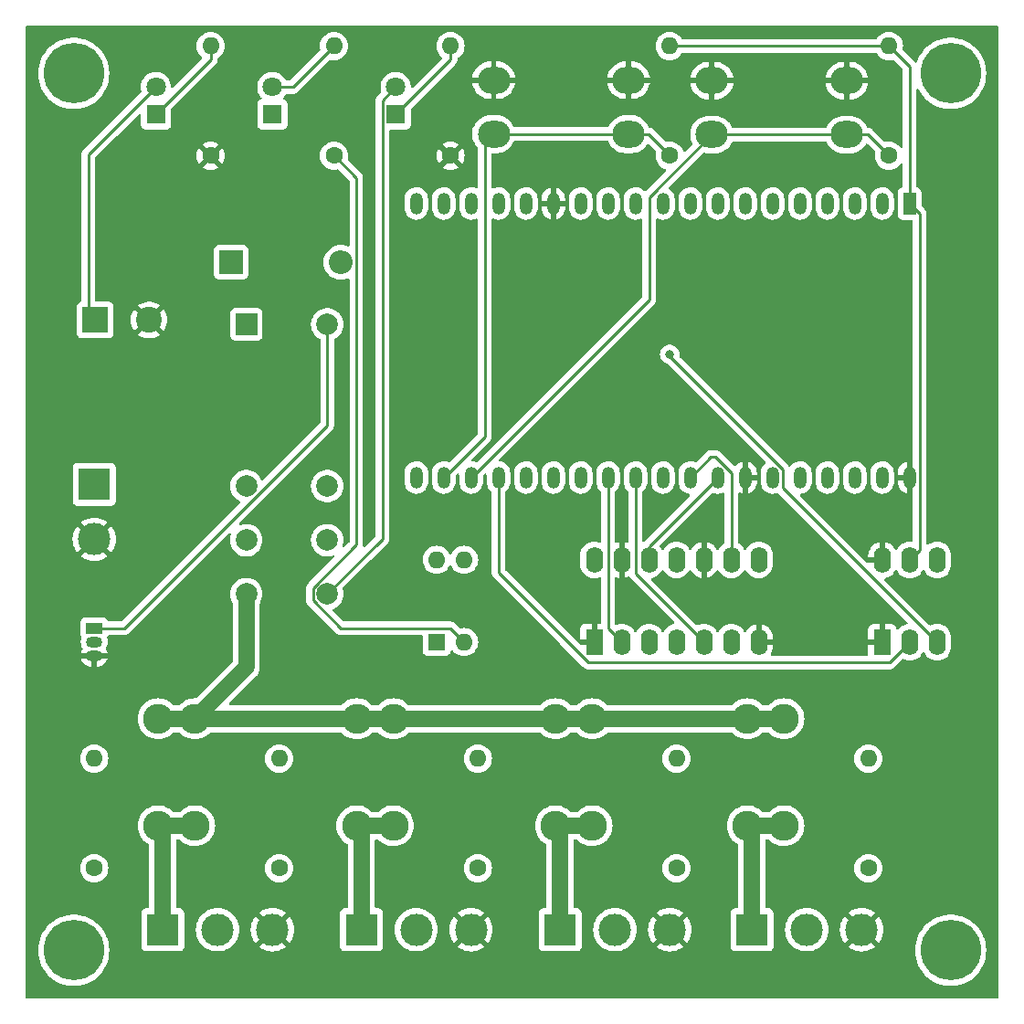
<source format=gbl>
G04 #@! TF.GenerationSoftware,KiCad,Pcbnew,7.0.8+1*
G04 #@! TF.CreationDate,2023-11-06T10:27:28+00:00*
G04 #@! TF.ProjectId,wled-pcb,776c6564-2d70-4636-922e-6b696361645f,rev?*
G04 #@! TF.SameCoordinates,Original*
G04 #@! TF.FileFunction,Copper,L2,Bot*
G04 #@! TF.FilePolarity,Positive*
%FSLAX46Y46*%
G04 Gerber Fmt 4.6, Leading zero omitted, Abs format (unit mm)*
G04 Created by KiCad (PCBNEW 7.0.8+1) date 2023-11-06 10:27:28*
%MOMM*%
%LPD*%
G01*
G04 APERTURE LIST*
G04 #@! TA.AperFunction,ComponentPad*
%ADD10R,3.000000X3.000000*%
G04 #@! TD*
G04 #@! TA.AperFunction,ComponentPad*
%ADD11C,3.000000*%
G04 #@! TD*
G04 #@! TA.AperFunction,ComponentPad*
%ADD12R,2.200000X2.200000*%
G04 #@! TD*
G04 #@! TA.AperFunction,ComponentPad*
%ADD13O,2.200000X2.200000*%
G04 #@! TD*
G04 #@! TA.AperFunction,ComponentPad*
%ADD14C,1.600000*%
G04 #@! TD*
G04 #@! TA.AperFunction,ComponentPad*
%ADD15O,1.600000X1.600000*%
G04 #@! TD*
G04 #@! TA.AperFunction,ComponentPad*
%ADD16C,2.780000*%
G04 #@! TD*
G04 #@! TA.AperFunction,ComponentPad*
%ADD17R,1.200000X2.000000*%
G04 #@! TD*
G04 #@! TA.AperFunction,ComponentPad*
%ADD18O,1.200000X2.000000*%
G04 #@! TD*
G04 #@! TA.AperFunction,ComponentPad*
%ADD19C,3.600000*%
G04 #@! TD*
G04 #@! TA.AperFunction,ConnectorPad*
%ADD20C,5.600000*%
G04 #@! TD*
G04 #@! TA.AperFunction,ComponentPad*
%ADD21R,1.600000X2.400000*%
G04 #@! TD*
G04 #@! TA.AperFunction,ComponentPad*
%ADD22O,1.600000X2.400000*%
G04 #@! TD*
G04 #@! TA.AperFunction,ComponentPad*
%ADD23O,3.000000X2.500000*%
G04 #@! TD*
G04 #@! TA.AperFunction,ComponentPad*
%ADD24R,1.800000X1.800000*%
G04 #@! TD*
G04 #@! TA.AperFunction,ComponentPad*
%ADD25C,1.800000*%
G04 #@! TD*
G04 #@! TA.AperFunction,ComponentPad*
%ADD26R,1.600000X1.600000*%
G04 #@! TD*
G04 #@! TA.AperFunction,ComponentPad*
%ADD27C,2.000000*%
G04 #@! TD*
G04 #@! TA.AperFunction,ComponentPad*
%ADD28R,2.000000X2.000000*%
G04 #@! TD*
G04 #@! TA.AperFunction,ComponentPad*
%ADD29R,1.500000X1.050000*%
G04 #@! TD*
G04 #@! TA.AperFunction,ComponentPad*
%ADD30O,1.500000X1.050000*%
G04 #@! TD*
G04 #@! TA.AperFunction,ComponentPad*
%ADD31R,2.400000X2.400000*%
G04 #@! TD*
G04 #@! TA.AperFunction,ComponentPad*
%ADD32C,2.400000*%
G04 #@! TD*
G04 #@! TA.AperFunction,ViaPad*
%ADD33C,0.800000*%
G04 #@! TD*
G04 #@! TA.AperFunction,Conductor*
%ADD34C,0.250000*%
G04 #@! TD*
G04 #@! TA.AperFunction,Conductor*
%ADD35C,1.500000*%
G04 #@! TD*
G04 APERTURE END LIST*
D10*
X125730000Y-137160000D03*
D11*
X130810000Y-137160000D03*
X135890000Y-137160000D03*
D12*
X113662500Y-75302500D03*
D13*
X123822500Y-75302500D03*
D14*
X154305000Y-65405000D03*
D15*
X154305000Y-55245000D03*
D14*
X136525000Y-131445000D03*
D15*
X136525000Y-121285000D03*
D16*
X147115000Y-117595000D03*
X143715000Y-117595000D03*
X147115000Y-127515000D03*
X143715000Y-127515000D03*
D17*
X176530000Y-69850000D03*
D18*
X173990000Y-69850000D03*
X171450000Y-69850000D03*
X168910000Y-69850000D03*
X166370000Y-69850000D03*
X163830000Y-69850000D03*
X161290000Y-69850000D03*
X158750000Y-69850000D03*
X156210000Y-69850000D03*
X153670000Y-69850000D03*
X151130000Y-69850000D03*
X148590000Y-69850000D03*
X146050000Y-69850000D03*
X143510000Y-69850000D03*
X140970000Y-69850000D03*
X138430000Y-69850000D03*
X135890000Y-69850000D03*
X133350000Y-69850000D03*
X130810000Y-69850000D03*
X130812720Y-95246320D03*
X133352720Y-95246320D03*
X135890000Y-95250000D03*
X138430000Y-95250000D03*
X140970000Y-95250000D03*
X143510000Y-95250000D03*
X146050000Y-95250000D03*
X148590000Y-95250000D03*
X151130000Y-95250000D03*
X153670000Y-95250000D03*
X156210000Y-95250000D03*
X158750000Y-95250000D03*
X161290000Y-95250000D03*
X163830000Y-95250000D03*
X166370000Y-95250000D03*
X168910000Y-95250000D03*
X171450000Y-95250000D03*
X173990000Y-95250000D03*
X176530000Y-95250000D03*
D10*
X144145000Y-137160000D03*
D11*
X149225000Y-137160000D03*
X154305000Y-137160000D03*
D10*
X107315000Y-137160000D03*
D11*
X112395000Y-137160000D03*
X117475000Y-137160000D03*
D14*
X123190000Y-65405000D03*
D15*
X123190000Y-55245000D03*
D19*
X180340000Y-139065000D03*
D20*
X180340000Y-139065000D03*
D21*
X174005000Y-110505000D03*
D22*
X176545000Y-110505000D03*
X179085000Y-110505000D03*
X179085000Y-102885000D03*
X176545000Y-102885000D03*
X174005000Y-102885000D03*
D21*
X147320000Y-110490000D03*
D22*
X149860000Y-110490000D03*
X152400000Y-110490000D03*
X154940000Y-110490000D03*
X157480000Y-110490000D03*
X160020000Y-110490000D03*
X162560000Y-110490000D03*
X162560000Y-102870000D03*
X160020000Y-102870000D03*
X157480000Y-102870000D03*
X154940000Y-102870000D03*
X152400000Y-102870000D03*
X149860000Y-102870000D03*
X147320000Y-102870000D03*
D19*
X99060000Y-57785000D03*
D20*
X99060000Y-57785000D03*
D10*
X100965000Y-95885000D03*
D11*
X100965000Y-100965000D03*
D14*
X174625000Y-65405000D03*
D15*
X174625000Y-55245000D03*
D23*
X150495000Y-63420000D03*
X137995000Y-63420000D03*
X150495000Y-58420000D03*
X137995000Y-58420000D03*
X170715000Y-63460000D03*
X158215000Y-63460000D03*
X170715000Y-58460000D03*
X158215000Y-58460000D03*
D16*
X110285000Y-117595000D03*
X106885000Y-117595000D03*
X110285000Y-127515000D03*
X106885000Y-127515000D03*
X164895000Y-117595000D03*
X161495000Y-117595000D03*
X164895000Y-127515000D03*
X161495000Y-127515000D03*
X128700000Y-117595000D03*
X125300000Y-117595000D03*
X128700000Y-127515000D03*
X125300000Y-127515000D03*
D14*
X154940000Y-131445000D03*
D15*
X154940000Y-121285000D03*
D14*
X100965000Y-131445000D03*
D15*
X100965000Y-121285000D03*
D24*
X106680000Y-61600000D03*
D25*
X106680000Y-59060000D03*
D26*
X132710000Y-110480000D03*
D15*
X135250000Y-110480000D03*
X135250000Y-102860000D03*
X132710000Y-102860000D03*
D14*
X133985000Y-65405000D03*
D15*
X133985000Y-55245000D03*
D24*
X128905000Y-61595000D03*
D25*
X128905000Y-59055000D03*
D27*
X115055000Y-101045000D03*
X122555000Y-101045000D03*
X115055000Y-96045000D03*
X122555000Y-96045000D03*
X115055000Y-106045000D03*
X122555000Y-106045000D03*
D28*
X115055000Y-81045000D03*
D27*
X122555000Y-81045000D03*
D29*
X100965000Y-109220000D03*
D30*
X100965000Y-110490000D03*
X100965000Y-111760000D03*
D19*
X99060000Y-139065000D03*
D20*
X99060000Y-139065000D03*
D31*
X101045000Y-80645000D03*
D32*
X106045000Y-80645000D03*
D14*
X118110000Y-131445000D03*
D15*
X118110000Y-121285000D03*
D14*
X111760000Y-65405000D03*
D15*
X111760000Y-55245000D03*
D10*
X161925000Y-137160000D03*
D11*
X167005000Y-137160000D03*
X172085000Y-137160000D03*
D19*
X180340000Y-57785000D03*
D20*
X180340000Y-57785000D03*
D24*
X117475000Y-61595000D03*
D25*
X117475000Y-59055000D03*
D14*
X172720000Y-131445000D03*
D15*
X172720000Y-121285000D03*
D33*
X154305000Y-83820000D03*
D34*
X106680000Y-59060000D02*
X100410000Y-65330000D01*
X100410000Y-65330000D02*
X100410000Y-80645000D01*
X122555000Y-81045000D02*
X122555000Y-90418834D01*
X122555000Y-90418834D02*
X103753834Y-109220000D01*
X103753834Y-109220000D02*
X100965000Y-109220000D01*
X106680000Y-61600000D02*
X111760000Y-56520000D01*
X111760000Y-56520000D02*
X111760000Y-55245000D01*
X117475000Y-59055000D02*
X119380000Y-59055000D01*
X119380000Y-59055000D02*
X123190000Y-55245000D01*
X128905000Y-61595000D02*
X133985000Y-56515000D01*
X133985000Y-56515000D02*
X133985000Y-55245000D01*
D35*
X147115000Y-117595000D02*
X161495000Y-117595000D01*
D34*
X122555000Y-106045000D02*
X127680000Y-100920000D01*
X127680000Y-100920000D02*
X127680000Y-60280000D01*
X127680000Y-60280000D02*
X128905000Y-59055000D01*
D35*
X161495000Y-117595000D02*
X164895000Y-117595000D01*
X110285000Y-117595000D02*
X125300000Y-117595000D01*
X115055000Y-106045000D02*
X115055000Y-112825000D01*
X143715000Y-117595000D02*
X147115000Y-117595000D01*
X106885000Y-117595000D02*
X110285000Y-117595000D01*
X128700000Y-117595000D02*
X143715000Y-117595000D01*
X115055000Y-112825000D02*
X110285000Y-117595000D01*
X125300000Y-117595000D02*
X128700000Y-117595000D01*
X110285000Y-127515000D02*
X106885000Y-127515000D01*
X107315000Y-137160000D02*
X107315000Y-127945000D01*
D34*
X107315000Y-127945000D02*
X106885000Y-127515000D01*
D35*
X125730000Y-137160000D02*
X125730000Y-127945000D01*
X128700000Y-127515000D02*
X125300000Y-127515000D01*
D34*
X125730000Y-127945000D02*
X125300000Y-127515000D01*
D35*
X147115000Y-127515000D02*
X143715000Y-127515000D01*
X144145000Y-137160000D02*
X144145000Y-127945000D01*
D34*
X144145000Y-127945000D02*
X143715000Y-127515000D01*
X161925000Y-127945000D02*
X161495000Y-127515000D01*
D35*
X164895000Y-127515000D02*
X161495000Y-127515000D01*
X161925000Y-137160000D02*
X161925000Y-127945000D01*
D34*
X138430000Y-95250000D02*
X138430000Y-104059620D01*
X146765380Y-112395000D02*
X174655000Y-112395000D01*
X174655000Y-112395000D02*
X176545000Y-110505000D01*
X138430000Y-104059620D02*
X146765380Y-112395000D01*
X164755000Y-96175000D02*
X164755000Y-94466852D01*
X164755000Y-94466852D02*
X154108148Y-83820000D01*
X179085000Y-110505000D02*
X164755000Y-96175000D01*
X174625000Y-55245000D02*
X176530000Y-57150000D01*
X177455000Y-101975000D02*
X176545000Y-102885000D01*
X176530000Y-69850000D02*
X177455000Y-70775000D01*
X177455000Y-70775000D02*
X177455000Y-101975000D01*
X176530000Y-57150000D02*
X176530000Y-69850000D01*
X154305000Y-55245000D02*
X174625000Y-55245000D01*
X133990000Y-109220000D02*
X135250000Y-110480000D01*
X121230000Y-105496166D02*
X121230000Y-106625000D01*
X125247500Y-101478666D02*
X121230000Y-105496166D01*
X125247500Y-67462500D02*
X125247500Y-101478666D01*
X123825000Y-109220000D02*
X133990000Y-109220000D01*
X121230000Y-106625000D02*
X123825000Y-109220000D01*
X123190000Y-65405000D02*
X125247500Y-67462500D01*
X152400000Y-101600000D02*
X158750000Y-95250000D01*
X152400000Y-102870000D02*
X152400000Y-101600000D01*
X148590000Y-109220000D02*
X148590000Y-95250000D01*
X149860000Y-110490000D02*
X148590000Y-109220000D01*
X151130000Y-104140000D02*
X151130000Y-95250000D01*
X157480000Y-110490000D02*
X151130000Y-104140000D01*
X150495000Y-63420000D02*
X152320000Y-63420000D01*
X137160000Y-64255000D02*
X137995000Y-63420000D01*
X137995000Y-63420000D02*
X150495000Y-63420000D01*
X152320000Y-63420000D02*
X154305000Y-65405000D01*
X133352720Y-95246320D02*
X137160000Y-91439040D01*
X137160000Y-91439040D02*
X137160000Y-64255000D01*
X158115000Y-93345000D02*
X156210000Y-95250000D01*
X160020000Y-102870000D02*
X160020000Y-94811852D01*
X160020000Y-94811852D02*
X158553148Y-93345000D01*
X158553148Y-93345000D02*
X158115000Y-93345000D01*
X158215000Y-63460000D02*
X170715000Y-63460000D01*
X170715000Y-63460000D02*
X172680000Y-63460000D01*
X158215000Y-63460000D02*
X152400000Y-69275000D01*
X152400000Y-78740000D02*
X135890000Y-95250000D01*
X172680000Y-63460000D02*
X174625000Y-65405000D01*
X152400000Y-69275000D02*
X152400000Y-78740000D01*
G04 #@! TA.AperFunction,Conductor*
G36*
X168812442Y-64105185D02*
G01*
X168857123Y-64155699D01*
X168944767Y-64337696D01*
X168944768Y-64337697D01*
X168944770Y-64337700D01*
X168944772Y-64337704D01*
X169092565Y-64554476D01*
X169092567Y-64554479D01*
X169271014Y-64746801D01*
X169271018Y-64746804D01*
X169271019Y-64746805D01*
X169476143Y-64910386D01*
X169703357Y-65041568D01*
X169947584Y-65137420D01*
X170203370Y-65195802D01*
X170203376Y-65195802D01*
X170203379Y-65195803D01*
X170399500Y-65210500D01*
X170399506Y-65210500D01*
X171030500Y-65210500D01*
X171226620Y-65195803D01*
X171226622Y-65195802D01*
X171226630Y-65195802D01*
X171482416Y-65137420D01*
X171726643Y-65041568D01*
X171953857Y-64910386D01*
X172158981Y-64746805D01*
X172337433Y-64554479D01*
X172477089Y-64349640D01*
X172531116Y-64305341D01*
X172600519Y-64297281D01*
X172663262Y-64328024D01*
X172667222Y-64331813D01*
X173325586Y-64990177D01*
X173359071Y-65051500D01*
X173357680Y-65109949D01*
X173339367Y-65178296D01*
X173339364Y-65178313D01*
X173319532Y-65404999D01*
X173319532Y-65405001D01*
X173339364Y-65631686D01*
X173339366Y-65631697D01*
X173398258Y-65851488D01*
X173398261Y-65851497D01*
X173494431Y-66057732D01*
X173494432Y-66057734D01*
X173624954Y-66244141D01*
X173785858Y-66405045D01*
X173785861Y-66405047D01*
X173972266Y-66535568D01*
X174178504Y-66631739D01*
X174178509Y-66631740D01*
X174178511Y-66631741D01*
X174231415Y-66645916D01*
X174398308Y-66690635D01*
X174555791Y-66704413D01*
X174624998Y-66710468D01*
X174625000Y-66710468D01*
X174625002Y-66710468D01*
X174681673Y-66705509D01*
X174851692Y-66690635D01*
X175071496Y-66631739D01*
X175277734Y-66535568D01*
X175464139Y-66405047D01*
X175625047Y-66244139D01*
X175678925Y-66167191D01*
X175733501Y-66123567D01*
X175802999Y-66116373D01*
X175865354Y-66147895D01*
X175900769Y-66208125D01*
X175904500Y-66238315D01*
X175904500Y-68239235D01*
X175884815Y-68306274D01*
X175832011Y-68352029D01*
X175823834Y-68355417D01*
X175687669Y-68406203D01*
X175687664Y-68406206D01*
X175572455Y-68492452D01*
X175572452Y-68492455D01*
X175486206Y-68607664D01*
X175486202Y-68607671D01*
X175435908Y-68742517D01*
X175429501Y-68802116D01*
X175429501Y-68802123D01*
X175429500Y-68802135D01*
X175429500Y-70897870D01*
X175429501Y-70897876D01*
X175435908Y-70957483D01*
X175486202Y-71092328D01*
X175486206Y-71092335D01*
X175572452Y-71207544D01*
X175572455Y-71207547D01*
X175687664Y-71293793D01*
X175687671Y-71293797D01*
X175822517Y-71344091D01*
X175822516Y-71344091D01*
X175829444Y-71344835D01*
X175882127Y-71350500D01*
X176705500Y-71350499D01*
X176772539Y-71370183D01*
X176818294Y-71422987D01*
X176829500Y-71474499D01*
X176829500Y-93675110D01*
X176809815Y-93742149D01*
X176786703Y-93768823D01*
X176780000Y-93774631D01*
X176780000Y-94934314D01*
X176768045Y-94922359D01*
X176655148Y-94864835D01*
X176561481Y-94850000D01*
X176498519Y-94850000D01*
X176404852Y-94864835D01*
X176291955Y-94922359D01*
X176280000Y-94934314D01*
X176280000Y-93778740D01*
X176279999Y-93778740D01*
X176168594Y-93805768D01*
X176168582Y-93805772D01*
X175977497Y-93893037D01*
X175977496Y-93893038D01*
X175806380Y-94014889D01*
X175806374Y-94014895D01*
X175661407Y-94166932D01*
X175547833Y-94343657D01*
X175469755Y-94538685D01*
X175430000Y-94744962D01*
X175430000Y-95000000D01*
X176214314Y-95000000D01*
X176202359Y-95011955D01*
X176144835Y-95124852D01*
X176125014Y-95250000D01*
X176144835Y-95375148D01*
X176202359Y-95488045D01*
X176214314Y-95500000D01*
X175430000Y-95500000D01*
X175430000Y-95702398D01*
X175444965Y-95859122D01*
X175444966Y-95859126D01*
X175504149Y-96060686D01*
X175600413Y-96247414D01*
X175730268Y-96412537D01*
X175730271Y-96412540D01*
X175889030Y-96550105D01*
X175889041Y-96550114D01*
X176070960Y-96655144D01*
X176070967Y-96655147D01*
X176269487Y-96723856D01*
X176280000Y-96725367D01*
X176280000Y-95565686D01*
X176291955Y-95577641D01*
X176404852Y-95635165D01*
X176498519Y-95650000D01*
X176561481Y-95650000D01*
X176655148Y-95635165D01*
X176768045Y-95577641D01*
X176780000Y-95565686D01*
X176780000Y-96721257D01*
X176782150Y-96722948D01*
X176822679Y-96779862D01*
X176829500Y-96820420D01*
X176829500Y-101069100D01*
X176809815Y-101136139D01*
X176757011Y-101181894D01*
X176694693Y-101192628D01*
X176545002Y-101179532D01*
X176544998Y-101179532D01*
X176318313Y-101199364D01*
X176318302Y-101199366D01*
X176098511Y-101258258D01*
X176098502Y-101258261D01*
X175892267Y-101354431D01*
X175892265Y-101354432D01*
X175705858Y-101484954D01*
X175544954Y-101645858D01*
X175424757Y-101817520D01*
X175414432Y-101832266D01*
X175394101Y-101875867D01*
X175387106Y-101890867D01*
X175340933Y-101943306D01*
X175273739Y-101962457D01*
X175206858Y-101942241D01*
X175162342Y-101890865D01*
X175135135Y-101832520D01*
X175135134Y-101832518D01*
X175004657Y-101646179D01*
X174843820Y-101485342D01*
X174657482Y-101354865D01*
X174451328Y-101258734D01*
X174255000Y-101206127D01*
X174255000Y-102569314D01*
X174243045Y-102557359D01*
X174130148Y-102499835D01*
X174036481Y-102485000D01*
X173973519Y-102485000D01*
X173879852Y-102499835D01*
X173766955Y-102557359D01*
X173755000Y-102569314D01*
X173755000Y-101206127D01*
X173558671Y-101258734D01*
X173352517Y-101354865D01*
X173166179Y-101485342D01*
X173005342Y-101646179D01*
X172874865Y-101832517D01*
X172778734Y-102038673D01*
X172778730Y-102038682D01*
X172719860Y-102258389D01*
X172719858Y-102258400D01*
X172705000Y-102428237D01*
X172705000Y-102635000D01*
X173689314Y-102635000D01*
X173677359Y-102646955D01*
X173619835Y-102759852D01*
X173600014Y-102885000D01*
X173619835Y-103010148D01*
X173677359Y-103123045D01*
X173689314Y-103135000D01*
X172653638Y-103135000D01*
X172653638Y-103131722D01*
X172608918Y-103128508D01*
X172564614Y-103100023D01*
X166421530Y-96956939D01*
X166388045Y-96895616D01*
X166393029Y-96825924D01*
X166434901Y-96769991D01*
X166500365Y-96745574D01*
X166503304Y-96745398D01*
X166527330Y-96744254D01*
X166731576Y-96694704D01*
X166825257Y-96651921D01*
X166922743Y-96607401D01*
X166922746Y-96607399D01*
X166922753Y-96607396D01*
X167093952Y-96485486D01*
X167094317Y-96485104D01*
X167238985Y-96333379D01*
X167241351Y-96329698D01*
X167352613Y-96156572D01*
X167430725Y-95961457D01*
X167470500Y-95755085D01*
X167470500Y-95702425D01*
X167809500Y-95702425D01*
X167818548Y-95797175D01*
X167824472Y-95859217D01*
X167824473Y-95859221D01*
X167883628Y-96060686D01*
X167883684Y-96060875D01*
X167933019Y-96156572D01*
X167979991Y-96247686D01*
X168109905Y-96412883D01*
X168109909Y-96412887D01*
X168268746Y-96550521D01*
X168450750Y-96655601D01*
X168450752Y-96655601D01*
X168450756Y-96655604D01*
X168649367Y-96724344D01*
X168857398Y-96754254D01*
X169067330Y-96744254D01*
X169271576Y-96694704D01*
X169365257Y-96651921D01*
X169462743Y-96607401D01*
X169462746Y-96607399D01*
X169462753Y-96607396D01*
X169633952Y-96485486D01*
X169634317Y-96485104D01*
X169778985Y-96333379D01*
X169781351Y-96329698D01*
X169892613Y-96156572D01*
X169970725Y-95961457D01*
X170010500Y-95755085D01*
X170010500Y-95702425D01*
X170349500Y-95702425D01*
X170358548Y-95797175D01*
X170364472Y-95859217D01*
X170364473Y-95859221D01*
X170423628Y-96060686D01*
X170423684Y-96060875D01*
X170473019Y-96156572D01*
X170519991Y-96247686D01*
X170649905Y-96412883D01*
X170649909Y-96412887D01*
X170808746Y-96550521D01*
X170990750Y-96655601D01*
X170990752Y-96655601D01*
X170990756Y-96655604D01*
X171189367Y-96724344D01*
X171397398Y-96754254D01*
X171607330Y-96744254D01*
X171811576Y-96694704D01*
X171905257Y-96651921D01*
X172002743Y-96607401D01*
X172002746Y-96607399D01*
X172002753Y-96607396D01*
X172173952Y-96485486D01*
X172174317Y-96485104D01*
X172318985Y-96333379D01*
X172321351Y-96329698D01*
X172432613Y-96156572D01*
X172510725Y-95961457D01*
X172550500Y-95755085D01*
X172550500Y-95702425D01*
X172889500Y-95702425D01*
X172898548Y-95797175D01*
X172904472Y-95859217D01*
X172904473Y-95859221D01*
X172963628Y-96060686D01*
X172963684Y-96060875D01*
X173013019Y-96156572D01*
X173059991Y-96247686D01*
X173189905Y-96412883D01*
X173189909Y-96412887D01*
X173348746Y-96550521D01*
X173530750Y-96655601D01*
X173530752Y-96655601D01*
X173530756Y-96655604D01*
X173729367Y-96724344D01*
X173937398Y-96754254D01*
X174147330Y-96744254D01*
X174351576Y-96694704D01*
X174445257Y-96651921D01*
X174542743Y-96607401D01*
X174542746Y-96607399D01*
X174542753Y-96607396D01*
X174713952Y-96485486D01*
X174714317Y-96485104D01*
X174858985Y-96333379D01*
X174861351Y-96329698D01*
X174972613Y-96156572D01*
X175050725Y-95961457D01*
X175090500Y-95755085D01*
X175090500Y-94797575D01*
X175075528Y-94640782D01*
X175016316Y-94439125D01*
X174920011Y-94252318D01*
X174920009Y-94252316D01*
X174920008Y-94252313D01*
X174790094Y-94087116D01*
X174790090Y-94087112D01*
X174631253Y-93949478D01*
X174449249Y-93844398D01*
X174449245Y-93844396D01*
X174449244Y-93844396D01*
X174250633Y-93775656D01*
X174042602Y-93745746D01*
X174042598Y-93745746D01*
X173832672Y-93755745D01*
X173628421Y-93805296D01*
X173628417Y-93805298D01*
X173437256Y-93892598D01*
X173437251Y-93892601D01*
X173266046Y-94014515D01*
X173266040Y-94014520D01*
X173121014Y-94166620D01*
X173007388Y-94343425D01*
X172929274Y-94538544D01*
X172890209Y-94741234D01*
X172889500Y-94744915D01*
X172889500Y-95702425D01*
X172550500Y-95702425D01*
X172550500Y-94797575D01*
X172535528Y-94640782D01*
X172476316Y-94439125D01*
X172380011Y-94252318D01*
X172380009Y-94252316D01*
X172380008Y-94252313D01*
X172250094Y-94087116D01*
X172250090Y-94087112D01*
X172091253Y-93949478D01*
X171909249Y-93844398D01*
X171909245Y-93844396D01*
X171909244Y-93844396D01*
X171710633Y-93775656D01*
X171502602Y-93745746D01*
X171502598Y-93745746D01*
X171292672Y-93755745D01*
X171088421Y-93805296D01*
X171088417Y-93805298D01*
X170897256Y-93892598D01*
X170897251Y-93892601D01*
X170726046Y-94014515D01*
X170726040Y-94014520D01*
X170581014Y-94166620D01*
X170467388Y-94343425D01*
X170389274Y-94538544D01*
X170350209Y-94741234D01*
X170349500Y-94744915D01*
X170349500Y-95702425D01*
X170010500Y-95702425D01*
X170010500Y-94797575D01*
X169995528Y-94640782D01*
X169936316Y-94439125D01*
X169840011Y-94252318D01*
X169840009Y-94252316D01*
X169840008Y-94252313D01*
X169710094Y-94087116D01*
X169710090Y-94087112D01*
X169551253Y-93949478D01*
X169369249Y-93844398D01*
X169369245Y-93844396D01*
X169369244Y-93844396D01*
X169170633Y-93775656D01*
X168962602Y-93745746D01*
X168962598Y-93745746D01*
X168752672Y-93755745D01*
X168548421Y-93805296D01*
X168548417Y-93805298D01*
X168357256Y-93892598D01*
X168357251Y-93892601D01*
X168186046Y-94014515D01*
X168186040Y-94014520D01*
X168041014Y-94166620D01*
X167927388Y-94343425D01*
X167849274Y-94538544D01*
X167810209Y-94741234D01*
X167809500Y-94744915D01*
X167809500Y-95702425D01*
X167470500Y-95702425D01*
X167470500Y-94797575D01*
X167455528Y-94640782D01*
X167396316Y-94439125D01*
X167300011Y-94252318D01*
X167300009Y-94252316D01*
X167300008Y-94252313D01*
X167170094Y-94087116D01*
X167170090Y-94087112D01*
X167011253Y-93949478D01*
X166829249Y-93844398D01*
X166829245Y-93844396D01*
X166829244Y-93844396D01*
X166630633Y-93775656D01*
X166422602Y-93745746D01*
X166422598Y-93745746D01*
X166212672Y-93755745D01*
X166008421Y-93805296D01*
X166008417Y-93805298D01*
X165817256Y-93892598D01*
X165817251Y-93892601D01*
X165646046Y-94014515D01*
X165646040Y-94014520D01*
X165496938Y-94170896D01*
X165495406Y-94169435D01*
X165446201Y-94204466D01*
X165376410Y-94207782D01*
X165315905Y-94172841D01*
X165305341Y-94160168D01*
X165303636Y-94157821D01*
X165280086Y-94125407D01*
X165276900Y-94120557D01*
X165253170Y-94080431D01*
X165253165Y-94080425D01*
X165239005Y-94066265D01*
X165226370Y-94051472D01*
X165214593Y-94035264D01*
X165178693Y-94005565D01*
X165174381Y-94001642D01*
X155231575Y-84058836D01*
X155198090Y-83997513D01*
X155195935Y-83958197D01*
X155210460Y-83820000D01*
X155190674Y-83631744D01*
X155132179Y-83451716D01*
X155037533Y-83287784D01*
X154910871Y-83147112D01*
X154910870Y-83147111D01*
X154757734Y-83035851D01*
X154757729Y-83035848D01*
X154584807Y-82958857D01*
X154584802Y-82958855D01*
X154439001Y-82927865D01*
X154399646Y-82919500D01*
X154210354Y-82919500D01*
X154177897Y-82926398D01*
X154025197Y-82958855D01*
X154025192Y-82958857D01*
X153852270Y-83035848D01*
X153852265Y-83035851D01*
X153699129Y-83147111D01*
X153572466Y-83287785D01*
X153477821Y-83451715D01*
X153477818Y-83451722D01*
X153419327Y-83631740D01*
X153419326Y-83631744D01*
X153399540Y-83820000D01*
X153419326Y-84008256D01*
X153419327Y-84008259D01*
X153477818Y-84188277D01*
X153477821Y-84188284D01*
X153572467Y-84352216D01*
X153699129Y-84492888D01*
X153852265Y-84604148D01*
X153852270Y-84604151D01*
X154025197Y-84681144D01*
X154064838Y-84689569D01*
X154126317Y-84722760D01*
X154126736Y-84723178D01*
X163184637Y-93781080D01*
X163218122Y-93842403D01*
X163213138Y-93912095D01*
X163171266Y-93968028D01*
X163168884Y-93969768D01*
X163106048Y-94014513D01*
X163106040Y-94014520D01*
X162961014Y-94166620D01*
X162847388Y-94343425D01*
X162769274Y-94538544D01*
X162730209Y-94741234D01*
X162729500Y-94744915D01*
X162729500Y-95702425D01*
X162738548Y-95797175D01*
X162744472Y-95859217D01*
X162744473Y-95859221D01*
X162803628Y-96060686D01*
X162803684Y-96060875D01*
X162853019Y-96156572D01*
X162899991Y-96247686D01*
X163029905Y-96412883D01*
X163029909Y-96412887D01*
X163188746Y-96550521D01*
X163370750Y-96655601D01*
X163370752Y-96655601D01*
X163370756Y-96655604D01*
X163569367Y-96724344D01*
X163777398Y-96754254D01*
X163987330Y-96744254D01*
X164191576Y-96694704D01*
X164249556Y-96668224D01*
X164318712Y-96658281D01*
X164382268Y-96687305D01*
X164388748Y-96693338D01*
X176321387Y-108625978D01*
X176354872Y-108687301D01*
X176349888Y-108756993D01*
X176308016Y-108812926D01*
X176265800Y-108833434D01*
X176098508Y-108878259D01*
X176098502Y-108878261D01*
X175892267Y-108974431D01*
X175892265Y-108974432D01*
X175705858Y-109104954D01*
X175544951Y-109265861D01*
X175527287Y-109291088D01*
X175472710Y-109334712D01*
X175403211Y-109341904D01*
X175340857Y-109310380D01*
X175305445Y-109250150D01*
X175302425Y-109233218D01*
X175298598Y-109197627D01*
X175298596Y-109197620D01*
X175248354Y-109062913D01*
X175248350Y-109062906D01*
X175162190Y-108947812D01*
X175162187Y-108947809D01*
X175047093Y-108861649D01*
X175047086Y-108861645D01*
X174912379Y-108811403D01*
X174912372Y-108811401D01*
X174852844Y-108805000D01*
X174255000Y-108805000D01*
X174255000Y-110189314D01*
X174243045Y-110177359D01*
X174130148Y-110119835D01*
X174036481Y-110105000D01*
X173973519Y-110105000D01*
X173879852Y-110119835D01*
X173766955Y-110177359D01*
X173755000Y-110189314D01*
X173755000Y-108805000D01*
X173157155Y-108805000D01*
X173097627Y-108811401D01*
X173097620Y-108811403D01*
X172962913Y-108861645D01*
X172962906Y-108861649D01*
X172847812Y-108947809D01*
X172847809Y-108947812D01*
X172761649Y-109062906D01*
X172761645Y-109062913D01*
X172711403Y-109197620D01*
X172711401Y-109197627D01*
X172705000Y-109257155D01*
X172705000Y-110255000D01*
X173689314Y-110255000D01*
X173677359Y-110266955D01*
X173619835Y-110379852D01*
X173600014Y-110505000D01*
X173619835Y-110630148D01*
X173677359Y-110743045D01*
X173689314Y-110755000D01*
X172705000Y-110755000D01*
X172705000Y-111645500D01*
X172685315Y-111712539D01*
X172632511Y-111758294D01*
X172581000Y-111769500D01*
X163769377Y-111769500D01*
X163702338Y-111749815D01*
X163656583Y-111697011D01*
X163646639Y-111627853D01*
X163667802Y-111574377D01*
X163690131Y-111542487D01*
X163690133Y-111542483D01*
X163786265Y-111336326D01*
X163786269Y-111336317D01*
X163845139Y-111116610D01*
X163845141Y-111116599D01*
X163860000Y-110946763D01*
X163860000Y-110740000D01*
X162875686Y-110740000D01*
X162887641Y-110728045D01*
X162945165Y-110615148D01*
X162964986Y-110490000D01*
X162945165Y-110364852D01*
X162887641Y-110251955D01*
X162875686Y-110240000D01*
X163860000Y-110240000D01*
X163860000Y-110033237D01*
X163845141Y-109863400D01*
X163845139Y-109863389D01*
X163786269Y-109643682D01*
X163786265Y-109643673D01*
X163690134Y-109437517D01*
X163559657Y-109251179D01*
X163398820Y-109090342D01*
X163212482Y-108959865D01*
X163006328Y-108863734D01*
X162810000Y-108811127D01*
X162810000Y-110174314D01*
X162798045Y-110162359D01*
X162685148Y-110104835D01*
X162591481Y-110090000D01*
X162528519Y-110090000D01*
X162434852Y-110104835D01*
X162321955Y-110162359D01*
X162310000Y-110174314D01*
X162310000Y-108811127D01*
X162113671Y-108863734D01*
X161907517Y-108959865D01*
X161721179Y-109090342D01*
X161560342Y-109251179D01*
X161429867Y-109437515D01*
X161402657Y-109495867D01*
X161356484Y-109548306D01*
X161289290Y-109567457D01*
X161222409Y-109547241D01*
X161177893Y-109495865D01*
X161157562Y-109452266D01*
X161150568Y-109437266D01*
X161024454Y-109257155D01*
X161020045Y-109250858D01*
X160859141Y-109089954D01*
X160672734Y-108959432D01*
X160672732Y-108959431D01*
X160466497Y-108863261D01*
X160466488Y-108863258D01*
X160246697Y-108804366D01*
X160246693Y-108804365D01*
X160246692Y-108804365D01*
X160246691Y-108804364D01*
X160246686Y-108804364D01*
X160020002Y-108784532D01*
X160019998Y-108784532D01*
X159793313Y-108804364D01*
X159793302Y-108804366D01*
X159573511Y-108863258D01*
X159573502Y-108863261D01*
X159367267Y-108959431D01*
X159367265Y-108959432D01*
X159180858Y-109089954D01*
X159019954Y-109250858D01*
X158889432Y-109437265D01*
X158889431Y-109437267D01*
X158862382Y-109495275D01*
X158816209Y-109547714D01*
X158749016Y-109566866D01*
X158682135Y-109546650D01*
X158637618Y-109495275D01*
X158617563Y-109452267D01*
X158610568Y-109437266D01*
X158484454Y-109257155D01*
X158480045Y-109250858D01*
X158319141Y-109089954D01*
X158132734Y-108959432D01*
X158132732Y-108959431D01*
X157926497Y-108863261D01*
X157926488Y-108863258D01*
X157706697Y-108804366D01*
X157706693Y-108804365D01*
X157706692Y-108804365D01*
X157706691Y-108804364D01*
X157706686Y-108804364D01*
X157480002Y-108784532D01*
X157479998Y-108784532D01*
X157253313Y-108804364D01*
X157253302Y-108804366D01*
X157033511Y-108863258D01*
X157033506Y-108863260D01*
X156910563Y-108920589D01*
X156841485Y-108931080D01*
X156777702Y-108902560D01*
X156770478Y-108895887D01*
X152623612Y-104749021D01*
X152590127Y-104687698D01*
X152595111Y-104618006D01*
X152636983Y-104562073D01*
X152679197Y-104541566D01*
X152846496Y-104496739D01*
X153052734Y-104400568D01*
X153239139Y-104270047D01*
X153400047Y-104109139D01*
X153530568Y-103922734D01*
X153557618Y-103864724D01*
X153603790Y-103812285D01*
X153670983Y-103793133D01*
X153737865Y-103813348D01*
X153782381Y-103864724D01*
X153796517Y-103895038D01*
X153809429Y-103922728D01*
X153809432Y-103922734D01*
X153939954Y-104109141D01*
X154100858Y-104270045D01*
X154122283Y-104285047D01*
X154287266Y-104400568D01*
X154493504Y-104496739D01*
X154713308Y-104555635D01*
X154875230Y-104569801D01*
X154939998Y-104575468D01*
X154940000Y-104575468D01*
X154940002Y-104575468D01*
X154996673Y-104570509D01*
X155166692Y-104555635D01*
X155386496Y-104496739D01*
X155592734Y-104400568D01*
X155779139Y-104270047D01*
X155940047Y-104109139D01*
X156070568Y-103922734D01*
X156097895Y-103864129D01*
X156144064Y-103811695D01*
X156211257Y-103792542D01*
X156278139Y-103812757D01*
X156322657Y-103864133D01*
X156349865Y-103922482D01*
X156480342Y-104108820D01*
X156641179Y-104269657D01*
X156827517Y-104400134D01*
X157033673Y-104496265D01*
X157033682Y-104496269D01*
X157229999Y-104548872D01*
X157230000Y-104548871D01*
X157230000Y-103185686D01*
X157241955Y-103197641D01*
X157354852Y-103255165D01*
X157448519Y-103270000D01*
X157511481Y-103270000D01*
X157605148Y-103255165D01*
X157718045Y-103197641D01*
X157730000Y-103185686D01*
X157730000Y-104548872D01*
X157926317Y-104496269D01*
X157926326Y-104496265D01*
X158132482Y-104400134D01*
X158318820Y-104269657D01*
X158479657Y-104108820D01*
X158610132Y-103922484D01*
X158637341Y-103864134D01*
X158683513Y-103811695D01*
X158750707Y-103792542D01*
X158817588Y-103812757D01*
X158862105Y-103864132D01*
X158884088Y-103911275D01*
X158889431Y-103922732D01*
X158889432Y-103922734D01*
X159019954Y-104109141D01*
X159180858Y-104270045D01*
X159202283Y-104285047D01*
X159367266Y-104400568D01*
X159573504Y-104496739D01*
X159793308Y-104555635D01*
X159955230Y-104569801D01*
X160019998Y-104575468D01*
X160020000Y-104575468D01*
X160020002Y-104575468D01*
X160076673Y-104570509D01*
X160246692Y-104555635D01*
X160466496Y-104496739D01*
X160672734Y-104400568D01*
X160859139Y-104270047D01*
X161020047Y-104109139D01*
X161150568Y-103922734D01*
X161177618Y-103864724D01*
X161223790Y-103812285D01*
X161290983Y-103793133D01*
X161357865Y-103813348D01*
X161402381Y-103864724D01*
X161416517Y-103895038D01*
X161429429Y-103922728D01*
X161429432Y-103922734D01*
X161559954Y-104109141D01*
X161720858Y-104270045D01*
X161742283Y-104285047D01*
X161907266Y-104400568D01*
X162113504Y-104496739D01*
X162333308Y-104555635D01*
X162495230Y-104569801D01*
X162559998Y-104575468D01*
X162560000Y-104575468D01*
X162560002Y-104575468D01*
X162616673Y-104570509D01*
X162786692Y-104555635D01*
X163006496Y-104496739D01*
X163212734Y-104400568D01*
X163399139Y-104270047D01*
X163560047Y-104109139D01*
X163690568Y-103922734D01*
X163786739Y-103716496D01*
X163845635Y-103496692D01*
X163860500Y-103326784D01*
X163860500Y-102413216D01*
X163845635Y-102243308D01*
X163786739Y-102023504D01*
X163690568Y-101817266D01*
X163577309Y-101655514D01*
X163560045Y-101630858D01*
X163399141Y-101469954D01*
X163212734Y-101339432D01*
X163212732Y-101339431D01*
X163006497Y-101243261D01*
X163006488Y-101243258D01*
X162786697Y-101184366D01*
X162786693Y-101184365D01*
X162786692Y-101184365D01*
X162786691Y-101184364D01*
X162786686Y-101184364D01*
X162560002Y-101164532D01*
X162559998Y-101164532D01*
X162333313Y-101184364D01*
X162333302Y-101184366D01*
X162113511Y-101243258D01*
X162113502Y-101243261D01*
X161907267Y-101339431D01*
X161907265Y-101339432D01*
X161720858Y-101469954D01*
X161559954Y-101630858D01*
X161429432Y-101817265D01*
X161429431Y-101817267D01*
X161402382Y-101875275D01*
X161356209Y-101927714D01*
X161289016Y-101946866D01*
X161222135Y-101926650D01*
X161177618Y-101875275D01*
X161170473Y-101859953D01*
X161150568Y-101817266D01*
X161037309Y-101655514D01*
X161020045Y-101630858D01*
X160859140Y-101469953D01*
X160698377Y-101357386D01*
X160654752Y-101302809D01*
X160645500Y-101255811D01*
X160645500Y-96762843D01*
X160665185Y-96695804D01*
X160717989Y-96650049D01*
X160787147Y-96640105D01*
X160825308Y-96653313D01*
X160825592Y-96652693D01*
X160830967Y-96655147D01*
X161029487Y-96723856D01*
X161040000Y-96725367D01*
X161040000Y-95565686D01*
X161051955Y-95577641D01*
X161164852Y-95635165D01*
X161258519Y-95650000D01*
X161321481Y-95650000D01*
X161415148Y-95635165D01*
X161528045Y-95577641D01*
X161540000Y-95565686D01*
X161540000Y-96721257D01*
X161651409Y-96694229D01*
X161842507Y-96606959D01*
X162013619Y-96485110D01*
X162013625Y-96485104D01*
X162158592Y-96333067D01*
X162272166Y-96156342D01*
X162350244Y-95961314D01*
X162390000Y-95755037D01*
X162390000Y-95500000D01*
X161605686Y-95500000D01*
X161617641Y-95488045D01*
X161675165Y-95375148D01*
X161694986Y-95250000D01*
X161675165Y-95124852D01*
X161617641Y-95011955D01*
X161605686Y-95000000D01*
X162390000Y-95000000D01*
X162390000Y-94797601D01*
X162375034Y-94640877D01*
X162375033Y-94640873D01*
X162315850Y-94439313D01*
X162219586Y-94252585D01*
X162089731Y-94087462D01*
X162089728Y-94087459D01*
X161930969Y-93949894D01*
X161930958Y-93949885D01*
X161749039Y-93844855D01*
X161749032Y-93844852D01*
X161550516Y-93776144D01*
X161540000Y-93774632D01*
X161540000Y-94934314D01*
X161528045Y-94922359D01*
X161415148Y-94864835D01*
X161321481Y-94850000D01*
X161258519Y-94850000D01*
X161164852Y-94864835D01*
X161051955Y-94922359D01*
X161040000Y-94934314D01*
X161040000Y-93778740D01*
X161039999Y-93778740D01*
X160928594Y-93805768D01*
X160928582Y-93805772D01*
X160737497Y-93893037D01*
X160737496Y-93893038D01*
X160566380Y-94014889D01*
X160566373Y-94014895D01*
X160430094Y-94157821D01*
X160369585Y-94192756D01*
X160299794Y-94189431D01*
X160252670Y-94159932D01*
X159690452Y-93597714D01*
X159053951Y-92961212D01*
X159044128Y-92948950D01*
X159043907Y-92949134D01*
X159038934Y-92943123D01*
X159020307Y-92925631D01*
X158988512Y-92895773D01*
X158978067Y-92885328D01*
X158967623Y-92874883D01*
X158962134Y-92870625D01*
X158957709Y-92866847D01*
X158923730Y-92834938D01*
X158923728Y-92834936D01*
X158923725Y-92834935D01*
X158906177Y-92825288D01*
X158889911Y-92814604D01*
X158874081Y-92802325D01*
X158831316Y-92783818D01*
X158826070Y-92781248D01*
X158785241Y-92758803D01*
X158785240Y-92758802D01*
X158765841Y-92753822D01*
X158747429Y-92747518D01*
X158729046Y-92739562D01*
X158729040Y-92739560D01*
X158683022Y-92732272D01*
X158677300Y-92731087D01*
X158632169Y-92719500D01*
X158632167Y-92719500D01*
X158612132Y-92719500D01*
X158592734Y-92717973D01*
X158585310Y-92716797D01*
X158572953Y-92714840D01*
X158572952Y-92714840D01*
X158526564Y-92719225D01*
X158520726Y-92719500D01*
X158197743Y-92719500D01*
X158182122Y-92717775D01*
X158182096Y-92718061D01*
X158174334Y-92717327D01*
X158174333Y-92717327D01*
X158105186Y-92719500D01*
X158075649Y-92719500D01*
X158068766Y-92720369D01*
X158062949Y-92720826D01*
X158016373Y-92722290D01*
X157997129Y-92727881D01*
X157978079Y-92731825D01*
X157958211Y-92734334D01*
X157914884Y-92751488D01*
X157909358Y-92753379D01*
X157864614Y-92766379D01*
X157864610Y-92766381D01*
X157847366Y-92776579D01*
X157829905Y-92785133D01*
X157811274Y-92792510D01*
X157811262Y-92792517D01*
X157773570Y-92819902D01*
X157768687Y-92823109D01*
X157728580Y-92846829D01*
X157714414Y-92860995D01*
X157699624Y-92873627D01*
X157683414Y-92885404D01*
X157683411Y-92885407D01*
X157653710Y-92921309D01*
X157649777Y-92925631D01*
X156770017Y-93805391D01*
X156708694Y-93838876D01*
X156641780Y-93834890D01*
X156470638Y-93775657D01*
X156470634Y-93775656D01*
X156470633Y-93775656D01*
X156262602Y-93745746D01*
X156262598Y-93745746D01*
X156052672Y-93755745D01*
X155848421Y-93805296D01*
X155848417Y-93805298D01*
X155657256Y-93892598D01*
X155657251Y-93892601D01*
X155486046Y-94014515D01*
X155486040Y-94014520D01*
X155341014Y-94166620D01*
X155227388Y-94343425D01*
X155149274Y-94538544D01*
X155110209Y-94741234D01*
X155109500Y-94744915D01*
X155109500Y-95702425D01*
X155118548Y-95797175D01*
X155124472Y-95859217D01*
X155124473Y-95859221D01*
X155183628Y-96060686D01*
X155183684Y-96060875D01*
X155233019Y-96156572D01*
X155279991Y-96247686D01*
X155409905Y-96412883D01*
X155409909Y-96412887D01*
X155568746Y-96550521D01*
X155750750Y-96655601D01*
X155750752Y-96655601D01*
X155750756Y-96655604D01*
X155949367Y-96724344D01*
X156090343Y-96744613D01*
X156153897Y-96773637D01*
X156191672Y-96832415D01*
X156191672Y-96902284D01*
X156160376Y-96955031D01*
X152016208Y-101099199D01*
X152003951Y-101109020D01*
X152004134Y-101109241D01*
X151998123Y-101114214D01*
X151969890Y-101144278D01*
X151909649Y-101179671D01*
X151839835Y-101176877D01*
X151782614Y-101136782D01*
X151756155Y-101072116D01*
X151755500Y-101059392D01*
X151755500Y-96619519D01*
X151775185Y-96552480D01*
X151807572Y-96518512D01*
X151853952Y-96485486D01*
X151854317Y-96485104D01*
X151998985Y-96333379D01*
X152001351Y-96329698D01*
X152112613Y-96156572D01*
X152190725Y-95961457D01*
X152230500Y-95755085D01*
X152230500Y-95702425D01*
X152569500Y-95702425D01*
X152578548Y-95797175D01*
X152584472Y-95859217D01*
X152584473Y-95859221D01*
X152643628Y-96060686D01*
X152643684Y-96060875D01*
X152693019Y-96156572D01*
X152739991Y-96247686D01*
X152869905Y-96412883D01*
X152869909Y-96412887D01*
X153028746Y-96550521D01*
X153210750Y-96655601D01*
X153210752Y-96655601D01*
X153210756Y-96655604D01*
X153409367Y-96724344D01*
X153617398Y-96754254D01*
X153827330Y-96744254D01*
X154031576Y-96694704D01*
X154125257Y-96651921D01*
X154222743Y-96607401D01*
X154222746Y-96607399D01*
X154222753Y-96607396D01*
X154393952Y-96485486D01*
X154394317Y-96485104D01*
X154538985Y-96333379D01*
X154541351Y-96329698D01*
X154652613Y-96156572D01*
X154730725Y-95961457D01*
X154770500Y-95755085D01*
X154770500Y-94797575D01*
X154755528Y-94640782D01*
X154696316Y-94439125D01*
X154600011Y-94252318D01*
X154600009Y-94252316D01*
X154600008Y-94252313D01*
X154470094Y-94087116D01*
X154470090Y-94087112D01*
X154311253Y-93949478D01*
X154129249Y-93844398D01*
X154129245Y-93844396D01*
X154129244Y-93844396D01*
X153930633Y-93775656D01*
X153722602Y-93745746D01*
X153722598Y-93745746D01*
X153512672Y-93755745D01*
X153308421Y-93805296D01*
X153308417Y-93805298D01*
X153117256Y-93892598D01*
X153117251Y-93892601D01*
X152946046Y-94014515D01*
X152946040Y-94014520D01*
X152801014Y-94166620D01*
X152687388Y-94343425D01*
X152609274Y-94538544D01*
X152570209Y-94741234D01*
X152569500Y-94744915D01*
X152569500Y-95702425D01*
X152230500Y-95702425D01*
X152230500Y-94797575D01*
X152215528Y-94640782D01*
X152156316Y-94439125D01*
X152060011Y-94252318D01*
X152060009Y-94252316D01*
X152060008Y-94252313D01*
X151930094Y-94087116D01*
X151930090Y-94087112D01*
X151771253Y-93949478D01*
X151589249Y-93844398D01*
X151589245Y-93844396D01*
X151589244Y-93844396D01*
X151390633Y-93775656D01*
X151182602Y-93745746D01*
X151182598Y-93745746D01*
X150972672Y-93755745D01*
X150768421Y-93805296D01*
X150768417Y-93805298D01*
X150577256Y-93892598D01*
X150577251Y-93892601D01*
X150406046Y-94014515D01*
X150406040Y-94014520D01*
X150261014Y-94166620D01*
X150147388Y-94343425D01*
X150069274Y-94538544D01*
X150030209Y-94741234D01*
X150029500Y-94744915D01*
X150029500Y-95702425D01*
X150038548Y-95797175D01*
X150044472Y-95859217D01*
X150044473Y-95859221D01*
X150103628Y-96060686D01*
X150103684Y-96060875D01*
X150153019Y-96156572D01*
X150199991Y-96247686D01*
X150329905Y-96412883D01*
X150329908Y-96412886D01*
X150461704Y-96527088D01*
X150499477Y-96585865D01*
X150504500Y-96620800D01*
X150504500Y-101141502D01*
X150484815Y-101208541D01*
X150432011Y-101254296D01*
X150362853Y-101264240D01*
X150328098Y-101253885D01*
X150306331Y-101243735D01*
X150110000Y-101191127D01*
X150110000Y-102554314D01*
X150098045Y-102542359D01*
X149985148Y-102484835D01*
X149891481Y-102470000D01*
X149828519Y-102470000D01*
X149734852Y-102484835D01*
X149621955Y-102542359D01*
X149610000Y-102554314D01*
X149610000Y-101191127D01*
X149413668Y-101243735D01*
X149391902Y-101253885D01*
X149322825Y-101264376D01*
X149259041Y-101235854D01*
X149220803Y-101177377D01*
X149215500Y-101141502D01*
X149215500Y-96619519D01*
X149235185Y-96552480D01*
X149267572Y-96518512D01*
X149313952Y-96485486D01*
X149314317Y-96485104D01*
X149458985Y-96333379D01*
X149461351Y-96329698D01*
X149572613Y-96156572D01*
X149650725Y-95961457D01*
X149690500Y-95755085D01*
X149690500Y-94797575D01*
X149675528Y-94640782D01*
X149616316Y-94439125D01*
X149520011Y-94252318D01*
X149520009Y-94252316D01*
X149520008Y-94252313D01*
X149390094Y-94087116D01*
X149390090Y-94087112D01*
X149231253Y-93949478D01*
X149049249Y-93844398D01*
X149049245Y-93844396D01*
X149049244Y-93844396D01*
X148850633Y-93775656D01*
X148642602Y-93745746D01*
X148642598Y-93745746D01*
X148432672Y-93755745D01*
X148228421Y-93805296D01*
X148228417Y-93805298D01*
X148037256Y-93892598D01*
X148037251Y-93892601D01*
X147866046Y-94014515D01*
X147866040Y-94014520D01*
X147721014Y-94166620D01*
X147607388Y-94343425D01*
X147529274Y-94538544D01*
X147490209Y-94741234D01*
X147489500Y-94744915D01*
X147489500Y-95702425D01*
X147498548Y-95797175D01*
X147504472Y-95859217D01*
X147504473Y-95859221D01*
X147563628Y-96060686D01*
X147563684Y-96060875D01*
X147613019Y-96156572D01*
X147659991Y-96247686D01*
X147789905Y-96412883D01*
X147789908Y-96412886D01*
X147921704Y-96527088D01*
X147959477Y-96585865D01*
X147964500Y-96620800D01*
X147964500Y-101140950D01*
X147944815Y-101207989D01*
X147892011Y-101253744D01*
X147822853Y-101263688D01*
X147788099Y-101253334D01*
X147766498Y-101243262D01*
X147766488Y-101243258D01*
X147546697Y-101184366D01*
X147546693Y-101184365D01*
X147546692Y-101184365D01*
X147546691Y-101184364D01*
X147546686Y-101184364D01*
X147320002Y-101164532D01*
X147319998Y-101164532D01*
X147093313Y-101184364D01*
X147093302Y-101184366D01*
X146873511Y-101243258D01*
X146873502Y-101243261D01*
X146667267Y-101339431D01*
X146667265Y-101339432D01*
X146480858Y-101469954D01*
X146319954Y-101630858D01*
X146189432Y-101817265D01*
X146189431Y-101817267D01*
X146093261Y-102023502D01*
X146093258Y-102023511D01*
X146034366Y-102243302D01*
X146034364Y-102243312D01*
X146019500Y-102413216D01*
X146019500Y-103326784D01*
X146034364Y-103496687D01*
X146034366Y-103496697D01*
X146093258Y-103716488D01*
X146093261Y-103716497D01*
X146189431Y-103922732D01*
X146189432Y-103922734D01*
X146319954Y-104109141D01*
X146480858Y-104270045D01*
X146502283Y-104285047D01*
X146667266Y-104400568D01*
X146873504Y-104496739D01*
X147093308Y-104555635D01*
X147255230Y-104569801D01*
X147319998Y-104575468D01*
X147320000Y-104575468D01*
X147320002Y-104575468D01*
X147376673Y-104570509D01*
X147546692Y-104555635D01*
X147766496Y-104496739D01*
X147788093Y-104486667D01*
X147857169Y-104476173D01*
X147920954Y-104504691D01*
X147959195Y-104563167D01*
X147964500Y-104599048D01*
X147964500Y-108666000D01*
X147944815Y-108733039D01*
X147892011Y-108778794D01*
X147840500Y-108790000D01*
X147570000Y-108790000D01*
X147570000Y-110174314D01*
X147558045Y-110162359D01*
X147445148Y-110104835D01*
X147351481Y-110090000D01*
X147288519Y-110090000D01*
X147194852Y-110104835D01*
X147081955Y-110162359D01*
X147070000Y-110174314D01*
X147070000Y-108790000D01*
X146472155Y-108790000D01*
X146412627Y-108796401D01*
X146412620Y-108796403D01*
X146277913Y-108846645D01*
X146277906Y-108846649D01*
X146162812Y-108932809D01*
X146162809Y-108932812D01*
X146076649Y-109047906D01*
X146076645Y-109047913D01*
X146026403Y-109182620D01*
X146026401Y-109182627D01*
X146020000Y-109242155D01*
X146020000Y-110240000D01*
X147004314Y-110240000D01*
X146992359Y-110251955D01*
X146934835Y-110364852D01*
X146915014Y-110490000D01*
X146934835Y-110615148D01*
X146992359Y-110728045D01*
X147004314Y-110740000D01*
X146046333Y-110740000D01*
X145979294Y-110720315D01*
X145958652Y-110703681D01*
X139091819Y-103836848D01*
X139058334Y-103775525D01*
X139055500Y-103749167D01*
X139055500Y-96619519D01*
X139075185Y-96552480D01*
X139107572Y-96518512D01*
X139153952Y-96485486D01*
X139154317Y-96485104D01*
X139298985Y-96333379D01*
X139301351Y-96329698D01*
X139412613Y-96156572D01*
X139490725Y-95961457D01*
X139530500Y-95755085D01*
X139530500Y-95702425D01*
X139869500Y-95702425D01*
X139878548Y-95797175D01*
X139884472Y-95859217D01*
X139884473Y-95859221D01*
X139943628Y-96060686D01*
X139943684Y-96060875D01*
X139993019Y-96156572D01*
X140039991Y-96247686D01*
X140169905Y-96412883D01*
X140169909Y-96412887D01*
X140328746Y-96550521D01*
X140510750Y-96655601D01*
X140510752Y-96655601D01*
X140510756Y-96655604D01*
X140709367Y-96724344D01*
X140917398Y-96754254D01*
X141127330Y-96744254D01*
X141331576Y-96694704D01*
X141425257Y-96651921D01*
X141522743Y-96607401D01*
X141522746Y-96607399D01*
X141522753Y-96607396D01*
X141693952Y-96485486D01*
X141694317Y-96485104D01*
X141838985Y-96333379D01*
X141841351Y-96329698D01*
X141952613Y-96156572D01*
X142030725Y-95961457D01*
X142070500Y-95755085D01*
X142070500Y-95702425D01*
X142409500Y-95702425D01*
X142418548Y-95797175D01*
X142424472Y-95859217D01*
X142424473Y-95859221D01*
X142483628Y-96060686D01*
X142483684Y-96060875D01*
X142533019Y-96156572D01*
X142579991Y-96247686D01*
X142709905Y-96412883D01*
X142709909Y-96412887D01*
X142868746Y-96550521D01*
X143050750Y-96655601D01*
X143050752Y-96655601D01*
X143050756Y-96655604D01*
X143249367Y-96724344D01*
X143457398Y-96754254D01*
X143667330Y-96744254D01*
X143871576Y-96694704D01*
X143965257Y-96651921D01*
X144062743Y-96607401D01*
X144062746Y-96607399D01*
X144062753Y-96607396D01*
X144233952Y-96485486D01*
X144234317Y-96485104D01*
X144378985Y-96333379D01*
X144381351Y-96329698D01*
X144492613Y-96156572D01*
X144570725Y-95961457D01*
X144610500Y-95755085D01*
X144610500Y-95702425D01*
X144949500Y-95702425D01*
X144958548Y-95797175D01*
X144964472Y-95859217D01*
X144964473Y-95859221D01*
X145023628Y-96060686D01*
X145023684Y-96060875D01*
X145073019Y-96156572D01*
X145119991Y-96247686D01*
X145249905Y-96412883D01*
X145249909Y-96412887D01*
X145408746Y-96550521D01*
X145590750Y-96655601D01*
X145590752Y-96655601D01*
X145590756Y-96655604D01*
X145789367Y-96724344D01*
X145997398Y-96754254D01*
X146207330Y-96744254D01*
X146411576Y-96694704D01*
X146505257Y-96651921D01*
X146602743Y-96607401D01*
X146602746Y-96607399D01*
X146602753Y-96607396D01*
X146773952Y-96485486D01*
X146774317Y-96485104D01*
X146918985Y-96333379D01*
X146921351Y-96329698D01*
X147032613Y-96156572D01*
X147110725Y-95961457D01*
X147150500Y-95755085D01*
X147150500Y-94797575D01*
X147135528Y-94640782D01*
X147076316Y-94439125D01*
X146980011Y-94252318D01*
X146980009Y-94252316D01*
X146980008Y-94252313D01*
X146850094Y-94087116D01*
X146850090Y-94087112D01*
X146691253Y-93949478D01*
X146509249Y-93844398D01*
X146509245Y-93844396D01*
X146509244Y-93844396D01*
X146310633Y-93775656D01*
X146102602Y-93745746D01*
X146102598Y-93745746D01*
X145892672Y-93755745D01*
X145688421Y-93805296D01*
X145688417Y-93805298D01*
X145497256Y-93892598D01*
X145497251Y-93892601D01*
X145326046Y-94014515D01*
X145326040Y-94014520D01*
X145181014Y-94166620D01*
X145067388Y-94343425D01*
X144989274Y-94538544D01*
X144950209Y-94741234D01*
X144949500Y-94744915D01*
X144949500Y-95702425D01*
X144610500Y-95702425D01*
X144610500Y-94797575D01*
X144595528Y-94640782D01*
X144536316Y-94439125D01*
X144440011Y-94252318D01*
X144440009Y-94252316D01*
X144440008Y-94252313D01*
X144310094Y-94087116D01*
X144310090Y-94087112D01*
X144151253Y-93949478D01*
X143969249Y-93844398D01*
X143969245Y-93844396D01*
X143969244Y-93844396D01*
X143770633Y-93775656D01*
X143562602Y-93745746D01*
X143562598Y-93745746D01*
X143352672Y-93755745D01*
X143148421Y-93805296D01*
X143148417Y-93805298D01*
X142957256Y-93892598D01*
X142957251Y-93892601D01*
X142786046Y-94014515D01*
X142786040Y-94014520D01*
X142641014Y-94166620D01*
X142527388Y-94343425D01*
X142449274Y-94538544D01*
X142410209Y-94741234D01*
X142409500Y-94744915D01*
X142409500Y-95702425D01*
X142070500Y-95702425D01*
X142070500Y-94797575D01*
X142055528Y-94640782D01*
X141996316Y-94439125D01*
X141900011Y-94252318D01*
X141900009Y-94252316D01*
X141900008Y-94252313D01*
X141770094Y-94087116D01*
X141770090Y-94087112D01*
X141611253Y-93949478D01*
X141429249Y-93844398D01*
X141429245Y-93844396D01*
X141429244Y-93844396D01*
X141230633Y-93775656D01*
X141022602Y-93745746D01*
X141022598Y-93745746D01*
X140812672Y-93755745D01*
X140608421Y-93805296D01*
X140608417Y-93805298D01*
X140417256Y-93892598D01*
X140417251Y-93892601D01*
X140246046Y-94014515D01*
X140246040Y-94014520D01*
X140101014Y-94166620D01*
X139987388Y-94343425D01*
X139909274Y-94538544D01*
X139870209Y-94741234D01*
X139869500Y-94744915D01*
X139869500Y-95702425D01*
X139530500Y-95702425D01*
X139530500Y-94797575D01*
X139515528Y-94640782D01*
X139456316Y-94439125D01*
X139360011Y-94252318D01*
X139360009Y-94252316D01*
X139360008Y-94252313D01*
X139230094Y-94087116D01*
X139230090Y-94087112D01*
X139071253Y-93949478D01*
X138889249Y-93844398D01*
X138889245Y-93844396D01*
X138889244Y-93844396D01*
X138690633Y-93775656D01*
X138549652Y-93755386D01*
X138486099Y-93726362D01*
X138448324Y-93667584D01*
X138448324Y-93597714D01*
X138479618Y-93544970D01*
X152783788Y-79240801D01*
X152796042Y-79230986D01*
X152795859Y-79230764D01*
X152801866Y-79225792D01*
X152801877Y-79225786D01*
X152832775Y-79192882D01*
X152849227Y-79175364D01*
X152859671Y-79164918D01*
X152870120Y-79154471D01*
X152874379Y-79148978D01*
X152878152Y-79144561D01*
X152910062Y-79110582D01*
X152919715Y-79093020D01*
X152930389Y-79076770D01*
X152942673Y-79060936D01*
X152961180Y-79018167D01*
X152963749Y-79012924D01*
X152986196Y-78972093D01*
X152986197Y-78972092D01*
X152991177Y-78952691D01*
X152997478Y-78934288D01*
X153005438Y-78915896D01*
X153012730Y-78869849D01*
X153013911Y-78864152D01*
X153025500Y-78819019D01*
X153025500Y-78798983D01*
X153027027Y-78779582D01*
X153030160Y-78759804D01*
X153025775Y-78713415D01*
X153025500Y-78707577D01*
X153025500Y-71363421D01*
X153045185Y-71296382D01*
X153097989Y-71250627D01*
X153167147Y-71240683D01*
X153205071Y-71253810D01*
X153205374Y-71253147D01*
X153210748Y-71255601D01*
X153210755Y-71255603D01*
X153210756Y-71255604D01*
X153409367Y-71324344D01*
X153617398Y-71354254D01*
X153827330Y-71344254D01*
X154031576Y-71294704D01*
X154160763Y-71235706D01*
X154222743Y-71207401D01*
X154222746Y-71207399D01*
X154222753Y-71207396D01*
X154393952Y-71085486D01*
X154394317Y-71085104D01*
X154538985Y-70933379D01*
X154539186Y-70933067D01*
X154652613Y-70756572D01*
X154730725Y-70561457D01*
X154770500Y-70355085D01*
X154770500Y-70302425D01*
X155109500Y-70302425D01*
X155117727Y-70388580D01*
X155124472Y-70459217D01*
X155124473Y-70459221D01*
X155183628Y-70660686D01*
X155183684Y-70660875D01*
X155270161Y-70828619D01*
X155279991Y-70847686D01*
X155409905Y-71012883D01*
X155409909Y-71012887D01*
X155568746Y-71150521D01*
X155750750Y-71255601D01*
X155750752Y-71255601D01*
X155750756Y-71255604D01*
X155949367Y-71324344D01*
X156157398Y-71354254D01*
X156367330Y-71344254D01*
X156571576Y-71294704D01*
X156700763Y-71235706D01*
X156762743Y-71207401D01*
X156762746Y-71207399D01*
X156762753Y-71207396D01*
X156933952Y-71085486D01*
X156934317Y-71085104D01*
X157078985Y-70933379D01*
X157079186Y-70933067D01*
X157192613Y-70756572D01*
X157270725Y-70561457D01*
X157310500Y-70355085D01*
X157310500Y-70302425D01*
X157649500Y-70302425D01*
X157657727Y-70388580D01*
X157664472Y-70459217D01*
X157664473Y-70459221D01*
X157723628Y-70660686D01*
X157723684Y-70660875D01*
X157810161Y-70828619D01*
X157819991Y-70847686D01*
X157949905Y-71012883D01*
X157949909Y-71012887D01*
X158108746Y-71150521D01*
X158290750Y-71255601D01*
X158290752Y-71255601D01*
X158290756Y-71255604D01*
X158489367Y-71324344D01*
X158697398Y-71354254D01*
X158907330Y-71344254D01*
X159111576Y-71294704D01*
X159240763Y-71235706D01*
X159302743Y-71207401D01*
X159302746Y-71207399D01*
X159302753Y-71207396D01*
X159473952Y-71085486D01*
X159474317Y-71085104D01*
X159618985Y-70933379D01*
X159619186Y-70933067D01*
X159732613Y-70756572D01*
X159810725Y-70561457D01*
X159850500Y-70355085D01*
X159850500Y-70302425D01*
X160189500Y-70302425D01*
X160197727Y-70388580D01*
X160204472Y-70459217D01*
X160204473Y-70459221D01*
X160263628Y-70660686D01*
X160263684Y-70660875D01*
X160350161Y-70828619D01*
X160359991Y-70847686D01*
X160489905Y-71012883D01*
X160489909Y-71012887D01*
X160648746Y-71150521D01*
X160830750Y-71255601D01*
X160830752Y-71255601D01*
X160830756Y-71255604D01*
X161029367Y-71324344D01*
X161237398Y-71354254D01*
X161447330Y-71344254D01*
X161651576Y-71294704D01*
X161780763Y-71235706D01*
X161842743Y-71207401D01*
X161842746Y-71207399D01*
X161842753Y-71207396D01*
X162013952Y-71085486D01*
X162014317Y-71085104D01*
X162158985Y-70933379D01*
X162159186Y-70933067D01*
X162272613Y-70756572D01*
X162350725Y-70561457D01*
X162390500Y-70355085D01*
X162390500Y-70302425D01*
X162729500Y-70302425D01*
X162737727Y-70388580D01*
X162744472Y-70459217D01*
X162744473Y-70459221D01*
X162803628Y-70660686D01*
X162803684Y-70660875D01*
X162890161Y-70828619D01*
X162899991Y-70847686D01*
X163029905Y-71012883D01*
X163029909Y-71012887D01*
X163188746Y-71150521D01*
X163370750Y-71255601D01*
X163370752Y-71255601D01*
X163370756Y-71255604D01*
X163569367Y-71324344D01*
X163777398Y-71354254D01*
X163987330Y-71344254D01*
X164191576Y-71294704D01*
X164320763Y-71235706D01*
X164382743Y-71207401D01*
X164382746Y-71207399D01*
X164382753Y-71207396D01*
X164553952Y-71085486D01*
X164554317Y-71085104D01*
X164698985Y-70933379D01*
X164699186Y-70933067D01*
X164812613Y-70756572D01*
X164890725Y-70561457D01*
X164930500Y-70355085D01*
X164930500Y-70302425D01*
X165269500Y-70302425D01*
X165277727Y-70388580D01*
X165284472Y-70459217D01*
X165284473Y-70459221D01*
X165343628Y-70660686D01*
X165343684Y-70660875D01*
X165430161Y-70828619D01*
X165439991Y-70847686D01*
X165569905Y-71012883D01*
X165569909Y-71012887D01*
X165728746Y-71150521D01*
X165910750Y-71255601D01*
X165910752Y-71255601D01*
X165910756Y-71255604D01*
X166109367Y-71324344D01*
X166317398Y-71354254D01*
X166527330Y-71344254D01*
X166731576Y-71294704D01*
X166860763Y-71235706D01*
X166922743Y-71207401D01*
X166922746Y-71207399D01*
X166922753Y-71207396D01*
X167093952Y-71085486D01*
X167094317Y-71085104D01*
X167238985Y-70933379D01*
X167239186Y-70933067D01*
X167352613Y-70756572D01*
X167430725Y-70561457D01*
X167470500Y-70355085D01*
X167470500Y-70302425D01*
X167809500Y-70302425D01*
X167817727Y-70388580D01*
X167824472Y-70459217D01*
X167824473Y-70459221D01*
X167883628Y-70660686D01*
X167883684Y-70660875D01*
X167970161Y-70828619D01*
X167979991Y-70847686D01*
X168109905Y-71012883D01*
X168109909Y-71012887D01*
X168268746Y-71150521D01*
X168450750Y-71255601D01*
X168450752Y-71255601D01*
X168450756Y-71255604D01*
X168649367Y-71324344D01*
X168857398Y-71354254D01*
X169067330Y-71344254D01*
X169271576Y-71294704D01*
X169400763Y-71235706D01*
X169462743Y-71207401D01*
X169462746Y-71207399D01*
X169462753Y-71207396D01*
X169633952Y-71085486D01*
X169634317Y-71085104D01*
X169778985Y-70933379D01*
X169779186Y-70933067D01*
X169892613Y-70756572D01*
X169970725Y-70561457D01*
X170010500Y-70355085D01*
X170010500Y-70302425D01*
X170349500Y-70302425D01*
X170357727Y-70388580D01*
X170364472Y-70459217D01*
X170364473Y-70459221D01*
X170423628Y-70660686D01*
X170423684Y-70660875D01*
X170510161Y-70828619D01*
X170519991Y-70847686D01*
X170649905Y-71012883D01*
X170649909Y-71012887D01*
X170808746Y-71150521D01*
X170990750Y-71255601D01*
X170990752Y-71255601D01*
X170990756Y-71255604D01*
X171189367Y-71324344D01*
X171397398Y-71354254D01*
X171607330Y-71344254D01*
X171811576Y-71294704D01*
X171940763Y-71235706D01*
X172002743Y-71207401D01*
X172002746Y-71207399D01*
X172002753Y-71207396D01*
X172173952Y-71085486D01*
X172174317Y-71085104D01*
X172318985Y-70933379D01*
X172319186Y-70933067D01*
X172432613Y-70756572D01*
X172510725Y-70561457D01*
X172550500Y-70355085D01*
X172550500Y-70302425D01*
X172889500Y-70302425D01*
X172897727Y-70388580D01*
X172904472Y-70459217D01*
X172904473Y-70459221D01*
X172963628Y-70660686D01*
X172963684Y-70660875D01*
X173050161Y-70828619D01*
X173059991Y-70847686D01*
X173189905Y-71012883D01*
X173189909Y-71012887D01*
X173348746Y-71150521D01*
X173530750Y-71255601D01*
X173530752Y-71255601D01*
X173530756Y-71255604D01*
X173729367Y-71324344D01*
X173937398Y-71354254D01*
X174147330Y-71344254D01*
X174351576Y-71294704D01*
X174480763Y-71235706D01*
X174542743Y-71207401D01*
X174542746Y-71207399D01*
X174542753Y-71207396D01*
X174713952Y-71085486D01*
X174714317Y-71085104D01*
X174858985Y-70933379D01*
X174859186Y-70933067D01*
X174972613Y-70756572D01*
X175050725Y-70561457D01*
X175090500Y-70355085D01*
X175090500Y-69397575D01*
X175075528Y-69240782D01*
X175016316Y-69039125D01*
X174920011Y-68852318D01*
X174920009Y-68852316D01*
X174920008Y-68852313D01*
X174790094Y-68687116D01*
X174790090Y-68687112D01*
X174631253Y-68549478D01*
X174449249Y-68444398D01*
X174449245Y-68444396D01*
X174449244Y-68444396D01*
X174250633Y-68375656D01*
X174042602Y-68345746D01*
X174042598Y-68345746D01*
X173832672Y-68355745D01*
X173628421Y-68405296D01*
X173628417Y-68405298D01*
X173437256Y-68492598D01*
X173437251Y-68492601D01*
X173266046Y-68614515D01*
X173266040Y-68614520D01*
X173121014Y-68766620D01*
X173007388Y-68943425D01*
X172929274Y-69138544D01*
X172889500Y-69344914D01*
X172889500Y-69344915D01*
X172889500Y-70302425D01*
X172550500Y-70302425D01*
X172550500Y-69397575D01*
X172535528Y-69240782D01*
X172476316Y-69039125D01*
X172380011Y-68852318D01*
X172380009Y-68852316D01*
X172380008Y-68852313D01*
X172250094Y-68687116D01*
X172250090Y-68687112D01*
X172091253Y-68549478D01*
X171909249Y-68444398D01*
X171909245Y-68444396D01*
X171909244Y-68444396D01*
X171710633Y-68375656D01*
X171502602Y-68345746D01*
X171502598Y-68345746D01*
X171292672Y-68355745D01*
X171088421Y-68405296D01*
X171088417Y-68405298D01*
X170897256Y-68492598D01*
X170897251Y-68492601D01*
X170726046Y-68614515D01*
X170726040Y-68614520D01*
X170581014Y-68766620D01*
X170467388Y-68943425D01*
X170389274Y-69138544D01*
X170349500Y-69344914D01*
X170349500Y-69344915D01*
X170349500Y-70302425D01*
X170010500Y-70302425D01*
X170010500Y-69397575D01*
X169995528Y-69240782D01*
X169936316Y-69039125D01*
X169840011Y-68852318D01*
X169840009Y-68852316D01*
X169840008Y-68852313D01*
X169710094Y-68687116D01*
X169710090Y-68687112D01*
X169551253Y-68549478D01*
X169369249Y-68444398D01*
X169369245Y-68444396D01*
X169369244Y-68444396D01*
X169170633Y-68375656D01*
X168962602Y-68345746D01*
X168962598Y-68345746D01*
X168752672Y-68355745D01*
X168548421Y-68405296D01*
X168548417Y-68405298D01*
X168357256Y-68492598D01*
X168357251Y-68492601D01*
X168186046Y-68614515D01*
X168186040Y-68614520D01*
X168041014Y-68766620D01*
X167927388Y-68943425D01*
X167849274Y-69138544D01*
X167809500Y-69344914D01*
X167809500Y-69344915D01*
X167809500Y-70302425D01*
X167470500Y-70302425D01*
X167470500Y-69397575D01*
X167455528Y-69240782D01*
X167396316Y-69039125D01*
X167300011Y-68852318D01*
X167300009Y-68852316D01*
X167300008Y-68852313D01*
X167170094Y-68687116D01*
X167170090Y-68687112D01*
X167011253Y-68549478D01*
X166829249Y-68444398D01*
X166829245Y-68444396D01*
X166829244Y-68444396D01*
X166630633Y-68375656D01*
X166422602Y-68345746D01*
X166422598Y-68345746D01*
X166212672Y-68355745D01*
X166008421Y-68405296D01*
X166008417Y-68405298D01*
X165817256Y-68492598D01*
X165817251Y-68492601D01*
X165646046Y-68614515D01*
X165646040Y-68614520D01*
X165501014Y-68766620D01*
X165387388Y-68943425D01*
X165309274Y-69138544D01*
X165269500Y-69344914D01*
X165269500Y-69344915D01*
X165269500Y-70302425D01*
X164930500Y-70302425D01*
X164930500Y-69397575D01*
X164915528Y-69240782D01*
X164856316Y-69039125D01*
X164760011Y-68852318D01*
X164760009Y-68852316D01*
X164760008Y-68852313D01*
X164630094Y-68687116D01*
X164630090Y-68687112D01*
X164471253Y-68549478D01*
X164289249Y-68444398D01*
X164289245Y-68444396D01*
X164289244Y-68444396D01*
X164090633Y-68375656D01*
X163882602Y-68345746D01*
X163882598Y-68345746D01*
X163672672Y-68355745D01*
X163468421Y-68405296D01*
X163468417Y-68405298D01*
X163277256Y-68492598D01*
X163277251Y-68492601D01*
X163106046Y-68614515D01*
X163106040Y-68614520D01*
X162961014Y-68766620D01*
X162847388Y-68943425D01*
X162769274Y-69138544D01*
X162729500Y-69344914D01*
X162729500Y-69344915D01*
X162729500Y-70302425D01*
X162390500Y-70302425D01*
X162390500Y-69397575D01*
X162375528Y-69240782D01*
X162316316Y-69039125D01*
X162220011Y-68852318D01*
X162220009Y-68852316D01*
X162220008Y-68852313D01*
X162090094Y-68687116D01*
X162090090Y-68687112D01*
X161931253Y-68549478D01*
X161749249Y-68444398D01*
X161749245Y-68444396D01*
X161749244Y-68444396D01*
X161550633Y-68375656D01*
X161342602Y-68345746D01*
X161342598Y-68345746D01*
X161132672Y-68355745D01*
X160928421Y-68405296D01*
X160928417Y-68405298D01*
X160737256Y-68492598D01*
X160737251Y-68492601D01*
X160566046Y-68614515D01*
X160566040Y-68614520D01*
X160421014Y-68766620D01*
X160307388Y-68943425D01*
X160229274Y-69138544D01*
X160189500Y-69344914D01*
X160189500Y-69344915D01*
X160189500Y-70302425D01*
X159850500Y-70302425D01*
X159850500Y-69397575D01*
X159835528Y-69240782D01*
X159776316Y-69039125D01*
X159680011Y-68852318D01*
X159680009Y-68852316D01*
X159680008Y-68852313D01*
X159550094Y-68687116D01*
X159550090Y-68687112D01*
X159391253Y-68549478D01*
X159209249Y-68444398D01*
X159209245Y-68444396D01*
X159209244Y-68444396D01*
X159010633Y-68375656D01*
X158802602Y-68345746D01*
X158802598Y-68345746D01*
X158592672Y-68355745D01*
X158388421Y-68405296D01*
X158388417Y-68405298D01*
X158197256Y-68492598D01*
X158197251Y-68492601D01*
X158026046Y-68614515D01*
X158026040Y-68614520D01*
X157881014Y-68766620D01*
X157767388Y-68943425D01*
X157689274Y-69138544D01*
X157649500Y-69344914D01*
X157649500Y-69344915D01*
X157649500Y-70302425D01*
X157310500Y-70302425D01*
X157310500Y-69397575D01*
X157295528Y-69240782D01*
X157236316Y-69039125D01*
X157140011Y-68852318D01*
X157140009Y-68852316D01*
X157140008Y-68852313D01*
X157010094Y-68687116D01*
X157010090Y-68687112D01*
X156851253Y-68549478D01*
X156669249Y-68444398D01*
X156669245Y-68444396D01*
X156669244Y-68444396D01*
X156470633Y-68375656D01*
X156262602Y-68345746D01*
X156262598Y-68345746D01*
X156052672Y-68355745D01*
X155848421Y-68405296D01*
X155848417Y-68405298D01*
X155657256Y-68492598D01*
X155657251Y-68492601D01*
X155486046Y-68614515D01*
X155486040Y-68614520D01*
X155341014Y-68766620D01*
X155227388Y-68943425D01*
X155149274Y-69138544D01*
X155109500Y-69344914D01*
X155109500Y-69344915D01*
X155109500Y-70302425D01*
X154770500Y-70302425D01*
X154770500Y-69397575D01*
X154755528Y-69240782D01*
X154696316Y-69039125D01*
X154600011Y-68852318D01*
X154600009Y-68852316D01*
X154600008Y-68852313D01*
X154470094Y-68687116D01*
X154470090Y-68687112D01*
X154311253Y-68549478D01*
X154260285Y-68520052D01*
X154212069Y-68469485D01*
X154198847Y-68400878D01*
X154224815Y-68336013D01*
X154234595Y-68324993D01*
X157378434Y-65181155D01*
X157439755Y-65147672D01*
X157493705Y-65147946D01*
X157703370Y-65195802D01*
X157703375Y-65195802D01*
X157703378Y-65195803D01*
X157899500Y-65210500D01*
X157899506Y-65210500D01*
X158530500Y-65210500D01*
X158726620Y-65195803D01*
X158726622Y-65195802D01*
X158726630Y-65195802D01*
X158982416Y-65137420D01*
X159226643Y-65041568D01*
X159453857Y-64910386D01*
X159658981Y-64746805D01*
X159696096Y-64706805D01*
X159721406Y-64679527D01*
X159837433Y-64554479D01*
X159985228Y-64337704D01*
X160072877Y-64155699D01*
X160119699Y-64103839D01*
X160184597Y-64085500D01*
X168745403Y-64085500D01*
X168812442Y-64105185D01*
G37*
G04 #@! TD.AperFunction*
G04 #@! TA.AperFunction,Conductor*
G36*
X150110000Y-104548872D02*
G01*
X150306317Y-104496269D01*
X150306326Y-104496265D01*
X150444756Y-104431715D01*
X150513834Y-104421223D01*
X150577618Y-104449743D01*
X150597480Y-104471213D01*
X150604898Y-104481424D01*
X150608106Y-104486307D01*
X150631827Y-104526416D01*
X150631833Y-104526424D01*
X150645990Y-104540580D01*
X150658627Y-104555375D01*
X150670406Y-104571587D01*
X150693229Y-104590468D01*
X150706308Y-104601287D01*
X150710619Y-104605209D01*
X152740224Y-106634814D01*
X154716796Y-108611386D01*
X154750281Y-108672709D01*
X154745297Y-108742401D01*
X154703425Y-108798334D01*
X154661209Y-108818842D01*
X154493680Y-108863731D01*
X154493673Y-108863734D01*
X154287517Y-108959865D01*
X154101179Y-109090342D01*
X153940342Y-109251179D01*
X153809867Y-109437515D01*
X153782657Y-109495867D01*
X153736484Y-109548306D01*
X153669290Y-109567457D01*
X153602409Y-109547241D01*
X153557893Y-109495865D01*
X153537562Y-109452266D01*
X153530568Y-109437266D01*
X153404454Y-109257155D01*
X153400045Y-109250858D01*
X153239141Y-109089954D01*
X153052734Y-108959432D01*
X153052732Y-108959431D01*
X152846497Y-108863261D01*
X152846488Y-108863258D01*
X152626697Y-108804366D01*
X152626693Y-108804365D01*
X152626692Y-108804365D01*
X152626691Y-108804364D01*
X152626686Y-108804364D01*
X152400002Y-108784532D01*
X152399998Y-108784532D01*
X152173313Y-108804364D01*
X152173302Y-108804366D01*
X151953511Y-108863258D01*
X151953502Y-108863261D01*
X151747267Y-108959431D01*
X151747265Y-108959432D01*
X151560858Y-109089954D01*
X151399954Y-109250858D01*
X151269432Y-109437265D01*
X151269431Y-109437267D01*
X151242382Y-109495275D01*
X151196209Y-109547714D01*
X151129016Y-109566866D01*
X151062135Y-109546650D01*
X151017618Y-109495275D01*
X150997563Y-109452267D01*
X150990568Y-109437266D01*
X150864454Y-109257155D01*
X150860045Y-109250858D01*
X150699141Y-109089954D01*
X150512734Y-108959432D01*
X150512732Y-108959431D01*
X150306497Y-108863261D01*
X150306488Y-108863258D01*
X150086697Y-108804366D01*
X150086693Y-108804365D01*
X150086692Y-108804365D01*
X150086691Y-108804364D01*
X150086686Y-108804364D01*
X149860002Y-108784532D01*
X149859998Y-108784532D01*
X149633313Y-108804364D01*
X149633302Y-108804366D01*
X149413511Y-108863258D01*
X149413501Y-108863262D01*
X149391901Y-108873334D01*
X149322824Y-108883824D01*
X149259040Y-108855302D01*
X149220803Y-108796824D01*
X149215500Y-108760950D01*
X149215500Y-104598497D01*
X149235185Y-104531458D01*
X149287989Y-104485703D01*
X149357147Y-104475759D01*
X149391906Y-104486115D01*
X149413678Y-104496267D01*
X149413682Y-104496269D01*
X149609999Y-104548872D01*
X149610000Y-104548871D01*
X149610000Y-103185686D01*
X149621955Y-103197641D01*
X149734852Y-103255165D01*
X149828519Y-103270000D01*
X149891481Y-103270000D01*
X149985148Y-103255165D01*
X150098045Y-103197641D01*
X150110000Y-103185686D01*
X150110000Y-104548872D01*
G37*
G04 #@! TD.AperFunction*
G04 #@! TA.AperFunction,Conductor*
G36*
X159351702Y-96664731D02*
G01*
X159389477Y-96723508D01*
X159394500Y-96758444D01*
X159394500Y-101255811D01*
X159374815Y-101322850D01*
X159341623Y-101357386D01*
X159180859Y-101469953D01*
X159019954Y-101630858D01*
X158950933Y-101729432D01*
X158889432Y-101817266D01*
X158874519Y-101849248D01*
X158862106Y-101875867D01*
X158815933Y-101928306D01*
X158748739Y-101947457D01*
X158681858Y-101927241D01*
X158637342Y-101875865D01*
X158610135Y-101817520D01*
X158610134Y-101817518D01*
X158479657Y-101631179D01*
X158318820Y-101470342D01*
X158132482Y-101339865D01*
X157926328Y-101243734D01*
X157730000Y-101191127D01*
X157730000Y-102554314D01*
X157718045Y-102542359D01*
X157605148Y-102484835D01*
X157511481Y-102470000D01*
X157448519Y-102470000D01*
X157354852Y-102484835D01*
X157241955Y-102542359D01*
X157230000Y-102554314D01*
X157230000Y-101191127D01*
X157033671Y-101243734D01*
X156827517Y-101339865D01*
X156641179Y-101470342D01*
X156480342Y-101631179D01*
X156349867Y-101817515D01*
X156322657Y-101875867D01*
X156276484Y-101928306D01*
X156209290Y-101947457D01*
X156142409Y-101927241D01*
X156097893Y-101875865D01*
X156085481Y-101849248D01*
X156070568Y-101817266D01*
X155957309Y-101655514D01*
X155940045Y-101630858D01*
X155779141Y-101469954D01*
X155592734Y-101339432D01*
X155592732Y-101339431D01*
X155386497Y-101243261D01*
X155386488Y-101243258D01*
X155166697Y-101184366D01*
X155166693Y-101184365D01*
X155166692Y-101184365D01*
X155166691Y-101184364D01*
X155166686Y-101184364D01*
X154940002Y-101164532D01*
X154939998Y-101164532D01*
X154713313Y-101184364D01*
X154713302Y-101184366D01*
X154493511Y-101243258D01*
X154493502Y-101243261D01*
X154287267Y-101339431D01*
X154287265Y-101339432D01*
X154100858Y-101469954D01*
X153939954Y-101630858D01*
X153809432Y-101817265D01*
X153809431Y-101817267D01*
X153782382Y-101875275D01*
X153736209Y-101927714D01*
X153669016Y-101946866D01*
X153602135Y-101926650D01*
X153557618Y-101875275D01*
X153550473Y-101859953D01*
X153530568Y-101817266D01*
X153455991Y-101710758D01*
X153399467Y-101630032D01*
X153377140Y-101563825D01*
X153394151Y-101496058D01*
X153413357Y-101471232D01*
X158189983Y-96694605D01*
X158251304Y-96661122D01*
X158318215Y-96665107D01*
X158489367Y-96724344D01*
X158697398Y-96754254D01*
X158907330Y-96744254D01*
X159111576Y-96694704D01*
X159218989Y-96645649D01*
X159288146Y-96635706D01*
X159351702Y-96664731D01*
G37*
G04 #@! TD.AperFunction*
G04 #@! TA.AperFunction,Conductor*
G36*
X148592442Y-64065185D02*
G01*
X148637123Y-64115699D01*
X148724767Y-64297696D01*
X148724768Y-64297697D01*
X148724770Y-64297700D01*
X148724772Y-64297704D01*
X148797894Y-64404954D01*
X148872567Y-64514479D01*
X149051014Y-64706801D01*
X149051018Y-64706804D01*
X149051019Y-64706805D01*
X149256143Y-64870386D01*
X149483357Y-65001568D01*
X149727584Y-65097420D01*
X149983370Y-65155802D01*
X149983376Y-65155802D01*
X149983379Y-65155803D01*
X150179500Y-65170500D01*
X150179506Y-65170500D01*
X150810500Y-65170500D01*
X151006620Y-65155803D01*
X151006622Y-65155802D01*
X151006630Y-65155802D01*
X151262416Y-65097420D01*
X151506643Y-65001568D01*
X151733857Y-64870386D01*
X151938981Y-64706805D01*
X151959698Y-64684478D01*
X152002152Y-64638723D01*
X152117433Y-64514479D01*
X152200334Y-64392884D01*
X152254361Y-64348586D01*
X152323764Y-64340526D01*
X152386507Y-64371269D01*
X152390467Y-64375058D01*
X153005586Y-64990177D01*
X153039071Y-65051500D01*
X153037680Y-65109949D01*
X153019367Y-65178296D01*
X153019364Y-65178313D01*
X152999532Y-65404999D01*
X152999532Y-65405001D01*
X153019364Y-65631686D01*
X153019366Y-65631697D01*
X153078258Y-65851488D01*
X153078261Y-65851497D01*
X153174431Y-66057732D01*
X153174432Y-66057734D01*
X153304954Y-66244141D01*
X153465858Y-66405045D01*
X153465861Y-66405047D01*
X153652266Y-66535568D01*
X153858504Y-66631739D01*
X153887780Y-66639583D01*
X153947439Y-66675946D01*
X153977970Y-66738792D01*
X153969676Y-66808168D01*
X153943368Y-66847039D01*
X152104424Y-68685983D01*
X152043101Y-68719468D01*
X151973409Y-68714484D01*
X151935735Y-68689620D01*
X151934556Y-68690982D01*
X151771253Y-68549478D01*
X151589249Y-68444398D01*
X151589245Y-68444396D01*
X151589244Y-68444396D01*
X151390633Y-68375656D01*
X151182602Y-68345746D01*
X151182598Y-68345746D01*
X150972672Y-68355745D01*
X150768421Y-68405296D01*
X150768417Y-68405298D01*
X150577256Y-68492598D01*
X150577251Y-68492601D01*
X150406046Y-68614515D01*
X150406040Y-68614520D01*
X150261014Y-68766620D01*
X150147388Y-68943425D01*
X150069274Y-69138544D01*
X150029500Y-69344914D01*
X150029500Y-69344915D01*
X150029500Y-70302425D01*
X150037727Y-70388580D01*
X150044472Y-70459217D01*
X150044473Y-70459221D01*
X150103628Y-70660686D01*
X150103684Y-70660875D01*
X150190161Y-70828619D01*
X150199991Y-70847686D01*
X150329905Y-71012883D01*
X150329909Y-71012887D01*
X150488746Y-71150521D01*
X150670750Y-71255601D01*
X150670752Y-71255601D01*
X150670756Y-71255604D01*
X150869367Y-71324344D01*
X151077398Y-71354254D01*
X151287330Y-71344254D01*
X151491576Y-71294704D01*
X151598989Y-71245649D01*
X151668146Y-71235706D01*
X151731702Y-71264731D01*
X151769477Y-71323508D01*
X151774500Y-71358444D01*
X151774500Y-78429546D01*
X151754815Y-78496585D01*
X151738181Y-78517227D01*
X136450016Y-93805391D01*
X136388693Y-93838876D01*
X136321779Y-93834890D01*
X136150638Y-93775657D01*
X136150634Y-93775656D01*
X136150633Y-93775656D01*
X136008814Y-93755265D01*
X135945259Y-93726241D01*
X135907485Y-93667463D01*
X135907485Y-93597593D01*
X135938779Y-93544849D01*
X137543787Y-91939841D01*
X137556042Y-91930026D01*
X137555859Y-91929804D01*
X137561866Y-91924832D01*
X137561877Y-91924826D01*
X137592775Y-91891922D01*
X137609227Y-91874404D01*
X137619671Y-91863958D01*
X137630120Y-91853511D01*
X137634379Y-91848018D01*
X137638152Y-91843601D01*
X137670062Y-91809622D01*
X137679715Y-91792060D01*
X137690389Y-91775810D01*
X137702673Y-91759976D01*
X137721180Y-91717207D01*
X137723749Y-91711964D01*
X137746196Y-91671133D01*
X137746197Y-91671132D01*
X137751177Y-91651731D01*
X137757478Y-91633328D01*
X137765438Y-91614936D01*
X137772730Y-91568889D01*
X137773911Y-91563192D01*
X137785500Y-91518059D01*
X137785500Y-91498023D01*
X137787027Y-91478622D01*
X137790160Y-91458844D01*
X137785775Y-91412455D01*
X137785500Y-91406617D01*
X137785500Y-71363421D01*
X137805185Y-71296382D01*
X137857989Y-71250627D01*
X137927147Y-71240683D01*
X137965071Y-71253810D01*
X137965374Y-71253147D01*
X137970748Y-71255601D01*
X137970755Y-71255603D01*
X137970756Y-71255604D01*
X138169367Y-71324344D01*
X138377398Y-71354254D01*
X138587330Y-71344254D01*
X138791576Y-71294704D01*
X138920763Y-71235706D01*
X138982743Y-71207401D01*
X138982746Y-71207399D01*
X138982753Y-71207396D01*
X139153952Y-71085486D01*
X139154317Y-71085104D01*
X139298985Y-70933379D01*
X139299186Y-70933067D01*
X139412613Y-70756572D01*
X139490725Y-70561457D01*
X139530500Y-70355085D01*
X139530500Y-70302425D01*
X139869500Y-70302425D01*
X139877727Y-70388580D01*
X139884472Y-70459217D01*
X139884473Y-70459221D01*
X139943628Y-70660686D01*
X139943684Y-70660875D01*
X140030161Y-70828619D01*
X140039991Y-70847686D01*
X140169905Y-71012883D01*
X140169909Y-71012887D01*
X140328746Y-71150521D01*
X140510750Y-71255601D01*
X140510752Y-71255601D01*
X140510756Y-71255604D01*
X140709367Y-71324344D01*
X140917398Y-71354254D01*
X141127330Y-71344254D01*
X141331576Y-71294704D01*
X141460763Y-71235706D01*
X141522743Y-71207401D01*
X141522746Y-71207399D01*
X141522753Y-71207396D01*
X141693952Y-71085486D01*
X141694317Y-71085104D01*
X141838985Y-70933379D01*
X141839186Y-70933067D01*
X141952613Y-70756572D01*
X142030725Y-70561457D01*
X142070500Y-70355085D01*
X142070500Y-70302398D01*
X142410000Y-70302398D01*
X142424965Y-70459122D01*
X142424966Y-70459126D01*
X142484149Y-70660686D01*
X142580413Y-70847414D01*
X142710268Y-71012537D01*
X142710271Y-71012540D01*
X142869030Y-71150105D01*
X142869041Y-71150114D01*
X143050960Y-71255144D01*
X143050967Y-71255147D01*
X143249487Y-71323856D01*
X143260000Y-71325367D01*
X143260000Y-70165686D01*
X143271955Y-70177641D01*
X143384852Y-70235165D01*
X143478519Y-70250000D01*
X143541481Y-70250000D01*
X143635148Y-70235165D01*
X143748045Y-70177641D01*
X143760000Y-70165686D01*
X143760000Y-71321257D01*
X143871409Y-71294229D01*
X144062507Y-71206959D01*
X144233619Y-71085110D01*
X144233625Y-71085104D01*
X144378592Y-70933067D01*
X144492166Y-70756342D01*
X144570244Y-70561314D01*
X144610000Y-70355037D01*
X144610000Y-70302425D01*
X144949500Y-70302425D01*
X144957727Y-70388580D01*
X144964472Y-70459217D01*
X144964473Y-70459221D01*
X145023628Y-70660686D01*
X145023684Y-70660875D01*
X145110161Y-70828619D01*
X145119991Y-70847686D01*
X145249905Y-71012883D01*
X145249909Y-71012887D01*
X145408746Y-71150521D01*
X145590750Y-71255601D01*
X145590752Y-71255601D01*
X145590756Y-71255604D01*
X145789367Y-71324344D01*
X145997398Y-71354254D01*
X146207330Y-71344254D01*
X146411576Y-71294704D01*
X146540763Y-71235706D01*
X146602743Y-71207401D01*
X146602746Y-71207399D01*
X146602753Y-71207396D01*
X146773952Y-71085486D01*
X146774317Y-71085104D01*
X146918985Y-70933379D01*
X146919186Y-70933067D01*
X147032613Y-70756572D01*
X147110725Y-70561457D01*
X147150500Y-70355085D01*
X147150500Y-70302425D01*
X147489500Y-70302425D01*
X147497727Y-70388580D01*
X147504472Y-70459217D01*
X147504473Y-70459221D01*
X147563628Y-70660686D01*
X147563684Y-70660875D01*
X147650161Y-70828619D01*
X147659991Y-70847686D01*
X147789905Y-71012883D01*
X147789909Y-71012887D01*
X147948746Y-71150521D01*
X148130750Y-71255601D01*
X148130752Y-71255601D01*
X148130756Y-71255604D01*
X148329367Y-71324344D01*
X148537398Y-71354254D01*
X148747330Y-71344254D01*
X148951576Y-71294704D01*
X149080763Y-71235706D01*
X149142743Y-71207401D01*
X149142746Y-71207399D01*
X149142753Y-71207396D01*
X149313952Y-71085486D01*
X149314317Y-71085104D01*
X149458985Y-70933379D01*
X149459186Y-70933067D01*
X149572613Y-70756572D01*
X149650725Y-70561457D01*
X149690500Y-70355085D01*
X149690500Y-69397575D01*
X149675528Y-69240782D01*
X149616316Y-69039125D01*
X149520011Y-68852318D01*
X149520009Y-68852316D01*
X149520008Y-68852313D01*
X149390094Y-68687116D01*
X149390090Y-68687112D01*
X149231253Y-68549478D01*
X149049249Y-68444398D01*
X149049245Y-68444396D01*
X149049244Y-68444396D01*
X148850633Y-68375656D01*
X148642602Y-68345746D01*
X148642598Y-68345746D01*
X148432672Y-68355745D01*
X148228421Y-68405296D01*
X148228417Y-68405298D01*
X148037256Y-68492598D01*
X148037251Y-68492601D01*
X147866046Y-68614515D01*
X147866040Y-68614520D01*
X147721014Y-68766620D01*
X147607388Y-68943425D01*
X147529274Y-69138544D01*
X147489500Y-69344914D01*
X147489500Y-69344915D01*
X147489500Y-70302425D01*
X147150500Y-70302425D01*
X147150500Y-69397575D01*
X147135528Y-69240782D01*
X147076316Y-69039125D01*
X146980011Y-68852318D01*
X146980009Y-68852316D01*
X146980008Y-68852313D01*
X146850094Y-68687116D01*
X146850090Y-68687112D01*
X146691253Y-68549478D01*
X146509249Y-68444398D01*
X146509245Y-68444396D01*
X146509244Y-68444396D01*
X146310633Y-68375656D01*
X146102602Y-68345746D01*
X146102598Y-68345746D01*
X145892672Y-68355745D01*
X145688421Y-68405296D01*
X145688417Y-68405298D01*
X145497256Y-68492598D01*
X145497251Y-68492601D01*
X145326046Y-68614515D01*
X145326040Y-68614520D01*
X145181014Y-68766620D01*
X145067388Y-68943425D01*
X144989274Y-69138544D01*
X144949500Y-69344914D01*
X144949500Y-69344915D01*
X144949500Y-70302425D01*
X144610000Y-70302425D01*
X144610000Y-70100000D01*
X143825686Y-70100000D01*
X143837641Y-70088045D01*
X143895165Y-69975148D01*
X143914986Y-69850000D01*
X143895165Y-69724852D01*
X143837641Y-69611955D01*
X143825686Y-69600000D01*
X144610000Y-69600000D01*
X144610000Y-69397601D01*
X144595034Y-69240877D01*
X144595033Y-69240873D01*
X144535850Y-69039313D01*
X144439586Y-68852585D01*
X144309731Y-68687462D01*
X144309728Y-68687459D01*
X144150969Y-68549894D01*
X144150958Y-68549885D01*
X143969039Y-68444855D01*
X143969032Y-68444852D01*
X143770516Y-68376144D01*
X143760000Y-68374632D01*
X143760000Y-69534314D01*
X143748045Y-69522359D01*
X143635148Y-69464835D01*
X143541481Y-69450000D01*
X143478519Y-69450000D01*
X143384852Y-69464835D01*
X143271955Y-69522359D01*
X143260000Y-69534314D01*
X143260000Y-68378740D01*
X143259999Y-68378740D01*
X143148594Y-68405768D01*
X143148582Y-68405772D01*
X142957497Y-68493037D01*
X142957496Y-68493038D01*
X142786380Y-68614889D01*
X142786374Y-68614895D01*
X142641407Y-68766932D01*
X142527833Y-68943657D01*
X142449755Y-69138685D01*
X142410000Y-69344962D01*
X142410000Y-69600000D01*
X143194314Y-69600000D01*
X143182359Y-69611955D01*
X143124835Y-69724852D01*
X143105014Y-69850000D01*
X143124835Y-69975148D01*
X143182359Y-70088045D01*
X143194314Y-70100000D01*
X142410000Y-70100000D01*
X142410000Y-70302398D01*
X142070500Y-70302398D01*
X142070500Y-69397575D01*
X142055528Y-69240782D01*
X141996316Y-69039125D01*
X141900011Y-68852318D01*
X141900009Y-68852316D01*
X141900008Y-68852313D01*
X141770094Y-68687116D01*
X141770090Y-68687112D01*
X141611253Y-68549478D01*
X141429249Y-68444398D01*
X141429245Y-68444396D01*
X141429244Y-68444396D01*
X141230633Y-68375656D01*
X141022602Y-68345746D01*
X141022598Y-68345746D01*
X140812672Y-68355745D01*
X140608421Y-68405296D01*
X140608417Y-68405298D01*
X140417256Y-68492598D01*
X140417251Y-68492601D01*
X140246046Y-68614515D01*
X140246040Y-68614520D01*
X140101014Y-68766620D01*
X139987388Y-68943425D01*
X139909274Y-69138544D01*
X139869500Y-69344914D01*
X139869500Y-69344915D01*
X139869500Y-70302425D01*
X139530500Y-70302425D01*
X139530500Y-69397575D01*
X139515528Y-69240782D01*
X139456316Y-69039125D01*
X139360011Y-68852318D01*
X139360009Y-68852316D01*
X139360008Y-68852313D01*
X139230094Y-68687116D01*
X139230090Y-68687112D01*
X139071253Y-68549478D01*
X138889249Y-68444398D01*
X138889245Y-68444396D01*
X138889244Y-68444396D01*
X138690633Y-68375656D01*
X138482602Y-68345746D01*
X138482598Y-68345746D01*
X138272672Y-68355745D01*
X138068421Y-68405296D01*
X138068417Y-68405298D01*
X137961011Y-68454349D01*
X137891853Y-68464293D01*
X137828297Y-68435268D01*
X137790523Y-68376490D01*
X137785500Y-68341555D01*
X137785500Y-65294500D01*
X137805185Y-65227461D01*
X137857989Y-65181706D01*
X137909500Y-65170500D01*
X138310500Y-65170500D01*
X138506620Y-65155803D01*
X138506622Y-65155802D01*
X138506630Y-65155802D01*
X138762416Y-65097420D01*
X139006643Y-65001568D01*
X139233857Y-64870386D01*
X139438981Y-64706805D01*
X139459698Y-64684478D01*
X139502152Y-64638723D01*
X139617433Y-64514479D01*
X139765228Y-64297704D01*
X139842292Y-64137680D01*
X139852877Y-64115699D01*
X139899699Y-64063839D01*
X139964597Y-64045500D01*
X148525403Y-64045500D01*
X148592442Y-64065185D01*
G37*
G04 #@! TD.AperFunction*
G04 #@! TA.AperFunction,Conductor*
G36*
X184727539Y-53360185D02*
G01*
X184773294Y-53412989D01*
X184784500Y-53464500D01*
X184784500Y-143385500D01*
X184764815Y-143452539D01*
X184712011Y-143498294D01*
X184660500Y-143509500D01*
X94739500Y-143509500D01*
X94672461Y-143489815D01*
X94626706Y-143437011D01*
X94615500Y-143385500D01*
X94615500Y-139065002D01*
X95754652Y-139065002D01*
X95774028Y-139422368D01*
X95774029Y-139422385D01*
X95831926Y-139775539D01*
X95831932Y-139775565D01*
X95927672Y-140120392D01*
X95927674Y-140120399D01*
X96060142Y-140452870D01*
X96060151Y-140452888D01*
X96227784Y-140769077D01*
X96227790Y-140769086D01*
X96428634Y-141065309D01*
X96428641Y-141065319D01*
X96660331Y-141338085D01*
X96660332Y-141338086D01*
X96920163Y-141584211D01*
X97205081Y-141800800D01*
X97511747Y-141985315D01*
X97511749Y-141985316D01*
X97511751Y-141985317D01*
X97511755Y-141985319D01*
X97836552Y-142135585D01*
X97836565Y-142135591D01*
X98175726Y-142249868D01*
X98525254Y-142326805D01*
X98881052Y-142365500D01*
X98881058Y-142365500D01*
X99238942Y-142365500D01*
X99238948Y-142365500D01*
X99594746Y-142326805D01*
X99944274Y-142249868D01*
X100283435Y-142135591D01*
X100608253Y-141985315D01*
X100914919Y-141800800D01*
X101199837Y-141584211D01*
X101459668Y-141338086D01*
X101691365Y-141065311D01*
X101892211Y-140769085D01*
X102059853Y-140452880D01*
X102192324Y-140120403D01*
X102288071Y-139775552D01*
X102345972Y-139422371D01*
X102365348Y-139065000D01*
X102345972Y-138707629D01*
X102340742Y-138675729D01*
X102288073Y-138354460D01*
X102288072Y-138354459D01*
X102288071Y-138354448D01*
X102192324Y-138009597D01*
X102087360Y-137746157D01*
X102059857Y-137677129D01*
X102059848Y-137677111D01*
X101892215Y-137360922D01*
X101892213Y-137360919D01*
X101892211Y-137360915D01*
X101691365Y-137064689D01*
X101691361Y-137064684D01*
X101691358Y-137064680D01*
X101459668Y-136791914D01*
X101444359Y-136777413D01*
X101199837Y-136545789D01*
X101199830Y-136545783D01*
X101199827Y-136545781D01*
X101108315Y-136476216D01*
X100914919Y-136329200D01*
X100608253Y-136144685D01*
X100608252Y-136144684D01*
X100608248Y-136144682D01*
X100608244Y-136144680D01*
X100283447Y-135994414D01*
X100283441Y-135994411D01*
X100283435Y-135994409D01*
X100102474Y-135933436D01*
X99944273Y-135880131D01*
X99594744Y-135803194D01*
X99238949Y-135764500D01*
X99238948Y-135764500D01*
X98881052Y-135764500D01*
X98881050Y-135764500D01*
X98525255Y-135803194D01*
X98175726Y-135880131D01*
X97919970Y-135966306D01*
X97836565Y-135994409D01*
X97836563Y-135994410D01*
X97836552Y-135994414D01*
X97511755Y-136144680D01*
X97511751Y-136144682D01*
X97283367Y-136282096D01*
X97205081Y-136329200D01*
X97116768Y-136396333D01*
X96920172Y-136545781D01*
X96920163Y-136545789D01*
X96660331Y-136791914D01*
X96428641Y-137064680D01*
X96428634Y-137064690D01*
X96227790Y-137360913D01*
X96227784Y-137360922D01*
X96060151Y-137677111D01*
X96060142Y-137677129D01*
X95927674Y-138009600D01*
X95927672Y-138009607D01*
X95831932Y-138354434D01*
X95831926Y-138354460D01*
X95774029Y-138707614D01*
X95774028Y-138707631D01*
X95754652Y-139064997D01*
X95754652Y-139065002D01*
X94615500Y-139065002D01*
X94615500Y-131445001D01*
X99659532Y-131445001D01*
X99679364Y-131671686D01*
X99679366Y-131671697D01*
X99738258Y-131891488D01*
X99738261Y-131891497D01*
X99834431Y-132097732D01*
X99834432Y-132097734D01*
X99964954Y-132284141D01*
X100125858Y-132445045D01*
X100125861Y-132445047D01*
X100312266Y-132575568D01*
X100518504Y-132671739D01*
X100738308Y-132730635D01*
X100900230Y-132744801D01*
X100964998Y-132750468D01*
X100965000Y-132750468D01*
X100965002Y-132750468D01*
X101021673Y-132745509D01*
X101191692Y-132730635D01*
X101411496Y-132671739D01*
X101617734Y-132575568D01*
X101804139Y-132445047D01*
X101965047Y-132284139D01*
X102095568Y-132097734D01*
X102191739Y-131891496D01*
X102250635Y-131671692D01*
X102270468Y-131445000D01*
X102250635Y-131218308D01*
X102191739Y-130998504D01*
X102095568Y-130792266D01*
X101965047Y-130605861D01*
X101965045Y-130605858D01*
X101804141Y-130444954D01*
X101617734Y-130314432D01*
X101617732Y-130314431D01*
X101411497Y-130218261D01*
X101411488Y-130218258D01*
X101191697Y-130159366D01*
X101191693Y-130159365D01*
X101191692Y-130159365D01*
X101191691Y-130159364D01*
X101191686Y-130159364D01*
X100965002Y-130139532D01*
X100964998Y-130139532D01*
X100738313Y-130159364D01*
X100738302Y-130159366D01*
X100518511Y-130218258D01*
X100518502Y-130218261D01*
X100312267Y-130314431D01*
X100312265Y-130314432D01*
X100125858Y-130444954D01*
X99964954Y-130605858D01*
X99834432Y-130792265D01*
X99834431Y-130792267D01*
X99738261Y-130998502D01*
X99738258Y-130998511D01*
X99679366Y-131218302D01*
X99679364Y-131218313D01*
X99659532Y-131444998D01*
X99659532Y-131445001D01*
X94615500Y-131445001D01*
X94615500Y-127515001D01*
X104989671Y-127515001D01*
X105008963Y-127784733D01*
X105008964Y-127784740D01*
X105066443Y-128048971D01*
X105160948Y-128302349D01*
X105160950Y-128302353D01*
X105290544Y-128539686D01*
X105290549Y-128539694D01*
X105452599Y-128756169D01*
X105452615Y-128756187D01*
X105643812Y-128947384D01*
X105643830Y-128947400D01*
X105860305Y-129109450D01*
X105860308Y-129109452D01*
X105999928Y-129185690D01*
X106049332Y-129235093D01*
X106064500Y-129294521D01*
X106064500Y-135035500D01*
X106044815Y-135102539D01*
X105992011Y-135148294D01*
X105940501Y-135159500D01*
X105767130Y-135159500D01*
X105767123Y-135159501D01*
X105707516Y-135165908D01*
X105572671Y-135216202D01*
X105572664Y-135216206D01*
X105457455Y-135302452D01*
X105457452Y-135302455D01*
X105371206Y-135417664D01*
X105371202Y-135417671D01*
X105320908Y-135552517D01*
X105314501Y-135612116D01*
X105314501Y-135612123D01*
X105314500Y-135612135D01*
X105314500Y-138707870D01*
X105314501Y-138707876D01*
X105320908Y-138767483D01*
X105371202Y-138902328D01*
X105371206Y-138902335D01*
X105457452Y-139017544D01*
X105457455Y-139017547D01*
X105572664Y-139103793D01*
X105572671Y-139103797D01*
X105707517Y-139154091D01*
X105707516Y-139154091D01*
X105714444Y-139154835D01*
X105767127Y-139160500D01*
X108862872Y-139160499D01*
X108922483Y-139154091D01*
X109057331Y-139103796D01*
X109172546Y-139017546D01*
X109258796Y-138902331D01*
X109309091Y-138767483D01*
X109315500Y-138707873D01*
X109315500Y-137160001D01*
X110389390Y-137160001D01*
X110409804Y-137445433D01*
X110470628Y-137725037D01*
X110470630Y-137725043D01*
X110470631Y-137725046D01*
X110543345Y-137920000D01*
X110570635Y-137993166D01*
X110707770Y-138244309D01*
X110707775Y-138244317D01*
X110879254Y-138473387D01*
X110879270Y-138473405D01*
X111081594Y-138675729D01*
X111081612Y-138675745D01*
X111310682Y-138847224D01*
X111310690Y-138847229D01*
X111561833Y-138984364D01*
X111561832Y-138984364D01*
X111561836Y-138984365D01*
X111561839Y-138984367D01*
X111829954Y-139084369D01*
X111829960Y-139084370D01*
X111829962Y-139084371D01*
X112109566Y-139145195D01*
X112109568Y-139145195D01*
X112109572Y-139145196D01*
X112363220Y-139163337D01*
X112394999Y-139165610D01*
X112395000Y-139165610D01*
X112395001Y-139165610D01*
X112423595Y-139163564D01*
X112680428Y-139145196D01*
X112870742Y-139103796D01*
X112960037Y-139084371D01*
X112960037Y-139084370D01*
X112960046Y-139084369D01*
X113228161Y-138984367D01*
X113479315Y-138847226D01*
X113708395Y-138675739D01*
X113910739Y-138473395D01*
X114082226Y-138244315D01*
X114219367Y-137993161D01*
X114319369Y-137725046D01*
X114380196Y-137445428D01*
X114400610Y-137160001D01*
X115469891Y-137160001D01*
X115490300Y-137445362D01*
X115551109Y-137724895D01*
X115651091Y-137992958D01*
X115788191Y-138244038D01*
X115788196Y-138244046D01*
X115894882Y-138386561D01*
X115894883Y-138386562D01*
X116790195Y-137491250D01*
X116812340Y-137542587D01*
X116918433Y-137685094D01*
X117054530Y-137799294D01*
X117144216Y-137844335D01*
X116248436Y-138740115D01*
X116390960Y-138846807D01*
X116390961Y-138846808D01*
X116642042Y-138983908D01*
X116642041Y-138983908D01*
X116910104Y-139083890D01*
X117189637Y-139144699D01*
X117474999Y-139165109D01*
X117475001Y-139165109D01*
X117760362Y-139144699D01*
X118039895Y-139083890D01*
X118307958Y-138983908D01*
X118559047Y-138846803D01*
X118701561Y-138740116D01*
X118701562Y-138740115D01*
X117808748Y-137847300D01*
X117818409Y-137843784D01*
X117966844Y-137746157D01*
X118088764Y-137616930D01*
X118160768Y-137492215D01*
X119055115Y-138386562D01*
X119055116Y-138386561D01*
X119161803Y-138244047D01*
X119298908Y-137992958D01*
X119398890Y-137724895D01*
X119459699Y-137445362D01*
X119480109Y-137160001D01*
X119480109Y-137159998D01*
X119459699Y-136874637D01*
X119398890Y-136595104D01*
X119298908Y-136327041D01*
X119161808Y-136075961D01*
X119161807Y-136075960D01*
X119055115Y-135933436D01*
X118159803Y-136828747D01*
X118137660Y-136777413D01*
X118031567Y-136634906D01*
X117895470Y-136520706D01*
X117805782Y-136475663D01*
X118701562Y-135579883D01*
X118701561Y-135579882D01*
X118559046Y-135473196D01*
X118559038Y-135473191D01*
X118307957Y-135336091D01*
X118307958Y-135336091D01*
X118039895Y-135236109D01*
X117760362Y-135175300D01*
X117475001Y-135154891D01*
X117474999Y-135154891D01*
X117189637Y-135175300D01*
X116910104Y-135236109D01*
X116642041Y-135336091D01*
X116390961Y-135473191D01*
X116390953Y-135473196D01*
X116248437Y-135579882D01*
X116248436Y-135579883D01*
X117141252Y-136472699D01*
X117131591Y-136476216D01*
X116983156Y-136573843D01*
X116861236Y-136703070D01*
X116789231Y-136827784D01*
X115894883Y-135933436D01*
X115894882Y-135933437D01*
X115788196Y-136075953D01*
X115788191Y-136075961D01*
X115651091Y-136327041D01*
X115551109Y-136595104D01*
X115490300Y-136874637D01*
X115469891Y-137159998D01*
X115469891Y-137160001D01*
X114400610Y-137160001D01*
X114400610Y-137160000D01*
X114380196Y-136874572D01*
X114376358Y-136856930D01*
X114319371Y-136594962D01*
X114319370Y-136594960D01*
X114319369Y-136594954D01*
X114219367Y-136326839D01*
X114119901Y-136144682D01*
X114082229Y-136075690D01*
X114082224Y-136075682D01*
X113910745Y-135846612D01*
X113910729Y-135846594D01*
X113708405Y-135644270D01*
X113708387Y-135644254D01*
X113479317Y-135472775D01*
X113479309Y-135472770D01*
X113228166Y-135335635D01*
X113228167Y-135335635D01*
X113120915Y-135295632D01*
X112960046Y-135235631D01*
X112960043Y-135235630D01*
X112960037Y-135235628D01*
X112680433Y-135174804D01*
X112395001Y-135154390D01*
X112394999Y-135154390D01*
X112109566Y-135174804D01*
X111829962Y-135235628D01*
X111561833Y-135335635D01*
X111310690Y-135472770D01*
X111310682Y-135472775D01*
X111081612Y-135644254D01*
X111081594Y-135644270D01*
X110879270Y-135846594D01*
X110879254Y-135846612D01*
X110707775Y-136075682D01*
X110707770Y-136075690D01*
X110570635Y-136326833D01*
X110470628Y-136594962D01*
X110409804Y-136874566D01*
X110389390Y-137159998D01*
X110389390Y-137160001D01*
X109315500Y-137160001D01*
X109315499Y-135612128D01*
X109309091Y-135552517D01*
X109279506Y-135473196D01*
X109258797Y-135417671D01*
X109258793Y-135417664D01*
X109172547Y-135302455D01*
X109172544Y-135302452D01*
X109057335Y-135216206D01*
X109057328Y-135216202D01*
X108922482Y-135165908D01*
X108922483Y-135165908D01*
X108862883Y-135159501D01*
X108862881Y-135159500D01*
X108862873Y-135159500D01*
X108862865Y-135159500D01*
X108689500Y-135159500D01*
X108622461Y-135139815D01*
X108576706Y-135087011D01*
X108565500Y-135035500D01*
X108565500Y-131445001D01*
X116804532Y-131445001D01*
X116824364Y-131671686D01*
X116824366Y-131671697D01*
X116883258Y-131891488D01*
X116883261Y-131891497D01*
X116979431Y-132097732D01*
X116979432Y-132097734D01*
X117109954Y-132284141D01*
X117270858Y-132445045D01*
X117270861Y-132445047D01*
X117457266Y-132575568D01*
X117663504Y-132671739D01*
X117883308Y-132730635D01*
X118045230Y-132744801D01*
X118109998Y-132750468D01*
X118110000Y-132750468D01*
X118110002Y-132750468D01*
X118166673Y-132745509D01*
X118336692Y-132730635D01*
X118556496Y-132671739D01*
X118762734Y-132575568D01*
X118949139Y-132445047D01*
X119110047Y-132284139D01*
X119240568Y-132097734D01*
X119336739Y-131891496D01*
X119395635Y-131671692D01*
X119415468Y-131445000D01*
X119395635Y-131218308D01*
X119336739Y-130998504D01*
X119240568Y-130792266D01*
X119110047Y-130605861D01*
X119110045Y-130605858D01*
X118949141Y-130444954D01*
X118762734Y-130314432D01*
X118762732Y-130314431D01*
X118556497Y-130218261D01*
X118556488Y-130218258D01*
X118336697Y-130159366D01*
X118336693Y-130159365D01*
X118336692Y-130159365D01*
X118336691Y-130159364D01*
X118336686Y-130159364D01*
X118110002Y-130139532D01*
X118109998Y-130139532D01*
X117883313Y-130159364D01*
X117883302Y-130159366D01*
X117663511Y-130218258D01*
X117663502Y-130218261D01*
X117457267Y-130314431D01*
X117457265Y-130314432D01*
X117270858Y-130444954D01*
X117109954Y-130605858D01*
X116979432Y-130792265D01*
X116979431Y-130792267D01*
X116883261Y-130998502D01*
X116883258Y-130998511D01*
X116824366Y-131218302D01*
X116824364Y-131218313D01*
X116804532Y-131444998D01*
X116804532Y-131445001D01*
X108565500Y-131445001D01*
X108565500Y-128889500D01*
X108585185Y-128822461D01*
X108637989Y-128776706D01*
X108689500Y-128765500D01*
X108810567Y-128765500D01*
X108877606Y-128785185D01*
X108898243Y-128801814D01*
X108985929Y-128889500D01*
X109043820Y-128947391D01*
X109043830Y-128947400D01*
X109260305Y-129109450D01*
X109260313Y-129109455D01*
X109497646Y-129239049D01*
X109497650Y-129239051D01*
X109497652Y-129239052D01*
X109751024Y-129333555D01*
X109751027Y-129333555D01*
X109751028Y-129333556D01*
X109839105Y-129352715D01*
X110015267Y-129391037D01*
X110265707Y-129408949D01*
X110284999Y-129410329D01*
X110285000Y-129410329D01*
X110285001Y-129410329D01*
X110303005Y-129409041D01*
X110554733Y-129391037D01*
X110818976Y-129333555D01*
X111072348Y-129239052D01*
X111309692Y-129109452D01*
X111526177Y-128947394D01*
X111717394Y-128756177D01*
X111879452Y-128539692D01*
X112009052Y-128302348D01*
X112103555Y-128048976D01*
X112161037Y-127784733D01*
X112180329Y-127515001D01*
X123404671Y-127515001D01*
X123423963Y-127784733D01*
X123423964Y-127784740D01*
X123481443Y-128048971D01*
X123575948Y-128302349D01*
X123575950Y-128302353D01*
X123705544Y-128539686D01*
X123705549Y-128539694D01*
X123867599Y-128756169D01*
X123867615Y-128756187D01*
X124058812Y-128947384D01*
X124058830Y-128947400D01*
X124275305Y-129109450D01*
X124275308Y-129109452D01*
X124414928Y-129185690D01*
X124464332Y-129235093D01*
X124479500Y-129294521D01*
X124479500Y-135035500D01*
X124459815Y-135102539D01*
X124407011Y-135148294D01*
X124355501Y-135159500D01*
X124182130Y-135159500D01*
X124182123Y-135159501D01*
X124122516Y-135165908D01*
X123987671Y-135216202D01*
X123987664Y-135216206D01*
X123872455Y-135302452D01*
X123872452Y-135302455D01*
X123786206Y-135417664D01*
X123786202Y-135417671D01*
X123735908Y-135552517D01*
X123729501Y-135612116D01*
X123729501Y-135612123D01*
X123729500Y-135612135D01*
X123729500Y-138707870D01*
X123729501Y-138707876D01*
X123735908Y-138767483D01*
X123786202Y-138902328D01*
X123786206Y-138902335D01*
X123872452Y-139017544D01*
X123872455Y-139017547D01*
X123987664Y-139103793D01*
X123987671Y-139103797D01*
X124122517Y-139154091D01*
X124122516Y-139154091D01*
X124129444Y-139154835D01*
X124182127Y-139160500D01*
X127277872Y-139160499D01*
X127337483Y-139154091D01*
X127472331Y-139103796D01*
X127587546Y-139017546D01*
X127673796Y-138902331D01*
X127724091Y-138767483D01*
X127730500Y-138707873D01*
X127730500Y-137160001D01*
X128804390Y-137160001D01*
X128824804Y-137445433D01*
X128885628Y-137725037D01*
X128885630Y-137725043D01*
X128885631Y-137725046D01*
X128958345Y-137920000D01*
X128985635Y-137993166D01*
X129122770Y-138244309D01*
X129122775Y-138244317D01*
X129294254Y-138473387D01*
X129294270Y-138473405D01*
X129496594Y-138675729D01*
X129496612Y-138675745D01*
X129725682Y-138847224D01*
X129725690Y-138847229D01*
X129976833Y-138984364D01*
X129976832Y-138984364D01*
X129976836Y-138984365D01*
X129976839Y-138984367D01*
X130244954Y-139084369D01*
X130244960Y-139084370D01*
X130244962Y-139084371D01*
X130524566Y-139145195D01*
X130524568Y-139145195D01*
X130524572Y-139145196D01*
X130778220Y-139163337D01*
X130809999Y-139165610D01*
X130810000Y-139165610D01*
X130810001Y-139165610D01*
X130838595Y-139163564D01*
X131095428Y-139145196D01*
X131285742Y-139103796D01*
X131375037Y-139084371D01*
X131375037Y-139084370D01*
X131375046Y-139084369D01*
X131643161Y-138984367D01*
X131894315Y-138847226D01*
X132123395Y-138675739D01*
X132325739Y-138473395D01*
X132497226Y-138244315D01*
X132634367Y-137993161D01*
X132734369Y-137725046D01*
X132795196Y-137445428D01*
X132815610Y-137160001D01*
X133884891Y-137160001D01*
X133905300Y-137445362D01*
X133966109Y-137724895D01*
X134066091Y-137992958D01*
X134203191Y-138244038D01*
X134203196Y-138244046D01*
X134309882Y-138386561D01*
X134309883Y-138386562D01*
X135205195Y-137491250D01*
X135227340Y-137542587D01*
X135333433Y-137685094D01*
X135469530Y-137799294D01*
X135559216Y-137844335D01*
X134663436Y-138740115D01*
X134805960Y-138846807D01*
X134805961Y-138846808D01*
X135057042Y-138983908D01*
X135057041Y-138983908D01*
X135325104Y-139083890D01*
X135604637Y-139144699D01*
X135889999Y-139165109D01*
X135890001Y-139165109D01*
X136175362Y-139144699D01*
X136454895Y-139083890D01*
X136722958Y-138983908D01*
X136974047Y-138846803D01*
X137116561Y-138740116D01*
X137116562Y-138740115D01*
X136223748Y-137847300D01*
X136233409Y-137843784D01*
X136381844Y-137746157D01*
X136503764Y-137616930D01*
X136575768Y-137492215D01*
X137470115Y-138386562D01*
X137470116Y-138386561D01*
X137576803Y-138244047D01*
X137713908Y-137992958D01*
X137813890Y-137724895D01*
X137874699Y-137445362D01*
X137895109Y-137160001D01*
X137895109Y-137159998D01*
X137874699Y-136874637D01*
X137813890Y-136595104D01*
X137713908Y-136327041D01*
X137576808Y-136075961D01*
X137576807Y-136075960D01*
X137470115Y-135933436D01*
X136574803Y-136828747D01*
X136552660Y-136777413D01*
X136446567Y-136634906D01*
X136310470Y-136520706D01*
X136220782Y-136475663D01*
X137116562Y-135579883D01*
X137116561Y-135579882D01*
X136974046Y-135473196D01*
X136974038Y-135473191D01*
X136722957Y-135336091D01*
X136722958Y-135336091D01*
X136454895Y-135236109D01*
X136175362Y-135175300D01*
X135890001Y-135154891D01*
X135889999Y-135154891D01*
X135604637Y-135175300D01*
X135325104Y-135236109D01*
X135057041Y-135336091D01*
X134805961Y-135473191D01*
X134805953Y-135473196D01*
X134663437Y-135579882D01*
X134663436Y-135579883D01*
X135556252Y-136472699D01*
X135546591Y-136476216D01*
X135398156Y-136573843D01*
X135276236Y-136703070D01*
X135204231Y-136827784D01*
X134309883Y-135933436D01*
X134309882Y-135933437D01*
X134203196Y-136075953D01*
X134203191Y-136075961D01*
X134066091Y-136327041D01*
X133966109Y-136595104D01*
X133905300Y-136874637D01*
X133884891Y-137159998D01*
X133884891Y-137160001D01*
X132815610Y-137160001D01*
X132815610Y-137160000D01*
X132795196Y-136874572D01*
X132791358Y-136856930D01*
X132734371Y-136594962D01*
X132734370Y-136594960D01*
X132734369Y-136594954D01*
X132634367Y-136326839D01*
X132534901Y-136144682D01*
X132497229Y-136075690D01*
X132497224Y-136075682D01*
X132325745Y-135846612D01*
X132325729Y-135846594D01*
X132123405Y-135644270D01*
X132123387Y-135644254D01*
X131894317Y-135472775D01*
X131894309Y-135472770D01*
X131643166Y-135335635D01*
X131643167Y-135335635D01*
X131535915Y-135295632D01*
X131375046Y-135235631D01*
X131375043Y-135235630D01*
X131375037Y-135235628D01*
X131095433Y-135174804D01*
X130810001Y-135154390D01*
X130809999Y-135154390D01*
X130524566Y-135174804D01*
X130244962Y-135235628D01*
X129976833Y-135335635D01*
X129725690Y-135472770D01*
X129725682Y-135472775D01*
X129496612Y-135644254D01*
X129496594Y-135644270D01*
X129294270Y-135846594D01*
X129294254Y-135846612D01*
X129122775Y-136075682D01*
X129122770Y-136075690D01*
X128985635Y-136326833D01*
X128885628Y-136594962D01*
X128824804Y-136874566D01*
X128804390Y-137159998D01*
X128804390Y-137160001D01*
X127730500Y-137160001D01*
X127730499Y-135612128D01*
X127724091Y-135552517D01*
X127694506Y-135473196D01*
X127673797Y-135417671D01*
X127673793Y-135417664D01*
X127587547Y-135302455D01*
X127587544Y-135302452D01*
X127472335Y-135216206D01*
X127472328Y-135216202D01*
X127337482Y-135165908D01*
X127337483Y-135165908D01*
X127277883Y-135159501D01*
X127277881Y-135159500D01*
X127277873Y-135159500D01*
X127277865Y-135159500D01*
X127104500Y-135159500D01*
X127037461Y-135139815D01*
X126991706Y-135087011D01*
X126980500Y-135035500D01*
X126980500Y-131445001D01*
X135219532Y-131445001D01*
X135239364Y-131671686D01*
X135239366Y-131671697D01*
X135298258Y-131891488D01*
X135298261Y-131891497D01*
X135394431Y-132097732D01*
X135394432Y-132097734D01*
X135524954Y-132284141D01*
X135685858Y-132445045D01*
X135685861Y-132445047D01*
X135872266Y-132575568D01*
X136078504Y-132671739D01*
X136298308Y-132730635D01*
X136460230Y-132744801D01*
X136524998Y-132750468D01*
X136525000Y-132750468D01*
X136525002Y-132750468D01*
X136581673Y-132745509D01*
X136751692Y-132730635D01*
X136971496Y-132671739D01*
X137177734Y-132575568D01*
X137364139Y-132445047D01*
X137525047Y-132284139D01*
X137655568Y-132097734D01*
X137751739Y-131891496D01*
X137810635Y-131671692D01*
X137830468Y-131445000D01*
X137810635Y-131218308D01*
X137751739Y-130998504D01*
X137655568Y-130792266D01*
X137525047Y-130605861D01*
X137525045Y-130605858D01*
X137364141Y-130444954D01*
X137177734Y-130314432D01*
X137177732Y-130314431D01*
X136971497Y-130218261D01*
X136971488Y-130218258D01*
X136751697Y-130159366D01*
X136751693Y-130159365D01*
X136751692Y-130159365D01*
X136751691Y-130159364D01*
X136751686Y-130159364D01*
X136525002Y-130139532D01*
X136524998Y-130139532D01*
X136298313Y-130159364D01*
X136298302Y-130159366D01*
X136078511Y-130218258D01*
X136078502Y-130218261D01*
X135872267Y-130314431D01*
X135872265Y-130314432D01*
X135685858Y-130444954D01*
X135524954Y-130605858D01*
X135394432Y-130792265D01*
X135394431Y-130792267D01*
X135298261Y-130998502D01*
X135298258Y-130998511D01*
X135239366Y-131218302D01*
X135239364Y-131218313D01*
X135219532Y-131444998D01*
X135219532Y-131445001D01*
X126980500Y-131445001D01*
X126980500Y-128889500D01*
X127000185Y-128822461D01*
X127052989Y-128776706D01*
X127104500Y-128765500D01*
X127225567Y-128765500D01*
X127292606Y-128785185D01*
X127313243Y-128801814D01*
X127400929Y-128889500D01*
X127458820Y-128947391D01*
X127458830Y-128947400D01*
X127675305Y-129109450D01*
X127675313Y-129109455D01*
X127912646Y-129239049D01*
X127912650Y-129239051D01*
X127912652Y-129239052D01*
X128166024Y-129333555D01*
X128166027Y-129333555D01*
X128166028Y-129333556D01*
X128254105Y-129352715D01*
X128430267Y-129391037D01*
X128680707Y-129408949D01*
X128699999Y-129410329D01*
X128700000Y-129410329D01*
X128700001Y-129410329D01*
X128718005Y-129409041D01*
X128969733Y-129391037D01*
X129233976Y-129333555D01*
X129487348Y-129239052D01*
X129724692Y-129109452D01*
X129941177Y-128947394D01*
X130132394Y-128756177D01*
X130294452Y-128539692D01*
X130424052Y-128302348D01*
X130518555Y-128048976D01*
X130576037Y-127784733D01*
X130595329Y-127515001D01*
X141819671Y-127515001D01*
X141838963Y-127784733D01*
X141838964Y-127784740D01*
X141896443Y-128048971D01*
X141990948Y-128302349D01*
X141990950Y-128302353D01*
X142120544Y-128539686D01*
X142120549Y-128539694D01*
X142282599Y-128756169D01*
X142282615Y-128756187D01*
X142473812Y-128947384D01*
X142473830Y-128947400D01*
X142690305Y-129109450D01*
X142690308Y-129109452D01*
X142829928Y-129185690D01*
X142879332Y-129235093D01*
X142894500Y-129294521D01*
X142894500Y-135035500D01*
X142874815Y-135102539D01*
X142822011Y-135148294D01*
X142770501Y-135159500D01*
X142597130Y-135159500D01*
X142597123Y-135159501D01*
X142537516Y-135165908D01*
X142402671Y-135216202D01*
X142402664Y-135216206D01*
X142287455Y-135302452D01*
X142287452Y-135302455D01*
X142201206Y-135417664D01*
X142201202Y-135417671D01*
X142150908Y-135552517D01*
X142144501Y-135612116D01*
X142144501Y-135612123D01*
X142144500Y-135612135D01*
X142144500Y-138707870D01*
X142144501Y-138707876D01*
X142150908Y-138767483D01*
X142201202Y-138902328D01*
X142201206Y-138902335D01*
X142287452Y-139017544D01*
X142287455Y-139017547D01*
X142402664Y-139103793D01*
X142402671Y-139103797D01*
X142537517Y-139154091D01*
X142537516Y-139154091D01*
X142544444Y-139154835D01*
X142597127Y-139160500D01*
X145692872Y-139160499D01*
X145752483Y-139154091D01*
X145887331Y-139103796D01*
X146002546Y-139017546D01*
X146088796Y-138902331D01*
X146139091Y-138767483D01*
X146145500Y-138707873D01*
X146145500Y-137160001D01*
X147219390Y-137160001D01*
X147239804Y-137445433D01*
X147300628Y-137725037D01*
X147300630Y-137725043D01*
X147300631Y-137725046D01*
X147373345Y-137920000D01*
X147400635Y-137993166D01*
X147537770Y-138244309D01*
X147537775Y-138244317D01*
X147709254Y-138473387D01*
X147709270Y-138473405D01*
X147911594Y-138675729D01*
X147911612Y-138675745D01*
X148140682Y-138847224D01*
X148140690Y-138847229D01*
X148391833Y-138984364D01*
X148391832Y-138984364D01*
X148391836Y-138984365D01*
X148391839Y-138984367D01*
X148659954Y-139084369D01*
X148659960Y-139084370D01*
X148659962Y-139084371D01*
X148939566Y-139145195D01*
X148939568Y-139145195D01*
X148939572Y-139145196D01*
X149193220Y-139163337D01*
X149224999Y-139165610D01*
X149225000Y-139165610D01*
X149225001Y-139165610D01*
X149253595Y-139163564D01*
X149510428Y-139145196D01*
X149700742Y-139103796D01*
X149790037Y-139084371D01*
X149790037Y-139084370D01*
X149790046Y-139084369D01*
X150058161Y-138984367D01*
X150309315Y-138847226D01*
X150538395Y-138675739D01*
X150740739Y-138473395D01*
X150912226Y-138244315D01*
X151049367Y-137993161D01*
X151149369Y-137725046D01*
X151210196Y-137445428D01*
X151230610Y-137160001D01*
X152299891Y-137160001D01*
X152320300Y-137445362D01*
X152381109Y-137724895D01*
X152481091Y-137992958D01*
X152618191Y-138244038D01*
X152618196Y-138244046D01*
X152724882Y-138386561D01*
X152724883Y-138386562D01*
X153620195Y-137491250D01*
X153642340Y-137542587D01*
X153748433Y-137685094D01*
X153884530Y-137799294D01*
X153974216Y-137844335D01*
X153078436Y-138740115D01*
X153220960Y-138846807D01*
X153220961Y-138846808D01*
X153472042Y-138983908D01*
X153472041Y-138983908D01*
X153740104Y-139083890D01*
X154019637Y-139144699D01*
X154304999Y-139165109D01*
X154305001Y-139165109D01*
X154590362Y-139144699D01*
X154869895Y-139083890D01*
X155137958Y-138983908D01*
X155389047Y-138846803D01*
X155531561Y-138740116D01*
X155531562Y-138740115D01*
X154638748Y-137847300D01*
X154648409Y-137843784D01*
X154796844Y-137746157D01*
X154918764Y-137616930D01*
X154990768Y-137492215D01*
X155885115Y-138386562D01*
X155885116Y-138386561D01*
X155991803Y-138244047D01*
X156128908Y-137992958D01*
X156228890Y-137724895D01*
X156289699Y-137445362D01*
X156310109Y-137160001D01*
X156310109Y-137159998D01*
X156289699Y-136874637D01*
X156228890Y-136595104D01*
X156128908Y-136327041D01*
X155991808Y-136075961D01*
X155991807Y-136075960D01*
X155885115Y-135933436D01*
X154989803Y-136828747D01*
X154967660Y-136777413D01*
X154861567Y-136634906D01*
X154725470Y-136520706D01*
X154635782Y-136475663D01*
X155531562Y-135579883D01*
X155531561Y-135579882D01*
X155389046Y-135473196D01*
X155389038Y-135473191D01*
X155137957Y-135336091D01*
X155137958Y-135336091D01*
X154869895Y-135236109D01*
X154590362Y-135175300D01*
X154305001Y-135154891D01*
X154304999Y-135154891D01*
X154019637Y-135175300D01*
X153740104Y-135236109D01*
X153472041Y-135336091D01*
X153220961Y-135473191D01*
X153220953Y-135473196D01*
X153078437Y-135579882D01*
X153078436Y-135579883D01*
X153971252Y-136472699D01*
X153961591Y-136476216D01*
X153813156Y-136573843D01*
X153691236Y-136703070D01*
X153619231Y-136827784D01*
X152724883Y-135933436D01*
X152724882Y-135933437D01*
X152618196Y-136075953D01*
X152618191Y-136075961D01*
X152481091Y-136327041D01*
X152381109Y-136595104D01*
X152320300Y-136874637D01*
X152299891Y-137159998D01*
X152299891Y-137160001D01*
X151230610Y-137160001D01*
X151230610Y-137160000D01*
X151210196Y-136874572D01*
X151206358Y-136856930D01*
X151149371Y-136594962D01*
X151149370Y-136594960D01*
X151149369Y-136594954D01*
X151049367Y-136326839D01*
X150949901Y-136144682D01*
X150912229Y-136075690D01*
X150912224Y-136075682D01*
X150740745Y-135846612D01*
X150740729Y-135846594D01*
X150538405Y-135644270D01*
X150538387Y-135644254D01*
X150309317Y-135472775D01*
X150309309Y-135472770D01*
X150058166Y-135335635D01*
X150058167Y-135335635D01*
X149950915Y-135295632D01*
X149790046Y-135235631D01*
X149790043Y-135235630D01*
X149790037Y-135235628D01*
X149510433Y-135174804D01*
X149225001Y-135154390D01*
X149224999Y-135154390D01*
X148939566Y-135174804D01*
X148659962Y-135235628D01*
X148391833Y-135335635D01*
X148140690Y-135472770D01*
X148140682Y-135472775D01*
X147911612Y-135644254D01*
X147911594Y-135644270D01*
X147709270Y-135846594D01*
X147709254Y-135846612D01*
X147537775Y-136075682D01*
X147537770Y-136075690D01*
X147400635Y-136326833D01*
X147300628Y-136594962D01*
X147239804Y-136874566D01*
X147219390Y-137159998D01*
X147219390Y-137160001D01*
X146145500Y-137160001D01*
X146145499Y-135612128D01*
X146139091Y-135552517D01*
X146109506Y-135473196D01*
X146088797Y-135417671D01*
X146088793Y-135417664D01*
X146002547Y-135302455D01*
X146002544Y-135302452D01*
X145887335Y-135216206D01*
X145887328Y-135216202D01*
X145752482Y-135165908D01*
X145752483Y-135165908D01*
X145692883Y-135159501D01*
X145692881Y-135159500D01*
X145692873Y-135159500D01*
X145692865Y-135159500D01*
X145519500Y-135159500D01*
X145452461Y-135139815D01*
X145406706Y-135087011D01*
X145395500Y-135035500D01*
X145395500Y-131445001D01*
X153634532Y-131445001D01*
X153654364Y-131671686D01*
X153654366Y-131671697D01*
X153713258Y-131891488D01*
X153713261Y-131891497D01*
X153809431Y-132097732D01*
X153809432Y-132097734D01*
X153939954Y-132284141D01*
X154100858Y-132445045D01*
X154100861Y-132445047D01*
X154287266Y-132575568D01*
X154493504Y-132671739D01*
X154713308Y-132730635D01*
X154875230Y-132744801D01*
X154939998Y-132750468D01*
X154940000Y-132750468D01*
X154940002Y-132750468D01*
X154996673Y-132745509D01*
X155166692Y-132730635D01*
X155386496Y-132671739D01*
X155592734Y-132575568D01*
X155779139Y-132445047D01*
X155940047Y-132284139D01*
X156070568Y-132097734D01*
X156166739Y-131891496D01*
X156225635Y-131671692D01*
X156245468Y-131445000D01*
X156225635Y-131218308D01*
X156166739Y-130998504D01*
X156070568Y-130792266D01*
X155940047Y-130605861D01*
X155940045Y-130605858D01*
X155779141Y-130444954D01*
X155592734Y-130314432D01*
X155592732Y-130314431D01*
X155386497Y-130218261D01*
X155386488Y-130218258D01*
X155166697Y-130159366D01*
X155166693Y-130159365D01*
X155166692Y-130159365D01*
X155166691Y-130159364D01*
X155166686Y-130159364D01*
X154940002Y-130139532D01*
X154939998Y-130139532D01*
X154713313Y-130159364D01*
X154713302Y-130159366D01*
X154493511Y-130218258D01*
X154493502Y-130218261D01*
X154287267Y-130314431D01*
X154287265Y-130314432D01*
X154100858Y-130444954D01*
X153939954Y-130605858D01*
X153809432Y-130792265D01*
X153809431Y-130792267D01*
X153713261Y-130998502D01*
X153713258Y-130998511D01*
X153654366Y-131218302D01*
X153654364Y-131218313D01*
X153634532Y-131444998D01*
X153634532Y-131445001D01*
X145395500Y-131445001D01*
X145395500Y-128889500D01*
X145415185Y-128822461D01*
X145467989Y-128776706D01*
X145519500Y-128765500D01*
X145640567Y-128765500D01*
X145707606Y-128785185D01*
X145728243Y-128801814D01*
X145815929Y-128889500D01*
X145873820Y-128947391D01*
X145873830Y-128947400D01*
X146090305Y-129109450D01*
X146090313Y-129109455D01*
X146327646Y-129239049D01*
X146327650Y-129239051D01*
X146327652Y-129239052D01*
X146581024Y-129333555D01*
X146581027Y-129333555D01*
X146581028Y-129333556D01*
X146669105Y-129352715D01*
X146845267Y-129391037D01*
X147095707Y-129408949D01*
X147114999Y-129410329D01*
X147115000Y-129410329D01*
X147115001Y-129410329D01*
X147133005Y-129409041D01*
X147384733Y-129391037D01*
X147648976Y-129333555D01*
X147902348Y-129239052D01*
X148139692Y-129109452D01*
X148356177Y-128947394D01*
X148547394Y-128756177D01*
X148709452Y-128539692D01*
X148839052Y-128302348D01*
X148933555Y-128048976D01*
X148991037Y-127784733D01*
X149010329Y-127515001D01*
X159599671Y-127515001D01*
X159618963Y-127784733D01*
X159618964Y-127784740D01*
X159676443Y-128048971D01*
X159770948Y-128302349D01*
X159770950Y-128302353D01*
X159900544Y-128539686D01*
X159900549Y-128539694D01*
X160062599Y-128756169D01*
X160062615Y-128756187D01*
X160253812Y-128947384D01*
X160253830Y-128947400D01*
X160470305Y-129109450D01*
X160470308Y-129109452D01*
X160609928Y-129185690D01*
X160659332Y-129235093D01*
X160674500Y-129294521D01*
X160674500Y-135035500D01*
X160654815Y-135102539D01*
X160602011Y-135148294D01*
X160550501Y-135159500D01*
X160377130Y-135159500D01*
X160377123Y-135159501D01*
X160317516Y-135165908D01*
X160182671Y-135216202D01*
X160182664Y-135216206D01*
X160067455Y-135302452D01*
X160067452Y-135302455D01*
X159981206Y-135417664D01*
X159981202Y-135417671D01*
X159930908Y-135552517D01*
X159924501Y-135612116D01*
X159924501Y-135612123D01*
X159924500Y-135612135D01*
X159924500Y-138707870D01*
X159924501Y-138707876D01*
X159930908Y-138767483D01*
X159981202Y-138902328D01*
X159981206Y-138902335D01*
X160067452Y-139017544D01*
X160067455Y-139017547D01*
X160182664Y-139103793D01*
X160182671Y-139103797D01*
X160317517Y-139154091D01*
X160317516Y-139154091D01*
X160324444Y-139154835D01*
X160377127Y-139160500D01*
X163472872Y-139160499D01*
X163532483Y-139154091D01*
X163667331Y-139103796D01*
X163782546Y-139017546D01*
X163868796Y-138902331D01*
X163919091Y-138767483D01*
X163925500Y-138707873D01*
X163925500Y-137160001D01*
X164999390Y-137160001D01*
X165019804Y-137445433D01*
X165080628Y-137725037D01*
X165080630Y-137725043D01*
X165080631Y-137725046D01*
X165153345Y-137920000D01*
X165180635Y-137993166D01*
X165317770Y-138244309D01*
X165317775Y-138244317D01*
X165489254Y-138473387D01*
X165489270Y-138473405D01*
X165691594Y-138675729D01*
X165691612Y-138675745D01*
X165920682Y-138847224D01*
X165920690Y-138847229D01*
X166171833Y-138984364D01*
X166171832Y-138984364D01*
X166171836Y-138984365D01*
X166171839Y-138984367D01*
X166439954Y-139084369D01*
X166439960Y-139084370D01*
X166439962Y-139084371D01*
X166719566Y-139145195D01*
X166719568Y-139145195D01*
X166719572Y-139145196D01*
X166973220Y-139163337D01*
X167004999Y-139165610D01*
X167005000Y-139165610D01*
X167005001Y-139165610D01*
X167033595Y-139163564D01*
X167290428Y-139145196D01*
X167480742Y-139103796D01*
X167570037Y-139084371D01*
X167570037Y-139084370D01*
X167570046Y-139084369D01*
X167838161Y-138984367D01*
X168089315Y-138847226D01*
X168318395Y-138675739D01*
X168520739Y-138473395D01*
X168692226Y-138244315D01*
X168829367Y-137993161D01*
X168929369Y-137725046D01*
X168990196Y-137445428D01*
X169010610Y-137160001D01*
X170079891Y-137160001D01*
X170100300Y-137445362D01*
X170161109Y-137724895D01*
X170261091Y-137992958D01*
X170398191Y-138244038D01*
X170398196Y-138244046D01*
X170504882Y-138386561D01*
X170504883Y-138386562D01*
X171400195Y-137491250D01*
X171422340Y-137542587D01*
X171528433Y-137685094D01*
X171664530Y-137799294D01*
X171754216Y-137844335D01*
X170858436Y-138740115D01*
X171000960Y-138846807D01*
X171000961Y-138846808D01*
X171252042Y-138983908D01*
X171252041Y-138983908D01*
X171520104Y-139083890D01*
X171799637Y-139144699D01*
X172084999Y-139165109D01*
X172085001Y-139165109D01*
X172370362Y-139144699D01*
X172649895Y-139083890D01*
X172700536Y-139065002D01*
X177034652Y-139065002D01*
X177054028Y-139422368D01*
X177054029Y-139422385D01*
X177111926Y-139775539D01*
X177111932Y-139775565D01*
X177207672Y-140120392D01*
X177207674Y-140120399D01*
X177340142Y-140452870D01*
X177340151Y-140452888D01*
X177507784Y-140769077D01*
X177507790Y-140769086D01*
X177708634Y-141065309D01*
X177708641Y-141065319D01*
X177940331Y-141338085D01*
X177940332Y-141338086D01*
X178200163Y-141584211D01*
X178485081Y-141800800D01*
X178791747Y-141985315D01*
X178791749Y-141985316D01*
X178791751Y-141985317D01*
X178791755Y-141985319D01*
X179116552Y-142135585D01*
X179116565Y-142135591D01*
X179455726Y-142249868D01*
X179805254Y-142326805D01*
X180161052Y-142365500D01*
X180161058Y-142365500D01*
X180518942Y-142365500D01*
X180518948Y-142365500D01*
X180874746Y-142326805D01*
X181224274Y-142249868D01*
X181563435Y-142135591D01*
X181888253Y-141985315D01*
X182194919Y-141800800D01*
X182479837Y-141584211D01*
X182739668Y-141338086D01*
X182971365Y-141065311D01*
X183172211Y-140769085D01*
X183339853Y-140452880D01*
X183472324Y-140120403D01*
X183568071Y-139775552D01*
X183625972Y-139422371D01*
X183645348Y-139065000D01*
X183625972Y-138707629D01*
X183620742Y-138675729D01*
X183568073Y-138354460D01*
X183568072Y-138354459D01*
X183568071Y-138354448D01*
X183472324Y-138009597D01*
X183367360Y-137746157D01*
X183339857Y-137677129D01*
X183339848Y-137677111D01*
X183172215Y-137360922D01*
X183172213Y-137360919D01*
X183172211Y-137360915D01*
X182971365Y-137064689D01*
X182971361Y-137064684D01*
X182971358Y-137064680D01*
X182739668Y-136791914D01*
X182724359Y-136777413D01*
X182479837Y-136545789D01*
X182479830Y-136545783D01*
X182479827Y-136545781D01*
X182388315Y-136476216D01*
X182194919Y-136329200D01*
X181888253Y-136144685D01*
X181888252Y-136144684D01*
X181888248Y-136144682D01*
X181888244Y-136144680D01*
X181563447Y-135994414D01*
X181563441Y-135994411D01*
X181563435Y-135994409D01*
X181382474Y-135933436D01*
X181224273Y-135880131D01*
X180874744Y-135803194D01*
X180518949Y-135764500D01*
X180518948Y-135764500D01*
X180161052Y-135764500D01*
X180161050Y-135764500D01*
X179805255Y-135803194D01*
X179455726Y-135880131D01*
X179199970Y-135966306D01*
X179116565Y-135994409D01*
X179116563Y-135994410D01*
X179116552Y-135994414D01*
X178791755Y-136144680D01*
X178791751Y-136144682D01*
X178563367Y-136282096D01*
X178485081Y-136329200D01*
X178396768Y-136396333D01*
X178200172Y-136545781D01*
X178200163Y-136545789D01*
X177940331Y-136791914D01*
X177708641Y-137064680D01*
X177708634Y-137064690D01*
X177507790Y-137360913D01*
X177507784Y-137360922D01*
X177340151Y-137677111D01*
X177340142Y-137677129D01*
X177207674Y-138009600D01*
X177207672Y-138009607D01*
X177111932Y-138354434D01*
X177111926Y-138354460D01*
X177054029Y-138707614D01*
X177054028Y-138707631D01*
X177034652Y-139064997D01*
X177034652Y-139065002D01*
X172700536Y-139065002D01*
X172917958Y-138983908D01*
X173169047Y-138846803D01*
X173311561Y-138740116D01*
X173311562Y-138740115D01*
X172418748Y-137847300D01*
X172428409Y-137843784D01*
X172576844Y-137746157D01*
X172698764Y-137616930D01*
X172770768Y-137492215D01*
X173665115Y-138386562D01*
X173665116Y-138386561D01*
X173771803Y-138244047D01*
X173908908Y-137992958D01*
X174008890Y-137724895D01*
X174069699Y-137445362D01*
X174090109Y-137160001D01*
X174090109Y-137159998D01*
X174069699Y-136874637D01*
X174008890Y-136595104D01*
X173908908Y-136327041D01*
X173771808Y-136075961D01*
X173771807Y-136075960D01*
X173665115Y-135933436D01*
X172769803Y-136828747D01*
X172747660Y-136777413D01*
X172641567Y-136634906D01*
X172505470Y-136520706D01*
X172415782Y-136475663D01*
X173311562Y-135579883D01*
X173311561Y-135579882D01*
X173169046Y-135473196D01*
X173169038Y-135473191D01*
X172917957Y-135336091D01*
X172917958Y-135336091D01*
X172649895Y-135236109D01*
X172370362Y-135175300D01*
X172085001Y-135154891D01*
X172084999Y-135154891D01*
X171799637Y-135175300D01*
X171520104Y-135236109D01*
X171252041Y-135336091D01*
X171000961Y-135473191D01*
X171000953Y-135473196D01*
X170858437Y-135579882D01*
X170858436Y-135579883D01*
X171751252Y-136472699D01*
X171741591Y-136476216D01*
X171593156Y-136573843D01*
X171471236Y-136703070D01*
X171399231Y-136827784D01*
X170504883Y-135933436D01*
X170504882Y-135933437D01*
X170398196Y-136075953D01*
X170398191Y-136075961D01*
X170261091Y-136327041D01*
X170161109Y-136595104D01*
X170100300Y-136874637D01*
X170079891Y-137159998D01*
X170079891Y-137160001D01*
X169010610Y-137160001D01*
X169010610Y-137160000D01*
X168990196Y-136874572D01*
X168986358Y-136856930D01*
X168929371Y-136594962D01*
X168929370Y-136594960D01*
X168929369Y-136594954D01*
X168829367Y-136326839D01*
X168729901Y-136144682D01*
X168692229Y-136075690D01*
X168692224Y-136075682D01*
X168520745Y-135846612D01*
X168520729Y-135846594D01*
X168318405Y-135644270D01*
X168318387Y-135644254D01*
X168089317Y-135472775D01*
X168089309Y-135472770D01*
X167838166Y-135335635D01*
X167838167Y-135335635D01*
X167730915Y-135295632D01*
X167570046Y-135235631D01*
X167570043Y-135235630D01*
X167570037Y-135235628D01*
X167290433Y-135174804D01*
X167005001Y-135154390D01*
X167004999Y-135154390D01*
X166719566Y-135174804D01*
X166439962Y-135235628D01*
X166171833Y-135335635D01*
X165920690Y-135472770D01*
X165920682Y-135472775D01*
X165691612Y-135644254D01*
X165691594Y-135644270D01*
X165489270Y-135846594D01*
X165489254Y-135846612D01*
X165317775Y-136075682D01*
X165317770Y-136075690D01*
X165180635Y-136326833D01*
X165080628Y-136594962D01*
X165019804Y-136874566D01*
X164999390Y-137159998D01*
X164999390Y-137160001D01*
X163925500Y-137160001D01*
X163925499Y-135612128D01*
X163919091Y-135552517D01*
X163889506Y-135473196D01*
X163868797Y-135417671D01*
X163868793Y-135417664D01*
X163782547Y-135302455D01*
X163782544Y-135302452D01*
X163667335Y-135216206D01*
X163667328Y-135216202D01*
X163532482Y-135165908D01*
X163532483Y-135165908D01*
X163472883Y-135159501D01*
X163472881Y-135159500D01*
X163472873Y-135159500D01*
X163472865Y-135159500D01*
X163299500Y-135159500D01*
X163232461Y-135139815D01*
X163186706Y-135087011D01*
X163175500Y-135035500D01*
X163175500Y-131445001D01*
X171414532Y-131445001D01*
X171434364Y-131671686D01*
X171434366Y-131671697D01*
X171493258Y-131891488D01*
X171493261Y-131891497D01*
X171589431Y-132097732D01*
X171589432Y-132097734D01*
X171719954Y-132284141D01*
X171880858Y-132445045D01*
X171880861Y-132445047D01*
X172067266Y-132575568D01*
X172273504Y-132671739D01*
X172493308Y-132730635D01*
X172655230Y-132744801D01*
X172719998Y-132750468D01*
X172720000Y-132750468D01*
X172720002Y-132750468D01*
X172776673Y-132745509D01*
X172946692Y-132730635D01*
X173166496Y-132671739D01*
X173372734Y-132575568D01*
X173559139Y-132445047D01*
X173720047Y-132284139D01*
X173850568Y-132097734D01*
X173946739Y-131891496D01*
X174005635Y-131671692D01*
X174025468Y-131445000D01*
X174005635Y-131218308D01*
X173946739Y-130998504D01*
X173850568Y-130792266D01*
X173720047Y-130605861D01*
X173720045Y-130605858D01*
X173559141Y-130444954D01*
X173372734Y-130314432D01*
X173372732Y-130314431D01*
X173166497Y-130218261D01*
X173166488Y-130218258D01*
X172946697Y-130159366D01*
X172946693Y-130159365D01*
X172946692Y-130159365D01*
X172946691Y-130159364D01*
X172946686Y-130159364D01*
X172720002Y-130139532D01*
X172719998Y-130139532D01*
X172493313Y-130159364D01*
X172493302Y-130159366D01*
X172273511Y-130218258D01*
X172273502Y-130218261D01*
X172067267Y-130314431D01*
X172067265Y-130314432D01*
X171880858Y-130444954D01*
X171719954Y-130605858D01*
X171589432Y-130792265D01*
X171589431Y-130792267D01*
X171493261Y-130998502D01*
X171493258Y-130998511D01*
X171434366Y-131218302D01*
X171434364Y-131218313D01*
X171414532Y-131444998D01*
X171414532Y-131445001D01*
X163175500Y-131445001D01*
X163175500Y-128889500D01*
X163195185Y-128822461D01*
X163247989Y-128776706D01*
X163299500Y-128765500D01*
X163420567Y-128765500D01*
X163487606Y-128785185D01*
X163508243Y-128801814D01*
X163595929Y-128889500D01*
X163653820Y-128947391D01*
X163653830Y-128947400D01*
X163870305Y-129109450D01*
X163870313Y-129109455D01*
X164107646Y-129239049D01*
X164107650Y-129239051D01*
X164107652Y-129239052D01*
X164361024Y-129333555D01*
X164361027Y-129333555D01*
X164361028Y-129333556D01*
X164449105Y-129352715D01*
X164625267Y-129391037D01*
X164875707Y-129408949D01*
X164894999Y-129410329D01*
X164895000Y-129410329D01*
X164895001Y-129410329D01*
X164913005Y-129409041D01*
X165164733Y-129391037D01*
X165428976Y-129333555D01*
X165682348Y-129239052D01*
X165919692Y-129109452D01*
X166136177Y-128947394D01*
X166327394Y-128756177D01*
X166489452Y-128539692D01*
X166619052Y-128302348D01*
X166713555Y-128048976D01*
X166771037Y-127784733D01*
X166790329Y-127515000D01*
X166771037Y-127245267D01*
X166713555Y-126981024D01*
X166619052Y-126727652D01*
X166489452Y-126490308D01*
X166489450Y-126490305D01*
X166327400Y-126273830D01*
X166327384Y-126273812D01*
X166136187Y-126082615D01*
X166136169Y-126082599D01*
X165919694Y-125920549D01*
X165919686Y-125920544D01*
X165682353Y-125790950D01*
X165682349Y-125790948D01*
X165428971Y-125696443D01*
X165164740Y-125638964D01*
X165164733Y-125638963D01*
X164895001Y-125619671D01*
X164894999Y-125619671D01*
X164625266Y-125638963D01*
X164625259Y-125638964D01*
X164361028Y-125696443D01*
X164107650Y-125790948D01*
X164107646Y-125790950D01*
X163870313Y-125920544D01*
X163870305Y-125920549D01*
X163653830Y-126082599D01*
X163653820Y-126082608D01*
X163581034Y-126155394D01*
X163508246Y-126228182D01*
X163446926Y-126261666D01*
X163420567Y-126264500D01*
X162969433Y-126264500D01*
X162902394Y-126244815D01*
X162881756Y-126228185D01*
X162736177Y-126082606D01*
X162736175Y-126082605D01*
X162736169Y-126082599D01*
X162519694Y-125920549D01*
X162519686Y-125920544D01*
X162282353Y-125790950D01*
X162282349Y-125790948D01*
X162028971Y-125696443D01*
X161764740Y-125638964D01*
X161764733Y-125638963D01*
X161495001Y-125619671D01*
X161494999Y-125619671D01*
X161225266Y-125638963D01*
X161225259Y-125638964D01*
X160961028Y-125696443D01*
X160707650Y-125790948D01*
X160707646Y-125790950D01*
X160470313Y-125920544D01*
X160470305Y-125920549D01*
X160253830Y-126082599D01*
X160253812Y-126082615D01*
X160062615Y-126273812D01*
X160062599Y-126273830D01*
X159900549Y-126490305D01*
X159900544Y-126490313D01*
X159770950Y-126727646D01*
X159770948Y-126727650D01*
X159676443Y-126981028D01*
X159618964Y-127245259D01*
X159618963Y-127245266D01*
X159599671Y-127514998D01*
X159599671Y-127515001D01*
X149010329Y-127515001D01*
X149010329Y-127515000D01*
X148991037Y-127245267D01*
X148933555Y-126981024D01*
X148839052Y-126727652D01*
X148709452Y-126490308D01*
X148709450Y-126490305D01*
X148547400Y-126273830D01*
X148547384Y-126273812D01*
X148356187Y-126082615D01*
X148356169Y-126082599D01*
X148139694Y-125920549D01*
X148139686Y-125920544D01*
X147902353Y-125790950D01*
X147902349Y-125790948D01*
X147648971Y-125696443D01*
X147384740Y-125638964D01*
X147384733Y-125638963D01*
X147115001Y-125619671D01*
X147114999Y-125619671D01*
X146845266Y-125638963D01*
X146845259Y-125638964D01*
X146581028Y-125696443D01*
X146327650Y-125790948D01*
X146327646Y-125790950D01*
X146090313Y-125920544D01*
X146090305Y-125920549D01*
X145873830Y-126082599D01*
X145873820Y-126082608D01*
X145801034Y-126155394D01*
X145728246Y-126228182D01*
X145666926Y-126261666D01*
X145640567Y-126264500D01*
X145189433Y-126264500D01*
X145122394Y-126244815D01*
X145101756Y-126228185D01*
X144956177Y-126082606D01*
X144956175Y-126082605D01*
X144956169Y-126082599D01*
X144739694Y-125920549D01*
X144739686Y-125920544D01*
X144502353Y-125790950D01*
X144502349Y-125790948D01*
X144248971Y-125696443D01*
X143984740Y-125638964D01*
X143984733Y-125638963D01*
X143715001Y-125619671D01*
X143714999Y-125619671D01*
X143445266Y-125638963D01*
X143445259Y-125638964D01*
X143181028Y-125696443D01*
X142927650Y-125790948D01*
X142927646Y-125790950D01*
X142690313Y-125920544D01*
X142690305Y-125920549D01*
X142473830Y-126082599D01*
X142473812Y-126082615D01*
X142282615Y-126273812D01*
X142282599Y-126273830D01*
X142120549Y-126490305D01*
X142120544Y-126490313D01*
X141990950Y-126727646D01*
X141990948Y-126727650D01*
X141896443Y-126981028D01*
X141838964Y-127245259D01*
X141838963Y-127245266D01*
X141819671Y-127514998D01*
X141819671Y-127515001D01*
X130595329Y-127515001D01*
X130595329Y-127515000D01*
X130576037Y-127245267D01*
X130518555Y-126981024D01*
X130424052Y-126727652D01*
X130294452Y-126490308D01*
X130294450Y-126490305D01*
X130132400Y-126273830D01*
X130132384Y-126273812D01*
X129941187Y-126082615D01*
X129941169Y-126082599D01*
X129724694Y-125920549D01*
X129724686Y-125920544D01*
X129487353Y-125790950D01*
X129487349Y-125790948D01*
X129233971Y-125696443D01*
X128969740Y-125638964D01*
X128969733Y-125638963D01*
X128700001Y-125619671D01*
X128699999Y-125619671D01*
X128430266Y-125638963D01*
X128430259Y-125638964D01*
X128166028Y-125696443D01*
X127912650Y-125790948D01*
X127912646Y-125790950D01*
X127675313Y-125920544D01*
X127675305Y-125920549D01*
X127458830Y-126082599D01*
X127458820Y-126082608D01*
X127386034Y-126155394D01*
X127313246Y-126228182D01*
X127251926Y-126261666D01*
X127225567Y-126264500D01*
X126774433Y-126264500D01*
X126707394Y-126244815D01*
X126686756Y-126228185D01*
X126541177Y-126082606D01*
X126541175Y-126082605D01*
X126541169Y-126082599D01*
X126324694Y-125920549D01*
X126324686Y-125920544D01*
X126087353Y-125790950D01*
X126087349Y-125790948D01*
X125833971Y-125696443D01*
X125569740Y-125638964D01*
X125569733Y-125638963D01*
X125300001Y-125619671D01*
X125299999Y-125619671D01*
X125030266Y-125638963D01*
X125030259Y-125638964D01*
X124766028Y-125696443D01*
X124512650Y-125790948D01*
X124512646Y-125790950D01*
X124275313Y-125920544D01*
X124275305Y-125920549D01*
X124058830Y-126082599D01*
X124058812Y-126082615D01*
X123867615Y-126273812D01*
X123867599Y-126273830D01*
X123705549Y-126490305D01*
X123705544Y-126490313D01*
X123575950Y-126727646D01*
X123575948Y-126727650D01*
X123481443Y-126981028D01*
X123423964Y-127245259D01*
X123423963Y-127245266D01*
X123404671Y-127514998D01*
X123404671Y-127515001D01*
X112180329Y-127515001D01*
X112180329Y-127515000D01*
X112161037Y-127245267D01*
X112103555Y-126981024D01*
X112009052Y-126727652D01*
X111879452Y-126490308D01*
X111879450Y-126490305D01*
X111717400Y-126273830D01*
X111717384Y-126273812D01*
X111526187Y-126082615D01*
X111526169Y-126082599D01*
X111309694Y-125920549D01*
X111309686Y-125920544D01*
X111072353Y-125790950D01*
X111072349Y-125790948D01*
X110818971Y-125696443D01*
X110554740Y-125638964D01*
X110554733Y-125638963D01*
X110285001Y-125619671D01*
X110284999Y-125619671D01*
X110015266Y-125638963D01*
X110015259Y-125638964D01*
X109751028Y-125696443D01*
X109497650Y-125790948D01*
X109497646Y-125790950D01*
X109260313Y-125920544D01*
X109260305Y-125920549D01*
X109043830Y-126082599D01*
X109043820Y-126082608D01*
X108971034Y-126155394D01*
X108898246Y-126228182D01*
X108836926Y-126261666D01*
X108810567Y-126264500D01*
X108359433Y-126264500D01*
X108292394Y-126244815D01*
X108271756Y-126228185D01*
X108126177Y-126082606D01*
X108126175Y-126082605D01*
X108126169Y-126082599D01*
X107909694Y-125920549D01*
X107909686Y-125920544D01*
X107672353Y-125790950D01*
X107672349Y-125790948D01*
X107418971Y-125696443D01*
X107154740Y-125638964D01*
X107154733Y-125638963D01*
X106885001Y-125619671D01*
X106884999Y-125619671D01*
X106615266Y-125638963D01*
X106615259Y-125638964D01*
X106351028Y-125696443D01*
X106097650Y-125790948D01*
X106097646Y-125790950D01*
X105860313Y-125920544D01*
X105860305Y-125920549D01*
X105643830Y-126082599D01*
X105643812Y-126082615D01*
X105452615Y-126273812D01*
X105452599Y-126273830D01*
X105290549Y-126490305D01*
X105290544Y-126490313D01*
X105160950Y-126727646D01*
X105160948Y-126727650D01*
X105066443Y-126981028D01*
X105008964Y-127245259D01*
X105008963Y-127245266D01*
X104989671Y-127514998D01*
X104989671Y-127515001D01*
X94615500Y-127515001D01*
X94615500Y-121285001D01*
X99659532Y-121285001D01*
X99679364Y-121511686D01*
X99679366Y-121511697D01*
X99738258Y-121731488D01*
X99738261Y-121731497D01*
X99834431Y-121937732D01*
X99834432Y-121937734D01*
X99964954Y-122124141D01*
X100125858Y-122285045D01*
X100125861Y-122285047D01*
X100312266Y-122415568D01*
X100518504Y-122511739D01*
X100738308Y-122570635D01*
X100900230Y-122584801D01*
X100964998Y-122590468D01*
X100965000Y-122590468D01*
X100965002Y-122590468D01*
X101021673Y-122585509D01*
X101191692Y-122570635D01*
X101411496Y-122511739D01*
X101617734Y-122415568D01*
X101804139Y-122285047D01*
X101965047Y-122124139D01*
X102095568Y-121937734D01*
X102191739Y-121731496D01*
X102250635Y-121511692D01*
X102270468Y-121285001D01*
X116804532Y-121285001D01*
X116824364Y-121511686D01*
X116824366Y-121511697D01*
X116883258Y-121731488D01*
X116883261Y-121731497D01*
X116979431Y-121937732D01*
X116979432Y-121937734D01*
X117109954Y-122124141D01*
X117270858Y-122285045D01*
X117270861Y-122285047D01*
X117457266Y-122415568D01*
X117663504Y-122511739D01*
X117883308Y-122570635D01*
X118045230Y-122584801D01*
X118109998Y-122590468D01*
X118110000Y-122590468D01*
X118110002Y-122590468D01*
X118166673Y-122585509D01*
X118336692Y-122570635D01*
X118556496Y-122511739D01*
X118762734Y-122415568D01*
X118949139Y-122285047D01*
X119110047Y-122124139D01*
X119240568Y-121937734D01*
X119336739Y-121731496D01*
X119395635Y-121511692D01*
X119415468Y-121285001D01*
X135219532Y-121285001D01*
X135239364Y-121511686D01*
X135239366Y-121511697D01*
X135298258Y-121731488D01*
X135298261Y-121731497D01*
X135394431Y-121937732D01*
X135394432Y-121937734D01*
X135524954Y-122124141D01*
X135685858Y-122285045D01*
X135685861Y-122285047D01*
X135872266Y-122415568D01*
X136078504Y-122511739D01*
X136298308Y-122570635D01*
X136460230Y-122584801D01*
X136524998Y-122590468D01*
X136525000Y-122590468D01*
X136525002Y-122590468D01*
X136581673Y-122585509D01*
X136751692Y-122570635D01*
X136971496Y-122511739D01*
X137177734Y-122415568D01*
X137364139Y-122285047D01*
X137525047Y-122124139D01*
X137655568Y-121937734D01*
X137751739Y-121731496D01*
X137810635Y-121511692D01*
X137830468Y-121285001D01*
X153634532Y-121285001D01*
X153654364Y-121511686D01*
X153654366Y-121511697D01*
X153713258Y-121731488D01*
X153713261Y-121731497D01*
X153809431Y-121937732D01*
X153809432Y-121937734D01*
X153939954Y-122124141D01*
X154100858Y-122285045D01*
X154100861Y-122285047D01*
X154287266Y-122415568D01*
X154493504Y-122511739D01*
X154713308Y-122570635D01*
X154875230Y-122584801D01*
X154939998Y-122590468D01*
X154940000Y-122590468D01*
X154940002Y-122590468D01*
X154996673Y-122585509D01*
X155166692Y-122570635D01*
X155386496Y-122511739D01*
X155592734Y-122415568D01*
X155779139Y-122285047D01*
X155940047Y-122124139D01*
X156070568Y-121937734D01*
X156166739Y-121731496D01*
X156225635Y-121511692D01*
X156245468Y-121285001D01*
X171414532Y-121285001D01*
X171434364Y-121511686D01*
X171434366Y-121511697D01*
X171493258Y-121731488D01*
X171493261Y-121731497D01*
X171589431Y-121937732D01*
X171589432Y-121937734D01*
X171719954Y-122124141D01*
X171880858Y-122285045D01*
X171880861Y-122285047D01*
X172067266Y-122415568D01*
X172273504Y-122511739D01*
X172493308Y-122570635D01*
X172655230Y-122584801D01*
X172719998Y-122590468D01*
X172720000Y-122590468D01*
X172720002Y-122590468D01*
X172776673Y-122585509D01*
X172946692Y-122570635D01*
X173166496Y-122511739D01*
X173372734Y-122415568D01*
X173559139Y-122285047D01*
X173720047Y-122124139D01*
X173850568Y-121937734D01*
X173946739Y-121731496D01*
X174005635Y-121511692D01*
X174025468Y-121285000D01*
X174005635Y-121058308D01*
X173946739Y-120838504D01*
X173850568Y-120632266D01*
X173720047Y-120445861D01*
X173720045Y-120445858D01*
X173559141Y-120284954D01*
X173372734Y-120154432D01*
X173372732Y-120154431D01*
X173166497Y-120058261D01*
X173166488Y-120058258D01*
X172946697Y-119999366D01*
X172946693Y-119999365D01*
X172946692Y-119999365D01*
X172946691Y-119999364D01*
X172946686Y-119999364D01*
X172720002Y-119979532D01*
X172719998Y-119979532D01*
X172493313Y-119999364D01*
X172493302Y-119999366D01*
X172273511Y-120058258D01*
X172273502Y-120058261D01*
X172067267Y-120154431D01*
X172067265Y-120154432D01*
X171880858Y-120284954D01*
X171719954Y-120445858D01*
X171589432Y-120632265D01*
X171589431Y-120632267D01*
X171493261Y-120838502D01*
X171493258Y-120838511D01*
X171434366Y-121058302D01*
X171434364Y-121058313D01*
X171414532Y-121284998D01*
X171414532Y-121285001D01*
X156245468Y-121285001D01*
X156245468Y-121285000D01*
X156225635Y-121058308D01*
X156166739Y-120838504D01*
X156070568Y-120632266D01*
X155940047Y-120445861D01*
X155940045Y-120445858D01*
X155779141Y-120284954D01*
X155592734Y-120154432D01*
X155592732Y-120154431D01*
X155386497Y-120058261D01*
X155386488Y-120058258D01*
X155166697Y-119999366D01*
X155166693Y-119999365D01*
X155166692Y-119999365D01*
X155166691Y-119999364D01*
X155166686Y-119999364D01*
X154940002Y-119979532D01*
X154939998Y-119979532D01*
X154713313Y-119999364D01*
X154713302Y-119999366D01*
X154493511Y-120058258D01*
X154493502Y-120058261D01*
X154287267Y-120154431D01*
X154287265Y-120154432D01*
X154100858Y-120284954D01*
X153939954Y-120445858D01*
X153809432Y-120632265D01*
X153809431Y-120632267D01*
X153713261Y-120838502D01*
X153713258Y-120838511D01*
X153654366Y-121058302D01*
X153654364Y-121058313D01*
X153634532Y-121284998D01*
X153634532Y-121285001D01*
X137830468Y-121285001D01*
X137830468Y-121285000D01*
X137810635Y-121058308D01*
X137751739Y-120838504D01*
X137655568Y-120632266D01*
X137525047Y-120445861D01*
X137525045Y-120445858D01*
X137364141Y-120284954D01*
X137177734Y-120154432D01*
X137177732Y-120154431D01*
X136971497Y-120058261D01*
X136971488Y-120058258D01*
X136751697Y-119999366D01*
X136751693Y-119999365D01*
X136751692Y-119999365D01*
X136751691Y-119999364D01*
X136751686Y-119999364D01*
X136525002Y-119979532D01*
X136524998Y-119979532D01*
X136298313Y-119999364D01*
X136298302Y-119999366D01*
X136078511Y-120058258D01*
X136078502Y-120058261D01*
X135872267Y-120154431D01*
X135872265Y-120154432D01*
X135685858Y-120284954D01*
X135524954Y-120445858D01*
X135394432Y-120632265D01*
X135394431Y-120632267D01*
X135298261Y-120838502D01*
X135298258Y-120838511D01*
X135239366Y-121058302D01*
X135239364Y-121058313D01*
X135219532Y-121284998D01*
X135219532Y-121285001D01*
X119415468Y-121285001D01*
X119415468Y-121285000D01*
X119395635Y-121058308D01*
X119336739Y-120838504D01*
X119240568Y-120632266D01*
X119110047Y-120445861D01*
X119110045Y-120445858D01*
X118949141Y-120284954D01*
X118762734Y-120154432D01*
X118762732Y-120154431D01*
X118556497Y-120058261D01*
X118556488Y-120058258D01*
X118336697Y-119999366D01*
X118336693Y-119999365D01*
X118336692Y-119999365D01*
X118336691Y-119999364D01*
X118336686Y-119999364D01*
X118110002Y-119979532D01*
X118109998Y-119979532D01*
X117883313Y-119999364D01*
X117883302Y-119999366D01*
X117663511Y-120058258D01*
X117663502Y-120058261D01*
X117457267Y-120154431D01*
X117457265Y-120154432D01*
X117270858Y-120284954D01*
X117109954Y-120445858D01*
X116979432Y-120632265D01*
X116979431Y-120632267D01*
X116883261Y-120838502D01*
X116883258Y-120838511D01*
X116824366Y-121058302D01*
X116824364Y-121058313D01*
X116804532Y-121284998D01*
X116804532Y-121285001D01*
X102270468Y-121285001D01*
X102270468Y-121285000D01*
X102250635Y-121058308D01*
X102191739Y-120838504D01*
X102095568Y-120632266D01*
X101965047Y-120445861D01*
X101965045Y-120445858D01*
X101804141Y-120284954D01*
X101617734Y-120154432D01*
X101617732Y-120154431D01*
X101411497Y-120058261D01*
X101411488Y-120058258D01*
X101191697Y-119999366D01*
X101191693Y-119999365D01*
X101191692Y-119999365D01*
X101191691Y-119999364D01*
X101191686Y-119999364D01*
X100965002Y-119979532D01*
X100964998Y-119979532D01*
X100738313Y-119999364D01*
X100738302Y-119999366D01*
X100518511Y-120058258D01*
X100518502Y-120058261D01*
X100312267Y-120154431D01*
X100312265Y-120154432D01*
X100125858Y-120284954D01*
X99964954Y-120445858D01*
X99834432Y-120632265D01*
X99834431Y-120632267D01*
X99738261Y-120838502D01*
X99738258Y-120838511D01*
X99679366Y-121058302D01*
X99679364Y-121058313D01*
X99659532Y-121284998D01*
X99659532Y-121285001D01*
X94615500Y-121285001D01*
X94615500Y-117595001D01*
X104989671Y-117595001D01*
X105008963Y-117864733D01*
X105008964Y-117864740D01*
X105066443Y-118128971D01*
X105160948Y-118382349D01*
X105160950Y-118382353D01*
X105290544Y-118619686D01*
X105290549Y-118619694D01*
X105452599Y-118836169D01*
X105452615Y-118836187D01*
X105643812Y-119027384D01*
X105643830Y-119027400D01*
X105860305Y-119189450D01*
X105860313Y-119189455D01*
X106097646Y-119319049D01*
X106097650Y-119319051D01*
X106097652Y-119319052D01*
X106351024Y-119413555D01*
X106351027Y-119413555D01*
X106351028Y-119413556D01*
X106439105Y-119432715D01*
X106615267Y-119471037D01*
X106865707Y-119488949D01*
X106884999Y-119490329D01*
X106885000Y-119490329D01*
X106885001Y-119490329D01*
X106903005Y-119489041D01*
X107154733Y-119471037D01*
X107418976Y-119413555D01*
X107672348Y-119319052D01*
X107909692Y-119189452D01*
X108126177Y-119027394D01*
X108271753Y-118881817D01*
X108333074Y-118848334D01*
X108359433Y-118845500D01*
X108810567Y-118845500D01*
X108877606Y-118865185D01*
X108898243Y-118881814D01*
X109043813Y-119027384D01*
X109043820Y-119027391D01*
X109043830Y-119027400D01*
X109260305Y-119189450D01*
X109260313Y-119189455D01*
X109497646Y-119319049D01*
X109497650Y-119319051D01*
X109497652Y-119319052D01*
X109751024Y-119413555D01*
X109751027Y-119413555D01*
X109751028Y-119413556D01*
X109839105Y-119432715D01*
X110015267Y-119471037D01*
X110265707Y-119488949D01*
X110284999Y-119490329D01*
X110285000Y-119490329D01*
X110285001Y-119490329D01*
X110303005Y-119489041D01*
X110554733Y-119471037D01*
X110818976Y-119413555D01*
X111072348Y-119319052D01*
X111309692Y-119189452D01*
X111526177Y-119027394D01*
X111671753Y-118881817D01*
X111733074Y-118848334D01*
X111759433Y-118845500D01*
X123825567Y-118845500D01*
X123892606Y-118865185D01*
X123913243Y-118881814D01*
X124058813Y-119027384D01*
X124058820Y-119027391D01*
X124058830Y-119027400D01*
X124275305Y-119189450D01*
X124275313Y-119189455D01*
X124512646Y-119319049D01*
X124512650Y-119319051D01*
X124512652Y-119319052D01*
X124766024Y-119413555D01*
X124766027Y-119413555D01*
X124766028Y-119413556D01*
X124854105Y-119432715D01*
X125030267Y-119471037D01*
X125280707Y-119488949D01*
X125299999Y-119490329D01*
X125300000Y-119490329D01*
X125300001Y-119490329D01*
X125318005Y-119489041D01*
X125569733Y-119471037D01*
X125833976Y-119413555D01*
X126087348Y-119319052D01*
X126324692Y-119189452D01*
X126541177Y-119027394D01*
X126686753Y-118881817D01*
X126748074Y-118848334D01*
X126774433Y-118845500D01*
X127225567Y-118845500D01*
X127292606Y-118865185D01*
X127313243Y-118881814D01*
X127458813Y-119027384D01*
X127458820Y-119027391D01*
X127458830Y-119027400D01*
X127675305Y-119189450D01*
X127675313Y-119189455D01*
X127912646Y-119319049D01*
X127912650Y-119319051D01*
X127912652Y-119319052D01*
X128166024Y-119413555D01*
X128166027Y-119413555D01*
X128166028Y-119413556D01*
X128254105Y-119432715D01*
X128430267Y-119471037D01*
X128680707Y-119488949D01*
X128699999Y-119490329D01*
X128700000Y-119490329D01*
X128700001Y-119490329D01*
X128718005Y-119489041D01*
X128969733Y-119471037D01*
X129233976Y-119413555D01*
X129487348Y-119319052D01*
X129724692Y-119189452D01*
X129941177Y-119027394D01*
X130086753Y-118881817D01*
X130148074Y-118848334D01*
X130174433Y-118845500D01*
X142240567Y-118845500D01*
X142307606Y-118865185D01*
X142328243Y-118881814D01*
X142473813Y-119027384D01*
X142473820Y-119027391D01*
X142473830Y-119027400D01*
X142690305Y-119189450D01*
X142690313Y-119189455D01*
X142927646Y-119319049D01*
X142927650Y-119319051D01*
X142927652Y-119319052D01*
X143181024Y-119413555D01*
X143181027Y-119413555D01*
X143181028Y-119413556D01*
X143269105Y-119432715D01*
X143445267Y-119471037D01*
X143695707Y-119488949D01*
X143714999Y-119490329D01*
X143715000Y-119490329D01*
X143715001Y-119490329D01*
X143733005Y-119489041D01*
X143984733Y-119471037D01*
X144248976Y-119413555D01*
X144502348Y-119319052D01*
X144739692Y-119189452D01*
X144956177Y-119027394D01*
X145101753Y-118881817D01*
X145163074Y-118848334D01*
X145189433Y-118845500D01*
X145640567Y-118845500D01*
X145707606Y-118865185D01*
X145728243Y-118881814D01*
X145873813Y-119027384D01*
X145873820Y-119027391D01*
X145873830Y-119027400D01*
X146090305Y-119189450D01*
X146090313Y-119189455D01*
X146327646Y-119319049D01*
X146327650Y-119319051D01*
X146327652Y-119319052D01*
X146581024Y-119413555D01*
X146581027Y-119413555D01*
X146581028Y-119413556D01*
X146669105Y-119432715D01*
X146845267Y-119471037D01*
X147095707Y-119488949D01*
X147114999Y-119490329D01*
X147115000Y-119490329D01*
X147115001Y-119490329D01*
X147133005Y-119489041D01*
X147384733Y-119471037D01*
X147648976Y-119413555D01*
X147902348Y-119319052D01*
X148139692Y-119189452D01*
X148356177Y-119027394D01*
X148501753Y-118881817D01*
X148563074Y-118848334D01*
X148589433Y-118845500D01*
X160020567Y-118845500D01*
X160087606Y-118865185D01*
X160108243Y-118881814D01*
X160253813Y-119027384D01*
X160253820Y-119027391D01*
X160253830Y-119027400D01*
X160470305Y-119189450D01*
X160470313Y-119189455D01*
X160707646Y-119319049D01*
X160707650Y-119319051D01*
X160707652Y-119319052D01*
X160961024Y-119413555D01*
X160961027Y-119413555D01*
X160961028Y-119413556D01*
X161049105Y-119432715D01*
X161225267Y-119471037D01*
X161475707Y-119488949D01*
X161494999Y-119490329D01*
X161495000Y-119490329D01*
X161495001Y-119490329D01*
X161513005Y-119489041D01*
X161764733Y-119471037D01*
X162028976Y-119413555D01*
X162282348Y-119319052D01*
X162519692Y-119189452D01*
X162736177Y-119027394D01*
X162881753Y-118881817D01*
X162943074Y-118848334D01*
X162969433Y-118845500D01*
X163420567Y-118845500D01*
X163487606Y-118865185D01*
X163508243Y-118881814D01*
X163653813Y-119027384D01*
X163653820Y-119027391D01*
X163653830Y-119027400D01*
X163870305Y-119189450D01*
X163870313Y-119189455D01*
X164107646Y-119319049D01*
X164107650Y-119319051D01*
X164107652Y-119319052D01*
X164361024Y-119413555D01*
X164361027Y-119413555D01*
X164361028Y-119413556D01*
X164449105Y-119432715D01*
X164625267Y-119471037D01*
X164875707Y-119488949D01*
X164894999Y-119490329D01*
X164895000Y-119490329D01*
X164895001Y-119490329D01*
X164913005Y-119489041D01*
X165164733Y-119471037D01*
X165428976Y-119413555D01*
X165682348Y-119319052D01*
X165919692Y-119189452D01*
X166136177Y-119027394D01*
X166327394Y-118836177D01*
X166489452Y-118619692D01*
X166619052Y-118382348D01*
X166713555Y-118128976D01*
X166771037Y-117864733D01*
X166790329Y-117595000D01*
X166771037Y-117325267D01*
X166713555Y-117061024D01*
X166619052Y-116807652D01*
X166489452Y-116570308D01*
X166489450Y-116570305D01*
X166327400Y-116353830D01*
X166327384Y-116353812D01*
X166136187Y-116162615D01*
X166136169Y-116162599D01*
X165919694Y-116000549D01*
X165919686Y-116000544D01*
X165682353Y-115870950D01*
X165682349Y-115870948D01*
X165428971Y-115776443D01*
X165164740Y-115718964D01*
X165164733Y-115718963D01*
X164895001Y-115699671D01*
X164894999Y-115699671D01*
X164625266Y-115718963D01*
X164625259Y-115718964D01*
X164361028Y-115776443D01*
X164107650Y-115870948D01*
X164107646Y-115870950D01*
X163870313Y-116000544D01*
X163870305Y-116000549D01*
X163653830Y-116162599D01*
X163653820Y-116162608D01*
X163613576Y-116202853D01*
X163508246Y-116308182D01*
X163446926Y-116341666D01*
X163420567Y-116344500D01*
X162969433Y-116344500D01*
X162902394Y-116324815D01*
X162881756Y-116308185D01*
X162736177Y-116162606D01*
X162736175Y-116162605D01*
X162736169Y-116162599D01*
X162519694Y-116000549D01*
X162519686Y-116000544D01*
X162282353Y-115870950D01*
X162282349Y-115870948D01*
X162028971Y-115776443D01*
X161764740Y-115718964D01*
X161764733Y-115718963D01*
X161495001Y-115699671D01*
X161494999Y-115699671D01*
X161225266Y-115718963D01*
X161225259Y-115718964D01*
X160961028Y-115776443D01*
X160707650Y-115870948D01*
X160707646Y-115870950D01*
X160470313Y-116000544D01*
X160470305Y-116000549D01*
X160253830Y-116162599D01*
X160253820Y-116162608D01*
X160213576Y-116202853D01*
X160108246Y-116308182D01*
X160046926Y-116341666D01*
X160020567Y-116344500D01*
X148589433Y-116344500D01*
X148522394Y-116324815D01*
X148501756Y-116308185D01*
X148356177Y-116162606D01*
X148356175Y-116162605D01*
X148356169Y-116162599D01*
X148139694Y-116000549D01*
X148139686Y-116000544D01*
X147902353Y-115870950D01*
X147902349Y-115870948D01*
X147648971Y-115776443D01*
X147384740Y-115718964D01*
X147384733Y-115718963D01*
X147115001Y-115699671D01*
X147114999Y-115699671D01*
X146845266Y-115718963D01*
X146845259Y-115718964D01*
X146581028Y-115776443D01*
X146327650Y-115870948D01*
X146327646Y-115870950D01*
X146090313Y-116000544D01*
X146090305Y-116000549D01*
X145873830Y-116162599D01*
X145873820Y-116162608D01*
X145833576Y-116202853D01*
X145728246Y-116308182D01*
X145666926Y-116341666D01*
X145640567Y-116344500D01*
X145189433Y-116344500D01*
X145122394Y-116324815D01*
X145101756Y-116308185D01*
X144956177Y-116162606D01*
X144956175Y-116162605D01*
X144956169Y-116162599D01*
X144739694Y-116000549D01*
X144739686Y-116000544D01*
X144502353Y-115870950D01*
X144502349Y-115870948D01*
X144248971Y-115776443D01*
X143984740Y-115718964D01*
X143984733Y-115718963D01*
X143715001Y-115699671D01*
X143714999Y-115699671D01*
X143445266Y-115718963D01*
X143445259Y-115718964D01*
X143181028Y-115776443D01*
X142927650Y-115870948D01*
X142927646Y-115870950D01*
X142690313Y-116000544D01*
X142690305Y-116000549D01*
X142473830Y-116162599D01*
X142473820Y-116162608D01*
X142433576Y-116202853D01*
X142328246Y-116308182D01*
X142266926Y-116341666D01*
X142240567Y-116344500D01*
X130174433Y-116344500D01*
X130107394Y-116324815D01*
X130086756Y-116308185D01*
X129941177Y-116162606D01*
X129941175Y-116162605D01*
X129941169Y-116162599D01*
X129724694Y-116000549D01*
X129724686Y-116000544D01*
X129487353Y-115870950D01*
X129487349Y-115870948D01*
X129233971Y-115776443D01*
X128969740Y-115718964D01*
X128969733Y-115718963D01*
X128700001Y-115699671D01*
X128699999Y-115699671D01*
X128430266Y-115718963D01*
X128430259Y-115718964D01*
X128166028Y-115776443D01*
X127912650Y-115870948D01*
X127912646Y-115870950D01*
X127675313Y-116000544D01*
X127675305Y-116000549D01*
X127458830Y-116162599D01*
X127458820Y-116162608D01*
X127418576Y-116202853D01*
X127313246Y-116308182D01*
X127251926Y-116341666D01*
X127225567Y-116344500D01*
X126774433Y-116344500D01*
X126707394Y-116324815D01*
X126686756Y-116308185D01*
X126541177Y-116162606D01*
X126541175Y-116162605D01*
X126541169Y-116162599D01*
X126324694Y-116000549D01*
X126324686Y-116000544D01*
X126087353Y-115870950D01*
X126087349Y-115870948D01*
X125833971Y-115776443D01*
X125569740Y-115718964D01*
X125569733Y-115718963D01*
X125300001Y-115699671D01*
X125299999Y-115699671D01*
X125030266Y-115718963D01*
X125030259Y-115718964D01*
X124766028Y-115776443D01*
X124512650Y-115870948D01*
X124512646Y-115870950D01*
X124275313Y-116000544D01*
X124275305Y-116000549D01*
X124058830Y-116162599D01*
X124058820Y-116162608D01*
X124018576Y-116202853D01*
X123913246Y-116308182D01*
X123851926Y-116341666D01*
X123825567Y-116344500D01*
X113603336Y-116344500D01*
X113536297Y-116324815D01*
X113490542Y-116272011D01*
X113480598Y-116202853D01*
X113509623Y-116139297D01*
X113515655Y-116132819D01*
X113980379Y-115668095D01*
X115887127Y-113761345D01*
X115892287Y-113756733D01*
X115922666Y-113732508D01*
X115967645Y-113681023D01*
X115970462Y-113678010D01*
X115978945Y-113669529D01*
X116005951Y-113637180D01*
X116070765Y-113562996D01*
X116073004Y-113559248D01*
X116084266Y-113543374D01*
X116087069Y-113540018D01*
X116135696Y-113454317D01*
X116186215Y-113369764D01*
X116187747Y-113365680D01*
X116195999Y-113348040D01*
X116198154Y-113344245D01*
X116230698Y-113251237D01*
X116265307Y-113159024D01*
X116266085Y-113154735D01*
X116271057Y-113135896D01*
X116272498Y-113131782D01*
X116287912Y-113034460D01*
X116294087Y-113000436D01*
X116305500Y-112937550D01*
X116305500Y-112933175D01*
X116307027Y-112913777D01*
X116307710Y-112909464D01*
X116307711Y-112909459D01*
X116305500Y-112810952D01*
X116305500Y-106911289D01*
X116325185Y-106844250D01*
X116325691Y-106843468D01*
X116365986Y-106781791D01*
X116379173Y-106761607D01*
X116479063Y-106533881D01*
X116540108Y-106292821D01*
X116560643Y-106045000D01*
X116540108Y-105797179D01*
X116479063Y-105556119D01*
X116466986Y-105528587D01*
X116444078Y-105476361D01*
X120599840Y-105476361D01*
X120604225Y-105522749D01*
X120604500Y-105528587D01*
X120604500Y-106542255D01*
X120602775Y-106557872D01*
X120603061Y-106557899D01*
X120602326Y-106565665D01*
X120604500Y-106634814D01*
X120604500Y-106664343D01*
X120604501Y-106664360D01*
X120605368Y-106671231D01*
X120605826Y-106677050D01*
X120607290Y-106723624D01*
X120607291Y-106723627D01*
X120612880Y-106742867D01*
X120616824Y-106761911D01*
X120619336Y-106781791D01*
X120636490Y-106825119D01*
X120638382Y-106830647D01*
X120651381Y-106875388D01*
X120661580Y-106892634D01*
X120670136Y-106910100D01*
X120677514Y-106928732D01*
X120704898Y-106966423D01*
X120708106Y-106971307D01*
X120731827Y-107011416D01*
X120731833Y-107011424D01*
X120745990Y-107025580D01*
X120758628Y-107040376D01*
X120770405Y-107056586D01*
X120770406Y-107056587D01*
X120806309Y-107086288D01*
X120810620Y-107090210D01*
X122768315Y-109047906D01*
X123324197Y-109603788D01*
X123334022Y-109616051D01*
X123334243Y-109615869D01*
X123339214Y-109621878D01*
X123360043Y-109641437D01*
X123389635Y-109669226D01*
X123410529Y-109690120D01*
X123416011Y-109694373D01*
X123420443Y-109698157D01*
X123454418Y-109730062D01*
X123471976Y-109739714D01*
X123488235Y-109750395D01*
X123504064Y-109762673D01*
X123546838Y-109781182D01*
X123552056Y-109783738D01*
X123592908Y-109806197D01*
X123612316Y-109811180D01*
X123630717Y-109817480D01*
X123649104Y-109825437D01*
X123692488Y-109832308D01*
X123695119Y-109832725D01*
X123700839Y-109833909D01*
X123745981Y-109845500D01*
X123766016Y-109845500D01*
X123785414Y-109847026D01*
X123805194Y-109850159D01*
X123805195Y-109850160D01*
X123805195Y-109850159D01*
X123805196Y-109850160D01*
X123851584Y-109845775D01*
X123857422Y-109845500D01*
X131285500Y-109845500D01*
X131352539Y-109865185D01*
X131398294Y-109917989D01*
X131409500Y-109969500D01*
X131409500Y-111327870D01*
X131409501Y-111327876D01*
X131415908Y-111387483D01*
X131466202Y-111522328D01*
X131466206Y-111522335D01*
X131552452Y-111637544D01*
X131552455Y-111637547D01*
X131667664Y-111723793D01*
X131667671Y-111723797D01*
X131802517Y-111774091D01*
X131802516Y-111774091D01*
X131809444Y-111774835D01*
X131862127Y-111780500D01*
X133557872Y-111780499D01*
X133617483Y-111774091D01*
X133752331Y-111723796D01*
X133867546Y-111637546D01*
X133953796Y-111522331D01*
X134004091Y-111387483D01*
X134007862Y-111352401D01*
X134034599Y-111287855D01*
X134091990Y-111248006D01*
X134161816Y-111245511D01*
X134221905Y-111281163D01*
X134232726Y-111294536D01*
X134249956Y-111319143D01*
X134410858Y-111480045D01*
X134442939Y-111502508D01*
X134597266Y-111610568D01*
X134803504Y-111706739D01*
X135023308Y-111765635D01*
X135185230Y-111779801D01*
X135249998Y-111785468D01*
X135250000Y-111785468D01*
X135250002Y-111785468D01*
X135306807Y-111780498D01*
X135476692Y-111765635D01*
X135696496Y-111706739D01*
X135902734Y-111610568D01*
X136089139Y-111480047D01*
X136250047Y-111319139D01*
X136380568Y-111132734D01*
X136476739Y-110926496D01*
X136535635Y-110706692D01*
X136555468Y-110480000D01*
X136535635Y-110253308D01*
X136476739Y-110033504D01*
X136380568Y-109827266D01*
X136250047Y-109640861D01*
X136250045Y-109640858D01*
X136089141Y-109479954D01*
X135902734Y-109349432D01*
X135902732Y-109349431D01*
X135696497Y-109253261D01*
X135696488Y-109253258D01*
X135476697Y-109194366D01*
X135476693Y-109194365D01*
X135476692Y-109194365D01*
X135476691Y-109194364D01*
X135476686Y-109194364D01*
X135250002Y-109174532D01*
X135249999Y-109174532D01*
X135023313Y-109194364D01*
X135023296Y-109194367D01*
X134954949Y-109212680D01*
X134885099Y-109211016D01*
X134835177Y-109180586D01*
X134490803Y-108836212D01*
X134480980Y-108823950D01*
X134480759Y-108824134D01*
X134475786Y-108818123D01*
X134468336Y-108811127D01*
X134425364Y-108770773D01*
X134411584Y-108756993D01*
X134404475Y-108749883D01*
X134398986Y-108745625D01*
X134394561Y-108741847D01*
X134360582Y-108709938D01*
X134360580Y-108709936D01*
X134360577Y-108709935D01*
X134343029Y-108700288D01*
X134326763Y-108689604D01*
X134310933Y-108677325D01*
X134268168Y-108658818D01*
X134262922Y-108656248D01*
X134222093Y-108633803D01*
X134222092Y-108633802D01*
X134202693Y-108628822D01*
X134184281Y-108622518D01*
X134165898Y-108614562D01*
X134165892Y-108614560D01*
X134119874Y-108607272D01*
X134114152Y-108606087D01*
X134069021Y-108594500D01*
X134069019Y-108594500D01*
X134048984Y-108594500D01*
X134029586Y-108592973D01*
X134021333Y-108591666D01*
X134009805Y-108589840D01*
X134009804Y-108589840D01*
X133963416Y-108594225D01*
X133957578Y-108594500D01*
X124135453Y-108594500D01*
X124068414Y-108574815D01*
X124047772Y-108558181D01*
X123116850Y-107627259D01*
X123083365Y-107565936D01*
X123088349Y-107496244D01*
X123130221Y-107440311D01*
X123155572Y-107426918D01*
X123155119Y-107425885D01*
X123159804Y-107423830D01*
X123159810Y-107423828D01*
X123378509Y-107305474D01*
X123574744Y-107152738D01*
X123743164Y-106969785D01*
X123745361Y-106966423D01*
X123805500Y-106874372D01*
X123879173Y-106761607D01*
X123979063Y-106533881D01*
X124040108Y-106292821D01*
X124060643Y-106045000D01*
X124040108Y-105797179D01*
X123986136Y-105584049D01*
X123988760Y-105514230D01*
X124018658Y-105465930D01*
X126624587Y-102860001D01*
X131404532Y-102860001D01*
X131424364Y-103086686D01*
X131424366Y-103086697D01*
X131483258Y-103306488D01*
X131483261Y-103306497D01*
X131579431Y-103512732D01*
X131579432Y-103512734D01*
X131709954Y-103699141D01*
X131870858Y-103860045D01*
X131870861Y-103860047D01*
X132057266Y-103990568D01*
X132263504Y-104086739D01*
X132483308Y-104145635D01*
X132627464Y-104158247D01*
X132709998Y-104165468D01*
X132710000Y-104165468D01*
X132710002Y-104165468D01*
X132766673Y-104160509D01*
X132936692Y-104145635D01*
X133156496Y-104086739D01*
X133362734Y-103990568D01*
X133549139Y-103860047D01*
X133710047Y-103699139D01*
X133840568Y-103512734D01*
X133867618Y-103454724D01*
X133913790Y-103402285D01*
X133980983Y-103383133D01*
X134047865Y-103403348D01*
X134092382Y-103454725D01*
X134119429Y-103512728D01*
X134119432Y-103512734D01*
X134249954Y-103699141D01*
X134410858Y-103860045D01*
X134410861Y-103860047D01*
X134597266Y-103990568D01*
X134803504Y-104086739D01*
X135023308Y-104145635D01*
X135167464Y-104158247D01*
X135249998Y-104165468D01*
X135250000Y-104165468D01*
X135250002Y-104165468D01*
X135306673Y-104160509D01*
X135476692Y-104145635D01*
X135696496Y-104086739D01*
X135902734Y-103990568D01*
X136089139Y-103860047D01*
X136250047Y-103699139D01*
X136380568Y-103512734D01*
X136476739Y-103306496D01*
X136535635Y-103086692D01*
X136555468Y-102860000D01*
X136535635Y-102633308D01*
X136476739Y-102413504D01*
X136380568Y-102207266D01*
X136250047Y-102020861D01*
X136250045Y-102020858D01*
X136089141Y-101859954D01*
X135902734Y-101729432D01*
X135902732Y-101729431D01*
X135696497Y-101633261D01*
X135696488Y-101633258D01*
X135476697Y-101574366D01*
X135476693Y-101574365D01*
X135476692Y-101574365D01*
X135476691Y-101574364D01*
X135476686Y-101574364D01*
X135250002Y-101554532D01*
X135249998Y-101554532D01*
X135023313Y-101574364D01*
X135023302Y-101574366D01*
X134803511Y-101633258D01*
X134803502Y-101633261D01*
X134597267Y-101729431D01*
X134597265Y-101729432D01*
X134410858Y-101859954D01*
X134249954Y-102020858D01*
X134119432Y-102207265D01*
X134119431Y-102207267D01*
X134092382Y-102265275D01*
X134046209Y-102317714D01*
X133979016Y-102336866D01*
X133912135Y-102316650D01*
X133867618Y-102265275D01*
X133864369Y-102258308D01*
X133840568Y-102207266D01*
X133710047Y-102020861D01*
X133710045Y-102020858D01*
X133549141Y-101859954D01*
X133362734Y-101729432D01*
X133362732Y-101729431D01*
X133156497Y-101633261D01*
X133156488Y-101633258D01*
X132936697Y-101574366D01*
X132936693Y-101574365D01*
X132936692Y-101574365D01*
X132936691Y-101574364D01*
X132936686Y-101574364D01*
X132710002Y-101554532D01*
X132709998Y-101554532D01*
X132483313Y-101574364D01*
X132483302Y-101574366D01*
X132263511Y-101633258D01*
X132263502Y-101633261D01*
X132057267Y-101729431D01*
X132057265Y-101729432D01*
X131870858Y-101859954D01*
X131709954Y-102020858D01*
X131579432Y-102207265D01*
X131579431Y-102207267D01*
X131483261Y-102413502D01*
X131483258Y-102413511D01*
X131424366Y-102633302D01*
X131424364Y-102633313D01*
X131404532Y-102859998D01*
X131404532Y-102860001D01*
X126624587Y-102860001D01*
X128063786Y-101420802D01*
X128076048Y-101410980D01*
X128075865Y-101410759D01*
X128081867Y-101405792D01*
X128081877Y-101405786D01*
X128129241Y-101355348D01*
X128150120Y-101334470D01*
X128154373Y-101328986D01*
X128158150Y-101324563D01*
X128190062Y-101290582D01*
X128199714Y-101273023D01*
X128210389Y-101256772D01*
X128222674Y-101240936D01*
X128241186Y-101198152D01*
X128243742Y-101192935D01*
X128266197Y-101152092D01*
X128271180Y-101132680D01*
X128277477Y-101114291D01*
X128285438Y-101095895D01*
X128292729Y-101049853D01*
X128293908Y-101044162D01*
X128305500Y-100999019D01*
X128305500Y-100978983D01*
X128307027Y-100959582D01*
X128310160Y-100939804D01*
X128305775Y-100893415D01*
X128305500Y-100887577D01*
X128305500Y-95698745D01*
X129712220Y-95698745D01*
X129727192Y-95855538D01*
X129786404Y-96057195D01*
X129837636Y-96156572D01*
X129882711Y-96244006D01*
X130012625Y-96409203D01*
X130012629Y-96409207D01*
X130171466Y-96546841D01*
X130353470Y-96651921D01*
X130353472Y-96651921D01*
X130353476Y-96651924D01*
X130552087Y-96720664D01*
X130760118Y-96750574D01*
X130970050Y-96740574D01*
X131174296Y-96691024D01*
X131295425Y-96635706D01*
X131365463Y-96603721D01*
X131365466Y-96603719D01*
X131365473Y-96603716D01*
X131536672Y-96481806D01*
X131605899Y-96409203D01*
X131681705Y-96329699D01*
X131681706Y-96329698D01*
X131795333Y-96152892D01*
X131873445Y-95957777D01*
X131913220Y-95751405D01*
X131913220Y-95698745D01*
X132252220Y-95698745D01*
X132267192Y-95855538D01*
X132326404Y-96057195D01*
X132377636Y-96156572D01*
X132422711Y-96244006D01*
X132552625Y-96409203D01*
X132552629Y-96409207D01*
X132711466Y-96546841D01*
X132893470Y-96651921D01*
X132893472Y-96651921D01*
X132893476Y-96651924D01*
X133092087Y-96720664D01*
X133300118Y-96750574D01*
X133510050Y-96740574D01*
X133714296Y-96691024D01*
X133835425Y-96635706D01*
X133905463Y-96603721D01*
X133905466Y-96603719D01*
X133905473Y-96603716D01*
X134076672Y-96481806D01*
X134145899Y-96409203D01*
X134221705Y-96329699D01*
X134221706Y-96329698D01*
X134335333Y-96152892D01*
X134413445Y-95957777D01*
X134453220Y-95751405D01*
X134453220Y-95081771D01*
X134472905Y-95014732D01*
X134489535Y-94994094D01*
X134577820Y-94905809D01*
X134639142Y-94872325D01*
X134708834Y-94877309D01*
X134764767Y-94919181D01*
X134789184Y-94984645D01*
X134789500Y-94993491D01*
X134789500Y-95702425D01*
X134798548Y-95797175D01*
X134804472Y-95859217D01*
X134804473Y-95859221D01*
X134863628Y-96060686D01*
X134863684Y-96060875D01*
X134913019Y-96156572D01*
X134959991Y-96247686D01*
X135089905Y-96412883D01*
X135089909Y-96412887D01*
X135248746Y-96550521D01*
X135430750Y-96655601D01*
X135430752Y-96655601D01*
X135430756Y-96655604D01*
X135629367Y-96724344D01*
X135837398Y-96754254D01*
X136047330Y-96744254D01*
X136251576Y-96694704D01*
X136345257Y-96651921D01*
X136442743Y-96607401D01*
X136442746Y-96607399D01*
X136442753Y-96607396D01*
X136613952Y-96485486D01*
X136614317Y-96485104D01*
X136758985Y-96333379D01*
X136761351Y-96329698D01*
X136872613Y-96156572D01*
X136950725Y-95961457D01*
X136990500Y-95755085D01*
X136990500Y-95085451D01*
X137010185Y-95018412D01*
X137026815Y-94997774D01*
X137117820Y-94906769D01*
X137179142Y-94873285D01*
X137248834Y-94878269D01*
X137304767Y-94920141D01*
X137329184Y-94985605D01*
X137329500Y-94994451D01*
X137329500Y-95702425D01*
X137338548Y-95797175D01*
X137344472Y-95859217D01*
X137344473Y-95859221D01*
X137403628Y-96060686D01*
X137403684Y-96060875D01*
X137453019Y-96156572D01*
X137499991Y-96247686D01*
X137629905Y-96412883D01*
X137629908Y-96412886D01*
X137761704Y-96527088D01*
X137799477Y-96585865D01*
X137804500Y-96620800D01*
X137804500Y-103976875D01*
X137802775Y-103992492D01*
X137803061Y-103992519D01*
X137802326Y-104000285D01*
X137804500Y-104069434D01*
X137804500Y-104098963D01*
X137804501Y-104098980D01*
X137805368Y-104105851D01*
X137805826Y-104111670D01*
X137807290Y-104158244D01*
X137807291Y-104158247D01*
X137812880Y-104177487D01*
X137816824Y-104196531D01*
X137819336Y-104216412D01*
X137836490Y-104259739D01*
X137838382Y-104265267D01*
X137851381Y-104310008D01*
X137861580Y-104327254D01*
X137870138Y-104344723D01*
X137877514Y-104363352D01*
X137904898Y-104401043D01*
X137908106Y-104405927D01*
X137931827Y-104446036D01*
X137931833Y-104446044D01*
X137945990Y-104460200D01*
X137958628Y-104474996D01*
X137965021Y-104483796D01*
X137970406Y-104491207D01*
X137977089Y-104496736D01*
X138006309Y-104520908D01*
X138010620Y-104524830D01*
X144206104Y-110720315D01*
X146264577Y-112778788D01*
X146274402Y-112791051D01*
X146274623Y-112790869D01*
X146279594Y-112796878D01*
X146300423Y-112816437D01*
X146330015Y-112844226D01*
X146350909Y-112865120D01*
X146356391Y-112869373D01*
X146360823Y-112873157D01*
X146394798Y-112905062D01*
X146412356Y-112914714D01*
X146428615Y-112925395D01*
X146444444Y-112937673D01*
X146487218Y-112956182D01*
X146492436Y-112958738D01*
X146533288Y-112981197D01*
X146552696Y-112986180D01*
X146571097Y-112992480D01*
X146589484Y-113000437D01*
X146632868Y-113007308D01*
X146635499Y-113007725D01*
X146641219Y-113008909D01*
X146686361Y-113020500D01*
X146706396Y-113020500D01*
X146725794Y-113022026D01*
X146745574Y-113025159D01*
X146745575Y-113025160D01*
X146745575Y-113025159D01*
X146745576Y-113025160D01*
X146791964Y-113020775D01*
X146797802Y-113020500D01*
X174572257Y-113020500D01*
X174587877Y-113022224D01*
X174587904Y-113021939D01*
X174595660Y-113022671D01*
X174595667Y-113022673D01*
X174664814Y-113020500D01*
X174694350Y-113020500D01*
X174701228Y-113019630D01*
X174707041Y-113019172D01*
X174753627Y-113017709D01*
X174772869Y-113012117D01*
X174791912Y-113008174D01*
X174811792Y-113005664D01*
X174855122Y-112988507D01*
X174860646Y-112986617D01*
X174864396Y-112985527D01*
X174905390Y-112973618D01*
X174922629Y-112963422D01*
X174940103Y-112954862D01*
X174958727Y-112947488D01*
X174958727Y-112947487D01*
X174958732Y-112947486D01*
X174996449Y-112920082D01*
X175001305Y-112916892D01*
X175041420Y-112893170D01*
X175055589Y-112878999D01*
X175070379Y-112866368D01*
X175086587Y-112854594D01*
X175116299Y-112818676D01*
X175120212Y-112814376D01*
X175835479Y-112099109D01*
X175896800Y-112065626D01*
X175966492Y-112070610D01*
X175975560Y-112074409D01*
X176098504Y-112131739D01*
X176318308Y-112190635D01*
X176480230Y-112204801D01*
X176544998Y-112210468D01*
X176545000Y-112210468D01*
X176545002Y-112210468D01*
X176601673Y-112205509D01*
X176771692Y-112190635D01*
X176991496Y-112131739D01*
X177197734Y-112035568D01*
X177384139Y-111905047D01*
X177545047Y-111744139D01*
X177675568Y-111557734D01*
X177702618Y-111499724D01*
X177748790Y-111447285D01*
X177815983Y-111428133D01*
X177882865Y-111448348D01*
X177927382Y-111499725D01*
X177954429Y-111557728D01*
X177954432Y-111557734D01*
X178084954Y-111744141D01*
X178245858Y-111905045D01*
X178245861Y-111905047D01*
X178432266Y-112035568D01*
X178638504Y-112131739D01*
X178858308Y-112190635D01*
X179020230Y-112204801D01*
X179084998Y-112210468D01*
X179085000Y-112210468D01*
X179085002Y-112210468D01*
X179141673Y-112205509D01*
X179311692Y-112190635D01*
X179531496Y-112131739D01*
X179737734Y-112035568D01*
X179924139Y-111905047D01*
X180085047Y-111744139D01*
X180215568Y-111557734D01*
X180311739Y-111351496D01*
X180370635Y-111131692D01*
X180385500Y-110961784D01*
X180385500Y-110048216D01*
X180370635Y-109878308D01*
X180311739Y-109658504D01*
X180215568Y-109452266D01*
X180085047Y-109265861D01*
X180085045Y-109265858D01*
X179924141Y-109104954D01*
X179737734Y-108974432D01*
X179737732Y-108974431D01*
X179531497Y-108878261D01*
X179531488Y-108878258D01*
X179311697Y-108819366D01*
X179311693Y-108819365D01*
X179311692Y-108819365D01*
X179311691Y-108819364D01*
X179311686Y-108819364D01*
X179085002Y-108799532D01*
X179084998Y-108799532D01*
X178858313Y-108819364D01*
X178858302Y-108819366D01*
X178638511Y-108878258D01*
X178638506Y-108878260D01*
X178515563Y-108935589D01*
X178446485Y-108946080D01*
X178382702Y-108917560D01*
X178375478Y-108910887D01*
X174228204Y-104763613D01*
X174194719Y-104702290D01*
X174199703Y-104632598D01*
X174241575Y-104576665D01*
X174283792Y-104556157D01*
X174451317Y-104511269D01*
X174451326Y-104511265D01*
X174657482Y-104415134D01*
X174843820Y-104284657D01*
X175004657Y-104123820D01*
X175135132Y-103937484D01*
X175162341Y-103879134D01*
X175208513Y-103826695D01*
X175275707Y-103807542D01*
X175342588Y-103827757D01*
X175387106Y-103879133D01*
X175414431Y-103937732D01*
X175414432Y-103937734D01*
X175544954Y-104124141D01*
X175705858Y-104285045D01*
X175705861Y-104285047D01*
X175892266Y-104415568D01*
X176098504Y-104511739D01*
X176318308Y-104570635D01*
X176480230Y-104584801D01*
X176544998Y-104590468D01*
X176545000Y-104590468D01*
X176545002Y-104590468D01*
X176602596Y-104585429D01*
X176771692Y-104570635D01*
X176991496Y-104511739D01*
X177197734Y-104415568D01*
X177384139Y-104285047D01*
X177545047Y-104124139D01*
X177675568Y-103937734D01*
X177702618Y-103879724D01*
X177748790Y-103827285D01*
X177815983Y-103808133D01*
X177882865Y-103828348D01*
X177927382Y-103879725D01*
X177954429Y-103937728D01*
X177954432Y-103937734D01*
X178084954Y-104124141D01*
X178245858Y-104285045D01*
X178245861Y-104285047D01*
X178432266Y-104415568D01*
X178638504Y-104511739D01*
X178858308Y-104570635D01*
X179020230Y-104584801D01*
X179084998Y-104590468D01*
X179085000Y-104590468D01*
X179085002Y-104590468D01*
X179142596Y-104585429D01*
X179311692Y-104570635D01*
X179531496Y-104511739D01*
X179737734Y-104415568D01*
X179924139Y-104285047D01*
X180085047Y-104124139D01*
X180215568Y-103937734D01*
X180311739Y-103731496D01*
X180370635Y-103511692D01*
X180385500Y-103341784D01*
X180385500Y-102428216D01*
X180370635Y-102258308D01*
X180311739Y-102038504D01*
X180215568Y-101832266D01*
X180091806Y-101655514D01*
X180085045Y-101645858D01*
X179924141Y-101484954D01*
X179737734Y-101354432D01*
X179737732Y-101354431D01*
X179531497Y-101258261D01*
X179531488Y-101258258D01*
X179311697Y-101199366D01*
X179311693Y-101199365D01*
X179311692Y-101199365D01*
X179311691Y-101199364D01*
X179311686Y-101199364D01*
X179085002Y-101179532D01*
X179084998Y-101179532D01*
X178858313Y-101199364D01*
X178858302Y-101199366D01*
X178638511Y-101258258D01*
X178638502Y-101258261D01*
X178432267Y-101354431D01*
X178432265Y-101354432D01*
X178275623Y-101464113D01*
X178209416Y-101486441D01*
X178141649Y-101469429D01*
X178093837Y-101418481D01*
X178080500Y-101362538D01*
X178080500Y-70857742D01*
X178082224Y-70842122D01*
X178081939Y-70842095D01*
X178082673Y-70834333D01*
X178080500Y-70765172D01*
X178080500Y-70735656D01*
X178080500Y-70735650D01*
X178079631Y-70728779D01*
X178079173Y-70722952D01*
X178077710Y-70676373D01*
X178072119Y-70657130D01*
X178068173Y-70638078D01*
X178065664Y-70618208D01*
X178048504Y-70574867D01*
X178046624Y-70569379D01*
X178033618Y-70524610D01*
X178023422Y-70507370D01*
X178014861Y-70489894D01*
X178007487Y-70471270D01*
X178007486Y-70471268D01*
X177980079Y-70433545D01*
X177976888Y-70428686D01*
X177953172Y-70388583D01*
X177953165Y-70388574D01*
X177939006Y-70374415D01*
X177926368Y-70359619D01*
X177923039Y-70355037D01*
X177914594Y-70343413D01*
X177878688Y-70313709D01*
X177874376Y-70309786D01*
X177666818Y-70102228D01*
X177633333Y-70040905D01*
X177630499Y-70014547D01*
X177630499Y-68802129D01*
X177630498Y-68802123D01*
X177630497Y-68802116D01*
X177624091Y-68742517D01*
X177615494Y-68719468D01*
X177573797Y-68607671D01*
X177573793Y-68607664D01*
X177487547Y-68492455D01*
X177487544Y-68492452D01*
X177372335Y-68406206D01*
X177372330Y-68406203D01*
X177236166Y-68355417D01*
X177180233Y-68313545D01*
X177155816Y-68248081D01*
X177155500Y-68239235D01*
X177155500Y-59323213D01*
X177175185Y-59256174D01*
X177227989Y-59210419D01*
X177297147Y-59200475D01*
X177360703Y-59229500D01*
X177389055Y-59265130D01*
X177507784Y-59489077D01*
X177507787Y-59489082D01*
X177507789Y-59489085D01*
X177682272Y-59746429D01*
X177708634Y-59785309D01*
X177708641Y-59785319D01*
X177929784Y-60045668D01*
X177940332Y-60058086D01*
X178200163Y-60304211D01*
X178485081Y-60520800D01*
X178791747Y-60705315D01*
X178791749Y-60705316D01*
X178791751Y-60705317D01*
X178791755Y-60705319D01*
X179116552Y-60855585D01*
X179116565Y-60855591D01*
X179455726Y-60969868D01*
X179805254Y-61046805D01*
X180161052Y-61085500D01*
X180161058Y-61085500D01*
X180518942Y-61085500D01*
X180518948Y-61085500D01*
X180874746Y-61046805D01*
X181224274Y-60969868D01*
X181563435Y-60855591D01*
X181888253Y-60705315D01*
X182194919Y-60520800D01*
X182479837Y-60304211D01*
X182739668Y-60058086D01*
X182971365Y-59785311D01*
X183172211Y-59489085D01*
X183339853Y-59172880D01*
X183472324Y-58840403D01*
X183568071Y-58495552D01*
X183599578Y-58303369D01*
X183625970Y-58142385D01*
X183625970Y-58142382D01*
X183625972Y-58142371D01*
X183645348Y-57785000D01*
X183625972Y-57427629D01*
X183609283Y-57325832D01*
X183568073Y-57074460D01*
X183568072Y-57074459D01*
X183568071Y-57074448D01*
X183506241Y-56851755D01*
X183472327Y-56729607D01*
X183472325Y-56729600D01*
X183470369Y-56724692D01*
X183402592Y-56554582D01*
X183339857Y-56397129D01*
X183339848Y-56397111D01*
X183337217Y-56392149D01*
X183259228Y-56245045D01*
X183172215Y-56080922D01*
X183172213Y-56080919D01*
X183172211Y-56080915D01*
X182971365Y-55784689D01*
X182971361Y-55784684D01*
X182971358Y-55784680D01*
X182739668Y-55511914D01*
X182697200Y-55471686D01*
X182479837Y-55265789D01*
X182479830Y-55265783D01*
X182479827Y-55265781D01*
X182412245Y-55214407D01*
X182194919Y-55049200D01*
X181888253Y-54864685D01*
X181888252Y-54864684D01*
X181888248Y-54864682D01*
X181888244Y-54864680D01*
X181563447Y-54714414D01*
X181563441Y-54714411D01*
X181563435Y-54714409D01*
X181393854Y-54657270D01*
X181224273Y-54600131D01*
X180874744Y-54523194D01*
X180518949Y-54484500D01*
X180518948Y-54484500D01*
X180161052Y-54484500D01*
X180161050Y-54484500D01*
X179805255Y-54523194D01*
X179455726Y-54600131D01*
X179199970Y-54686306D01*
X179116565Y-54714409D01*
X179116563Y-54714410D01*
X179116552Y-54714414D01*
X178791755Y-54864680D01*
X178791751Y-54864682D01*
X178563367Y-55002096D01*
X178485081Y-55049200D01*
X178396768Y-55116333D01*
X178200172Y-55265781D01*
X178200163Y-55265789D01*
X177940331Y-55511914D01*
X177708641Y-55784680D01*
X177708634Y-55784690D01*
X177507790Y-56080913D01*
X177507784Y-56080922D01*
X177340151Y-56397111D01*
X177340142Y-56397130D01*
X177216587Y-56707229D01*
X177173487Y-56762221D01*
X177107497Y-56785182D01*
X177039570Y-56768821D01*
X177001075Y-56734216D01*
X176989594Y-56718413D01*
X176979424Y-56710000D01*
X176953688Y-56688709D01*
X176949376Y-56684786D01*
X175924412Y-55659821D01*
X175890928Y-55598499D01*
X175892319Y-55540048D01*
X175910635Y-55471692D01*
X175930468Y-55245000D01*
X175910635Y-55018308D01*
X175851739Y-54798504D01*
X175755568Y-54592266D01*
X175625047Y-54405861D01*
X175625045Y-54405858D01*
X175464141Y-54244954D01*
X175277734Y-54114432D01*
X175277732Y-54114431D01*
X175071497Y-54018261D01*
X175071488Y-54018258D01*
X174851697Y-53959366D01*
X174851693Y-53959365D01*
X174851692Y-53959365D01*
X174851691Y-53959364D01*
X174851686Y-53959364D01*
X174625002Y-53939532D01*
X174624998Y-53939532D01*
X174398313Y-53959364D01*
X174398302Y-53959366D01*
X174178511Y-54018258D01*
X174178502Y-54018261D01*
X173972267Y-54114431D01*
X173972265Y-54114432D01*
X173785858Y-54244954D01*
X173624954Y-54405858D01*
X173512387Y-54566623D01*
X173457811Y-54610248D01*
X173410812Y-54619500D01*
X155519188Y-54619500D01*
X155452149Y-54599815D01*
X155417613Y-54566623D01*
X155305045Y-54405858D01*
X155144141Y-54244954D01*
X154957734Y-54114432D01*
X154957732Y-54114431D01*
X154751497Y-54018261D01*
X154751488Y-54018258D01*
X154531697Y-53959366D01*
X154531693Y-53959365D01*
X154531692Y-53959365D01*
X154531691Y-53959364D01*
X154531686Y-53959364D01*
X154305002Y-53939532D01*
X154304998Y-53939532D01*
X154078313Y-53959364D01*
X154078302Y-53959366D01*
X153858511Y-54018258D01*
X153858502Y-54018261D01*
X153652267Y-54114431D01*
X153652265Y-54114432D01*
X153465858Y-54244954D01*
X153304954Y-54405858D01*
X153174432Y-54592265D01*
X153174431Y-54592267D01*
X153078261Y-54798502D01*
X153078258Y-54798511D01*
X153019366Y-55018302D01*
X153019364Y-55018313D01*
X152999532Y-55244998D01*
X152999532Y-55245001D01*
X153019364Y-55471686D01*
X153019366Y-55471697D01*
X153078258Y-55691488D01*
X153078261Y-55691497D01*
X153174431Y-55897732D01*
X153174432Y-55897734D01*
X153304954Y-56084141D01*
X153465858Y-56245045D01*
X153479793Y-56254802D01*
X153652266Y-56375568D01*
X153858504Y-56471739D01*
X154078308Y-56530635D01*
X154235780Y-56544412D01*
X154304998Y-56550468D01*
X154305000Y-56550468D01*
X154305002Y-56550468D01*
X154361673Y-56545509D01*
X154531692Y-56530635D01*
X154751496Y-56471739D01*
X154957734Y-56375568D01*
X155144139Y-56245047D01*
X155305047Y-56084139D01*
X155417613Y-55923377D01*
X155472189Y-55879752D01*
X155519188Y-55870500D01*
X173410812Y-55870500D01*
X173477851Y-55890185D01*
X173512387Y-55923377D01*
X173624954Y-56084141D01*
X173785858Y-56245045D01*
X173799793Y-56254802D01*
X173972266Y-56375568D01*
X174178504Y-56471739D01*
X174398308Y-56530635D01*
X174555780Y-56544412D01*
X174624998Y-56550468D01*
X174625000Y-56550468D01*
X174625002Y-56550468D01*
X174681673Y-56545509D01*
X174851692Y-56530635D01*
X174920048Y-56512319D01*
X174989897Y-56513982D01*
X175039822Y-56544413D01*
X175868181Y-57372771D01*
X175901666Y-57434094D01*
X175904500Y-57460452D01*
X175904500Y-64571684D01*
X175884815Y-64638723D01*
X175832011Y-64684478D01*
X175762853Y-64694422D01*
X175699297Y-64665397D01*
X175678925Y-64642807D01*
X175625045Y-64565858D01*
X175464141Y-64404954D01*
X175277734Y-64274432D01*
X175277732Y-64274431D01*
X175071497Y-64178261D01*
X175071488Y-64178258D01*
X174851697Y-64119366D01*
X174851693Y-64119365D01*
X174851692Y-64119365D01*
X174851691Y-64119364D01*
X174851686Y-64119364D01*
X174625002Y-64099532D01*
X174624999Y-64099532D01*
X174398313Y-64119364D01*
X174398296Y-64119367D01*
X174329949Y-64137680D01*
X174260099Y-64136016D01*
X174210177Y-64105586D01*
X173180803Y-63076212D01*
X173170980Y-63063950D01*
X173170759Y-63064134D01*
X173165786Y-63058123D01*
X173115364Y-63010773D01*
X173100089Y-62995498D01*
X173094475Y-62989883D01*
X173088986Y-62985625D01*
X173084561Y-62981847D01*
X173050582Y-62949938D01*
X173050580Y-62949936D01*
X173050577Y-62949935D01*
X173033029Y-62940288D01*
X173016763Y-62929604D01*
X173000933Y-62917325D01*
X172958168Y-62898818D01*
X172952922Y-62896248D01*
X172912093Y-62873803D01*
X172912092Y-62873802D01*
X172892693Y-62868822D01*
X172874281Y-62862518D01*
X172855898Y-62854562D01*
X172855892Y-62854560D01*
X172809874Y-62847272D01*
X172804152Y-62846087D01*
X172759021Y-62834500D01*
X172759019Y-62834500D01*
X172738984Y-62834500D01*
X172719586Y-62832973D01*
X172702955Y-62830339D01*
X172699805Y-62829840D01*
X172699802Y-62829839D01*
X172694519Y-62830339D01*
X172625925Y-62817045D01*
X172575408Y-62768778D01*
X172571138Y-62760690D01*
X172485230Y-62582300D01*
X172485229Y-62582299D01*
X172485228Y-62582296D01*
X172337433Y-62365521D01*
X172300318Y-62325520D01*
X172158985Y-62173198D01*
X172108823Y-62133195D01*
X171953857Y-62009614D01*
X171726643Y-61878432D01*
X171482416Y-61782580D01*
X171482411Y-61782578D01*
X171482402Y-61782576D01*
X171264818Y-61732914D01*
X171226630Y-61724198D01*
X171226629Y-61724197D01*
X171226625Y-61724197D01*
X171226620Y-61724196D01*
X171030500Y-61709500D01*
X171030494Y-61709500D01*
X170399506Y-61709500D01*
X170399500Y-61709500D01*
X170203379Y-61724196D01*
X170203374Y-61724197D01*
X169947597Y-61782576D01*
X169947578Y-61782582D01*
X169703356Y-61878432D01*
X169476143Y-62009614D01*
X169271014Y-62173198D01*
X169092567Y-62365520D01*
X168944768Y-62582302D01*
X168944767Y-62582303D01*
X168857123Y-62764301D01*
X168810301Y-62816161D01*
X168745403Y-62834500D01*
X160184597Y-62834500D01*
X160117558Y-62814815D01*
X160072877Y-62764301D01*
X159985232Y-62582303D01*
X159985231Y-62582302D01*
X159985230Y-62582300D01*
X159985228Y-62582296D01*
X159837433Y-62365521D01*
X159800318Y-62325520D01*
X159658985Y-62173198D01*
X159608823Y-62133195D01*
X159453857Y-62009614D01*
X159226643Y-61878432D01*
X158982416Y-61782580D01*
X158982411Y-61782578D01*
X158982402Y-61782576D01*
X158764818Y-61732914D01*
X158726630Y-61724198D01*
X158726629Y-61724197D01*
X158726625Y-61724197D01*
X158726620Y-61724196D01*
X158530500Y-61709500D01*
X158530494Y-61709500D01*
X157899506Y-61709500D01*
X157899500Y-61709500D01*
X157703379Y-61724196D01*
X157703374Y-61724197D01*
X157447597Y-61782576D01*
X157447578Y-61782582D01*
X157203356Y-61878432D01*
X156976143Y-62009614D01*
X156771014Y-62173198D01*
X156592567Y-62365520D01*
X156444768Y-62582302D01*
X156444767Y-62582303D01*
X156330938Y-62818673D01*
X156253606Y-63069376D01*
X156253605Y-63069381D01*
X156253604Y-63069385D01*
X156238853Y-63167247D01*
X156214500Y-63328812D01*
X156214500Y-63591187D01*
X156234794Y-63725823D01*
X156253604Y-63850615D01*
X156253605Y-63850617D01*
X156253606Y-63850623D01*
X156330938Y-64101326D01*
X156409176Y-64263789D01*
X156420528Y-64332730D01*
X156392806Y-64396864D01*
X156385137Y-64405271D01*
X155747039Y-65043368D01*
X155685716Y-65076853D01*
X155616024Y-65071869D01*
X155560091Y-65029997D01*
X155539584Y-64987782D01*
X155531739Y-64958504D01*
X155435568Y-64752266D01*
X155305047Y-64565861D01*
X155305045Y-64565858D01*
X155144141Y-64404954D01*
X154957734Y-64274432D01*
X154957732Y-64274431D01*
X154751497Y-64178261D01*
X154751488Y-64178258D01*
X154531697Y-64119366D01*
X154531693Y-64119365D01*
X154531692Y-64119365D01*
X154531691Y-64119364D01*
X154531686Y-64119364D01*
X154305002Y-64099532D01*
X154304999Y-64099532D01*
X154078313Y-64119364D01*
X154078296Y-64119367D01*
X154009949Y-64137680D01*
X153940099Y-64136016D01*
X153890177Y-64105586D01*
X152820803Y-63036212D01*
X152810980Y-63023950D01*
X152810759Y-63024134D01*
X152805786Y-63018123D01*
X152793627Y-63006705D01*
X152755364Y-62970773D01*
X152744919Y-62960328D01*
X152734475Y-62949883D01*
X152728986Y-62945625D01*
X152724561Y-62941847D01*
X152690582Y-62909938D01*
X152690580Y-62909936D01*
X152690577Y-62909935D01*
X152673029Y-62900288D01*
X152656763Y-62889604D01*
X152640933Y-62877325D01*
X152598168Y-62858818D01*
X152592922Y-62856248D01*
X152552093Y-62833803D01*
X152552092Y-62833802D01*
X152532693Y-62828822D01*
X152514281Y-62822518D01*
X152495898Y-62814562D01*
X152495893Y-62814560D01*
X152459583Y-62808810D01*
X152449823Y-62807264D01*
X152444108Y-62806076D01*
X152441319Y-62805360D01*
X152440640Y-62805185D01*
X152380650Y-62769366D01*
X152359919Y-62738924D01*
X152265230Y-62542300D01*
X152265229Y-62542299D01*
X152265228Y-62542296D01*
X152117433Y-62325521D01*
X152107441Y-62314753D01*
X151938985Y-62133198D01*
X151784015Y-62009614D01*
X151733857Y-61969614D01*
X151506643Y-61838432D01*
X151262416Y-61742580D01*
X151262411Y-61742578D01*
X151262402Y-61742576D01*
X151044818Y-61692914D01*
X151006630Y-61684198D01*
X151006629Y-61684197D01*
X151006625Y-61684197D01*
X151006620Y-61684196D01*
X150810500Y-61669500D01*
X150810494Y-61669500D01*
X150179506Y-61669500D01*
X150179500Y-61669500D01*
X149983379Y-61684196D01*
X149983374Y-61684197D01*
X149727597Y-61742576D01*
X149727578Y-61742582D01*
X149483356Y-61838432D01*
X149256143Y-61969614D01*
X149051014Y-62133198D01*
X148872567Y-62325520D01*
X148724768Y-62542302D01*
X148724767Y-62542303D01*
X148637123Y-62724301D01*
X148590301Y-62776161D01*
X148525403Y-62794500D01*
X139964597Y-62794500D01*
X139897558Y-62774815D01*
X139852877Y-62724301D01*
X139765232Y-62542303D01*
X139765231Y-62542302D01*
X139765230Y-62542300D01*
X139765228Y-62542296D01*
X139617433Y-62325521D01*
X139607441Y-62314753D01*
X139438985Y-62133198D01*
X139284015Y-62009614D01*
X139233857Y-61969614D01*
X139006643Y-61838432D01*
X138762416Y-61742580D01*
X138762411Y-61742578D01*
X138762402Y-61742576D01*
X138544818Y-61692914D01*
X138506630Y-61684198D01*
X138506629Y-61684197D01*
X138506625Y-61684197D01*
X138506620Y-61684196D01*
X138310500Y-61669500D01*
X138310494Y-61669500D01*
X137679506Y-61669500D01*
X137679500Y-61669500D01*
X137483379Y-61684196D01*
X137483374Y-61684197D01*
X137227597Y-61742576D01*
X137227578Y-61742582D01*
X136983356Y-61838432D01*
X136756143Y-61969614D01*
X136551014Y-62133198D01*
X136372567Y-62325520D01*
X136224768Y-62542302D01*
X136224767Y-62542303D01*
X136110938Y-62778673D01*
X136033606Y-63029376D01*
X136033605Y-63029381D01*
X136033604Y-63029385D01*
X136027575Y-63069385D01*
X135994500Y-63288812D01*
X135994500Y-63551187D01*
X136014794Y-63685823D01*
X136033604Y-63810615D01*
X136033605Y-63810617D01*
X136033606Y-63810623D01*
X136110938Y-64061326D01*
X136224767Y-64297696D01*
X136224768Y-64297697D01*
X136224770Y-64297700D01*
X136224772Y-64297704D01*
X136372567Y-64514479D01*
X136501399Y-64653327D01*
X136532567Y-64715856D01*
X136534500Y-64737666D01*
X136534500Y-68336578D01*
X136514815Y-68403617D01*
X136462011Y-68449372D01*
X136392853Y-68459316D01*
X136354927Y-68446192D01*
X136354626Y-68446853D01*
X136349251Y-68444398D01*
X136150633Y-68375656D01*
X136143511Y-68374632D01*
X135942602Y-68345746D01*
X135942598Y-68345746D01*
X135732672Y-68355745D01*
X135528421Y-68405296D01*
X135528417Y-68405298D01*
X135337256Y-68492598D01*
X135337251Y-68492601D01*
X135166046Y-68614515D01*
X135166040Y-68614520D01*
X135021014Y-68766620D01*
X134907388Y-68943425D01*
X134829274Y-69138544D01*
X134789500Y-69344914D01*
X134789500Y-69344915D01*
X134789500Y-70302425D01*
X134797727Y-70388580D01*
X134804472Y-70459217D01*
X134804473Y-70459221D01*
X134863628Y-70660686D01*
X134863684Y-70660875D01*
X134950161Y-70828619D01*
X134959991Y-70847686D01*
X135089905Y-71012883D01*
X135089909Y-71012887D01*
X135248746Y-71150521D01*
X135430750Y-71255601D01*
X135430752Y-71255601D01*
X135430756Y-71255604D01*
X135629367Y-71324344D01*
X135837398Y-71354254D01*
X136047330Y-71344254D01*
X136251576Y-71294704D01*
X136358989Y-71245649D01*
X136428146Y-71235706D01*
X136491702Y-71264731D01*
X136529477Y-71323508D01*
X136534500Y-71358444D01*
X136534500Y-91128587D01*
X136514815Y-91195626D01*
X136498181Y-91216268D01*
X133912737Y-93801711D01*
X133851414Y-93835196D01*
X133784500Y-93831210D01*
X133613358Y-93771977D01*
X133613354Y-93771976D01*
X133613353Y-93771976D01*
X133405322Y-93742066D01*
X133405318Y-93742066D01*
X133195392Y-93752065D01*
X132991141Y-93801616D01*
X132991137Y-93801618D01*
X132799976Y-93888918D01*
X132799971Y-93888921D01*
X132628766Y-94010835D01*
X132628760Y-94010840D01*
X132483734Y-94162940D01*
X132370108Y-94339745D01*
X132291994Y-94534864D01*
X132263132Y-94684618D01*
X132252220Y-94741235D01*
X132252220Y-95698745D01*
X131913220Y-95698745D01*
X131913220Y-94793895D01*
X131898248Y-94637102D01*
X131839036Y-94435445D01*
X131742731Y-94248638D01*
X131742729Y-94248636D01*
X131742728Y-94248633D01*
X131612814Y-94083436D01*
X131612810Y-94083432D01*
X131453973Y-93945798D01*
X131271969Y-93840718D01*
X131271965Y-93840716D01*
X131271964Y-93840716D01*
X131073353Y-93771976D01*
X130865322Y-93742066D01*
X130865318Y-93742066D01*
X130655392Y-93752065D01*
X130451141Y-93801616D01*
X130451137Y-93801618D01*
X130259976Y-93888918D01*
X130259971Y-93888921D01*
X130088766Y-94010835D01*
X130088760Y-94010840D01*
X129943734Y-94162940D01*
X129830108Y-94339745D01*
X129751994Y-94534864D01*
X129723132Y-94684618D01*
X129712220Y-94741235D01*
X129712220Y-95698745D01*
X128305500Y-95698745D01*
X128305500Y-70302425D01*
X129709500Y-70302425D01*
X129717727Y-70388580D01*
X129724472Y-70459217D01*
X129724473Y-70459221D01*
X129783628Y-70660686D01*
X129783684Y-70660875D01*
X129870161Y-70828619D01*
X129879991Y-70847686D01*
X130009905Y-71012883D01*
X130009909Y-71012887D01*
X130168746Y-71150521D01*
X130350750Y-71255601D01*
X130350752Y-71255601D01*
X130350756Y-71255604D01*
X130549367Y-71324344D01*
X130757398Y-71354254D01*
X130967330Y-71344254D01*
X131171576Y-71294704D01*
X131300763Y-71235706D01*
X131362743Y-71207401D01*
X131362746Y-71207399D01*
X131362753Y-71207396D01*
X131533952Y-71085486D01*
X131534317Y-71085104D01*
X131678985Y-70933379D01*
X131679186Y-70933067D01*
X131792613Y-70756572D01*
X131870725Y-70561457D01*
X131910500Y-70355085D01*
X131910500Y-70302425D01*
X132249500Y-70302425D01*
X132257727Y-70388580D01*
X132264472Y-70459217D01*
X132264473Y-70459221D01*
X132323628Y-70660686D01*
X132323684Y-70660875D01*
X132410161Y-70828619D01*
X132419991Y-70847686D01*
X132549905Y-71012883D01*
X132549909Y-71012887D01*
X132708746Y-71150521D01*
X132890750Y-71255601D01*
X132890752Y-71255601D01*
X132890756Y-71255604D01*
X133089367Y-71324344D01*
X133297398Y-71354254D01*
X133507330Y-71344254D01*
X133711576Y-71294704D01*
X133840763Y-71235706D01*
X133902743Y-71207401D01*
X133902746Y-71207399D01*
X133902753Y-71207396D01*
X134073952Y-71085486D01*
X134074317Y-71085104D01*
X134218985Y-70933379D01*
X134219186Y-70933067D01*
X134332613Y-70756572D01*
X134410725Y-70561457D01*
X134450500Y-70355085D01*
X134450500Y-69397575D01*
X134435528Y-69240782D01*
X134376316Y-69039125D01*
X134280011Y-68852318D01*
X134280009Y-68852316D01*
X134280008Y-68852313D01*
X134150094Y-68687116D01*
X134150090Y-68687112D01*
X133991253Y-68549478D01*
X133809249Y-68444398D01*
X133809245Y-68444396D01*
X133809244Y-68444396D01*
X133610633Y-68375656D01*
X133402602Y-68345746D01*
X133402598Y-68345746D01*
X133192672Y-68355745D01*
X132988421Y-68405296D01*
X132988417Y-68405298D01*
X132797256Y-68492598D01*
X132797251Y-68492601D01*
X132626046Y-68614515D01*
X132626040Y-68614520D01*
X132481014Y-68766620D01*
X132367388Y-68943425D01*
X132289274Y-69138544D01*
X132249500Y-69344914D01*
X132249500Y-69344915D01*
X132249500Y-70302425D01*
X131910500Y-70302425D01*
X131910500Y-69397575D01*
X131895528Y-69240782D01*
X131836316Y-69039125D01*
X131740011Y-68852318D01*
X131740009Y-68852316D01*
X131740008Y-68852313D01*
X131610094Y-68687116D01*
X131610090Y-68687112D01*
X131451253Y-68549478D01*
X131269249Y-68444398D01*
X131269245Y-68444396D01*
X131269244Y-68444396D01*
X131070633Y-68375656D01*
X130862602Y-68345746D01*
X130862598Y-68345746D01*
X130652672Y-68355745D01*
X130448421Y-68405296D01*
X130448417Y-68405298D01*
X130257256Y-68492598D01*
X130257251Y-68492601D01*
X130086046Y-68614515D01*
X130086040Y-68614520D01*
X129941014Y-68766620D01*
X129827388Y-68943425D01*
X129749274Y-69138544D01*
X129709500Y-69344914D01*
X129709500Y-69344915D01*
X129709500Y-70302425D01*
X128305500Y-70302425D01*
X128305500Y-65405002D01*
X132680034Y-65405002D01*
X132699858Y-65631599D01*
X132699860Y-65631610D01*
X132758730Y-65851317D01*
X132758734Y-65851326D01*
X132854865Y-66057481D01*
X132854866Y-66057483D01*
X132905973Y-66130471D01*
X132905974Y-66130472D01*
X133587046Y-65449399D01*
X133599835Y-65530148D01*
X133657359Y-65643045D01*
X133746955Y-65732641D01*
X133859852Y-65790165D01*
X133940599Y-65802953D01*
X133259526Y-66484025D01*
X133259526Y-66484026D01*
X133332512Y-66535131D01*
X133332516Y-66535133D01*
X133538673Y-66631265D01*
X133538682Y-66631269D01*
X133758389Y-66690139D01*
X133758400Y-66690141D01*
X133984998Y-66709966D01*
X133985002Y-66709966D01*
X134211599Y-66690141D01*
X134211610Y-66690139D01*
X134431317Y-66631269D01*
X134431331Y-66631264D01*
X134637478Y-66535136D01*
X134710472Y-66484025D01*
X134029401Y-65802953D01*
X134110148Y-65790165D01*
X134223045Y-65732641D01*
X134312641Y-65643045D01*
X134370165Y-65530148D01*
X134382953Y-65449400D01*
X135064025Y-66130472D01*
X135115136Y-66057478D01*
X135211264Y-65851331D01*
X135211269Y-65851317D01*
X135270139Y-65631610D01*
X135270141Y-65631599D01*
X135289966Y-65405002D01*
X135289966Y-65404997D01*
X135270141Y-65178400D01*
X135270139Y-65178389D01*
X135211269Y-64958682D01*
X135211265Y-64958673D01*
X135115133Y-64752516D01*
X135115131Y-64752512D01*
X135064026Y-64679526D01*
X135064025Y-64679526D01*
X134382953Y-65360598D01*
X134370165Y-65279852D01*
X134312641Y-65166955D01*
X134223045Y-65077359D01*
X134110148Y-65019835D01*
X134029400Y-65007046D01*
X134710472Y-64325974D01*
X134710471Y-64325973D01*
X134637483Y-64274866D01*
X134637481Y-64274865D01*
X134431326Y-64178734D01*
X134431317Y-64178730D01*
X134211610Y-64119860D01*
X134211599Y-64119858D01*
X133985002Y-64100034D01*
X133984998Y-64100034D01*
X133758400Y-64119858D01*
X133758389Y-64119860D01*
X133538682Y-64178730D01*
X133538673Y-64178734D01*
X133332513Y-64274868D01*
X133259527Y-64325972D01*
X133259526Y-64325973D01*
X133940600Y-65007046D01*
X133859852Y-65019835D01*
X133746955Y-65077359D01*
X133657359Y-65166955D01*
X133599835Y-65279852D01*
X133587046Y-65360599D01*
X132905973Y-64679526D01*
X132905972Y-64679527D01*
X132854868Y-64752513D01*
X132758734Y-64958673D01*
X132758730Y-64958682D01*
X132699860Y-65178389D01*
X132699858Y-65178400D01*
X132680034Y-65404997D01*
X132680034Y-65405002D01*
X128305500Y-65405002D01*
X128305500Y-63119499D01*
X128325185Y-63052460D01*
X128377989Y-63006705D01*
X128429500Y-62995499D01*
X129852871Y-62995499D01*
X129852872Y-62995499D01*
X129912483Y-62989091D01*
X130047331Y-62938796D01*
X130162546Y-62852546D01*
X130248796Y-62737331D01*
X130299091Y-62602483D01*
X130305500Y-62542873D01*
X130305499Y-61130450D01*
X130325184Y-61063412D01*
X130341813Y-61042775D01*
X133214589Y-58170000D01*
X136012914Y-58170000D01*
X137449118Y-58170000D01*
X137410444Y-58263369D01*
X137389823Y-58420000D01*
X137410444Y-58576631D01*
X137449118Y-58670000D01*
X136012915Y-58670000D01*
X136034090Y-58810497D01*
X136034092Y-58810505D01*
X136111404Y-59061141D01*
X136111405Y-59061145D01*
X136225204Y-59297449D01*
X136225206Y-59297453D01*
X136372958Y-59514167D01*
X136372959Y-59514169D01*
X136551351Y-59706429D01*
X136551360Y-59706437D01*
X136756426Y-59869971D01*
X136983573Y-60001116D01*
X137227729Y-60096941D01*
X137483449Y-60155306D01*
X137483453Y-60155307D01*
X137679515Y-60170000D01*
X137745000Y-60170000D01*
X137745000Y-58965881D01*
X137838369Y-59004556D01*
X137955677Y-59020000D01*
X138034323Y-59020000D01*
X138151631Y-59004556D01*
X138245000Y-58965881D01*
X138245000Y-60170000D01*
X138310485Y-60170000D01*
X138506546Y-60155307D01*
X138506550Y-60155306D01*
X138762270Y-60096941D01*
X139006426Y-60001116D01*
X139233573Y-59869971D01*
X139438639Y-59706437D01*
X139438648Y-59706429D01*
X139617040Y-59514169D01*
X139617041Y-59514167D01*
X139764793Y-59297454D01*
X139764798Y-59297445D01*
X139878595Y-59061143D01*
X139955907Y-58810505D01*
X139955909Y-58810497D01*
X139977085Y-58670000D01*
X138540882Y-58670000D01*
X138579556Y-58576631D01*
X138600177Y-58420000D01*
X138579556Y-58263369D01*
X138540882Y-58170000D01*
X139977085Y-58170000D01*
X148512914Y-58170000D01*
X149949118Y-58170000D01*
X149910444Y-58263369D01*
X149889823Y-58420000D01*
X149910444Y-58576631D01*
X149949118Y-58670000D01*
X148512915Y-58670000D01*
X148534090Y-58810497D01*
X148534092Y-58810505D01*
X148611404Y-59061141D01*
X148611405Y-59061145D01*
X148725204Y-59297449D01*
X148725206Y-59297453D01*
X148872958Y-59514167D01*
X148872959Y-59514169D01*
X149051351Y-59706429D01*
X149051360Y-59706437D01*
X149256426Y-59869971D01*
X149483573Y-60001116D01*
X149727729Y-60096941D01*
X149983449Y-60155306D01*
X149983453Y-60155307D01*
X150179515Y-60170000D01*
X150245000Y-60170000D01*
X150245000Y-58965881D01*
X150338369Y-59004556D01*
X150455677Y-59020000D01*
X150534323Y-59020000D01*
X150651631Y-59004556D01*
X150745000Y-58965881D01*
X150745000Y-60170000D01*
X150810485Y-60170000D01*
X151006546Y-60155307D01*
X151006550Y-60155306D01*
X151262270Y-60096941D01*
X151506426Y-60001116D01*
X151733573Y-59869971D01*
X151938639Y-59706437D01*
X151938648Y-59706429D01*
X152117040Y-59514169D01*
X152117041Y-59514167D01*
X152264793Y-59297454D01*
X152264798Y-59297445D01*
X152378595Y-59061143D01*
X152455907Y-58810505D01*
X152455909Y-58810497D01*
X152477085Y-58670000D01*
X151040882Y-58670000D01*
X151079556Y-58576631D01*
X151100177Y-58420000D01*
X151079556Y-58263369D01*
X151057450Y-58210000D01*
X156232914Y-58210000D01*
X157669118Y-58210000D01*
X157630444Y-58303369D01*
X157609823Y-58460000D01*
X157630444Y-58616631D01*
X157669118Y-58710000D01*
X156232915Y-58710000D01*
X156254090Y-58850497D01*
X156254092Y-58850505D01*
X156331404Y-59101141D01*
X156331405Y-59101145D01*
X156445204Y-59337449D01*
X156445206Y-59337453D01*
X156592958Y-59554167D01*
X156592959Y-59554169D01*
X156771351Y-59746429D01*
X156771360Y-59746437D01*
X156976426Y-59909971D01*
X157203573Y-60041116D01*
X157447729Y-60136941D01*
X157703449Y-60195306D01*
X157703453Y-60195307D01*
X157899515Y-60210000D01*
X157965000Y-60210000D01*
X157965000Y-59005881D01*
X158058369Y-59044556D01*
X158175677Y-59060000D01*
X158254323Y-59060000D01*
X158371631Y-59044556D01*
X158465000Y-59005881D01*
X158465000Y-60210000D01*
X158530485Y-60210000D01*
X158726546Y-60195307D01*
X158726550Y-60195306D01*
X158982270Y-60136941D01*
X159226426Y-60041116D01*
X159453573Y-59909971D01*
X159658639Y-59746437D01*
X159658648Y-59746429D01*
X159837040Y-59554169D01*
X159837041Y-59554167D01*
X159984793Y-59337454D01*
X159984798Y-59337445D01*
X160098595Y-59101143D01*
X160175907Y-58850505D01*
X160175909Y-58850497D01*
X160197085Y-58710000D01*
X158760882Y-58710000D01*
X158799556Y-58616631D01*
X158820177Y-58460000D01*
X158799556Y-58303369D01*
X158760882Y-58210000D01*
X160197085Y-58210000D01*
X168732914Y-58210000D01*
X170169118Y-58210000D01*
X170130444Y-58303369D01*
X170109823Y-58460000D01*
X170130444Y-58616631D01*
X170169118Y-58710000D01*
X168732915Y-58710000D01*
X168754090Y-58850497D01*
X168754092Y-58850505D01*
X168831404Y-59101141D01*
X168831405Y-59101145D01*
X168945204Y-59337449D01*
X168945206Y-59337453D01*
X169092958Y-59554167D01*
X169092959Y-59554169D01*
X169271351Y-59746429D01*
X169271360Y-59746437D01*
X169476426Y-59909971D01*
X169703573Y-60041116D01*
X169947729Y-60136941D01*
X170203449Y-60195306D01*
X170203453Y-60195307D01*
X170399515Y-60210000D01*
X170465000Y-60210000D01*
X170465000Y-59005881D01*
X170558369Y-59044556D01*
X170675677Y-59060000D01*
X170754323Y-59060000D01*
X170871631Y-59044556D01*
X170965000Y-59005881D01*
X170965000Y-60210000D01*
X171030485Y-60210000D01*
X171226546Y-60195307D01*
X171226550Y-60195306D01*
X171482270Y-60136941D01*
X171726426Y-60041116D01*
X171953573Y-59909971D01*
X172158639Y-59746437D01*
X172158648Y-59746429D01*
X172337040Y-59554169D01*
X172337041Y-59554167D01*
X172484793Y-59337454D01*
X172484798Y-59337445D01*
X172598595Y-59101143D01*
X172675907Y-58850505D01*
X172675909Y-58850497D01*
X172697085Y-58710000D01*
X171260882Y-58710000D01*
X171299556Y-58616631D01*
X171320177Y-58460000D01*
X171299556Y-58303369D01*
X171260882Y-58210000D01*
X172697085Y-58210000D01*
X172675909Y-58069502D01*
X172675907Y-58069494D01*
X172598595Y-57818858D01*
X172598594Y-57818854D01*
X172484795Y-57582550D01*
X172484793Y-57582546D01*
X172337041Y-57365832D01*
X172337040Y-57365830D01*
X172158648Y-57173570D01*
X172158639Y-57173562D01*
X171953573Y-57010028D01*
X171726426Y-56878883D01*
X171482270Y-56783058D01*
X171226550Y-56724693D01*
X171226546Y-56724692D01*
X171030485Y-56710000D01*
X170965000Y-56710000D01*
X170965000Y-57914118D01*
X170871631Y-57875444D01*
X170754323Y-57860000D01*
X170675677Y-57860000D01*
X170558369Y-57875444D01*
X170465000Y-57914118D01*
X170465000Y-56710000D01*
X170399515Y-56710000D01*
X170203453Y-56724692D01*
X170203449Y-56724693D01*
X169947729Y-56783058D01*
X169703573Y-56878883D01*
X169476426Y-57010028D01*
X169271360Y-57173562D01*
X169271351Y-57173570D01*
X169092959Y-57365830D01*
X169092958Y-57365832D01*
X168945206Y-57582545D01*
X168945201Y-57582554D01*
X168831404Y-57818856D01*
X168754092Y-58069494D01*
X168754090Y-58069502D01*
X168732914Y-58210000D01*
X160197085Y-58210000D01*
X160175909Y-58069502D01*
X160175907Y-58069494D01*
X160098595Y-57818858D01*
X160098594Y-57818854D01*
X159984795Y-57582550D01*
X159984793Y-57582546D01*
X159837041Y-57365832D01*
X159837040Y-57365830D01*
X159658648Y-57173570D01*
X159658639Y-57173562D01*
X159453573Y-57010028D01*
X159226426Y-56878883D01*
X158982270Y-56783058D01*
X158726550Y-56724693D01*
X158726546Y-56724692D01*
X158530485Y-56710000D01*
X158465000Y-56710000D01*
X158465000Y-57914118D01*
X158371631Y-57875444D01*
X158254323Y-57860000D01*
X158175677Y-57860000D01*
X158058369Y-57875444D01*
X157965000Y-57914118D01*
X157965000Y-56710000D01*
X157899515Y-56710000D01*
X157703453Y-56724692D01*
X157703449Y-56724693D01*
X157447729Y-56783058D01*
X157203573Y-56878883D01*
X156976426Y-57010028D01*
X156771360Y-57173562D01*
X156771351Y-57173570D01*
X156592959Y-57365830D01*
X156592958Y-57365832D01*
X156445206Y-57582545D01*
X156445201Y-57582554D01*
X156331404Y-57818856D01*
X156254092Y-58069494D01*
X156254090Y-58069502D01*
X156232914Y-58210000D01*
X151057450Y-58210000D01*
X151040882Y-58170000D01*
X152477085Y-58170000D01*
X152455909Y-58029502D01*
X152455907Y-58029494D01*
X152378595Y-57778858D01*
X152378594Y-57778854D01*
X152264795Y-57542550D01*
X152264793Y-57542546D01*
X152117041Y-57325832D01*
X152117040Y-57325830D01*
X151938648Y-57133570D01*
X151938639Y-57133562D01*
X151733573Y-56970028D01*
X151506426Y-56838883D01*
X151262270Y-56743058D01*
X151006550Y-56684693D01*
X151006546Y-56684692D01*
X150810485Y-56670000D01*
X150745000Y-56670000D01*
X150745000Y-57874118D01*
X150651631Y-57835444D01*
X150534323Y-57820000D01*
X150455677Y-57820000D01*
X150338369Y-57835444D01*
X150245000Y-57874118D01*
X150245000Y-56670000D01*
X150179515Y-56670000D01*
X149983453Y-56684692D01*
X149983449Y-56684693D01*
X149727729Y-56743058D01*
X149483573Y-56838883D01*
X149256426Y-56970028D01*
X149051360Y-57133562D01*
X149051351Y-57133570D01*
X148872959Y-57325830D01*
X148872958Y-57325832D01*
X148725206Y-57542545D01*
X148725201Y-57542554D01*
X148611404Y-57778856D01*
X148534092Y-58029494D01*
X148534090Y-58029502D01*
X148512914Y-58170000D01*
X139977085Y-58170000D01*
X139955909Y-58029502D01*
X139955907Y-58029494D01*
X139878595Y-57778858D01*
X139878594Y-57778854D01*
X139764795Y-57542550D01*
X139764793Y-57542546D01*
X139617041Y-57325832D01*
X139617040Y-57325830D01*
X139438648Y-57133570D01*
X139438639Y-57133562D01*
X139233573Y-56970028D01*
X139006426Y-56838883D01*
X138762270Y-5674
... [47876 chars truncated]
</source>
